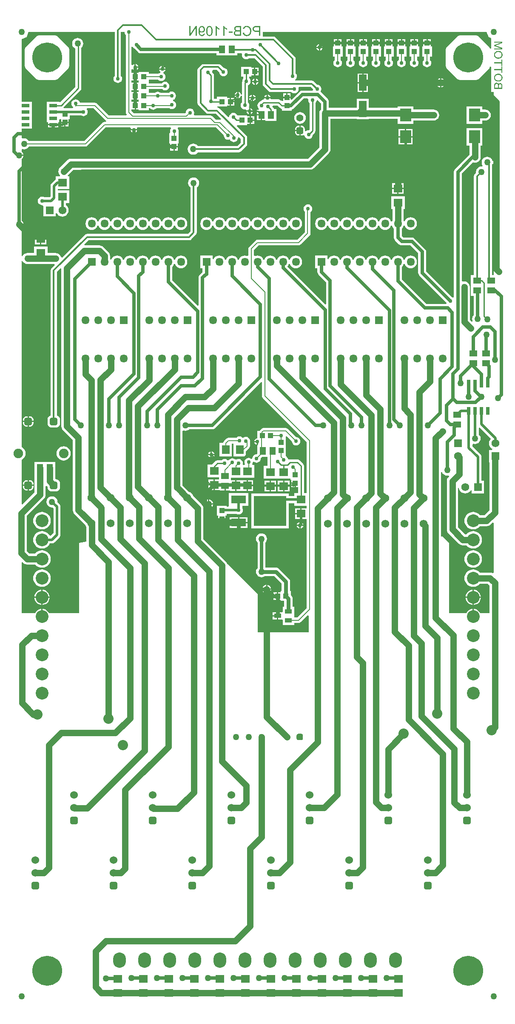
<source format=gbl>
%FSLAX25Y25*%
%MOIN*%
G70*
G01*
G75*
G04 Layer_Physical_Order=2*
G04 Layer_Color=16711680*
%ADD10R,0.09000X0.06500*%
%ADD11R,0.07000X0.08000*%
%ADD12R,0.05906X0.05118*%
%ADD13R,0.12500X0.06000*%
%ADD14R,0.06000X0.12500*%
%ADD15R,0.05600X0.03600*%
%ADD16R,0.06299X0.07087*%
%ADD17R,0.10630X0.07087*%
%ADD18R,0.04331X0.03937*%
%ADD19R,0.05118X0.05906*%
%ADD20C,0.05000*%
%ADD21R,0.07087X0.06299*%
%ADD22R,0.03937X0.04331*%
%ADD23R,0.06000X0.08500*%
%ADD24R,0.01181X0.05118*%
%ADD25R,0.07087X0.08661*%
%ADD26O,0.01181X0.07087*%
%ADD27O,0.07087X0.01181*%
%ADD28R,0.14500X0.05000*%
%ADD29R,0.10000X0.07000*%
%ADD30R,0.20000X0.07000*%
%ADD31R,0.06000X0.05500*%
%ADD32C,0.00800*%
%ADD33C,0.01000*%
%ADD34C,0.05000*%
%ADD35C,0.02000*%
%ADD36C,0.08000*%
%ADD37C,0.02500*%
%ADD38C,0.01200*%
%ADD39C,0.13000*%
%ADD40C,0.10000*%
%ADD41C,0.06000*%
G04:AMPARAMS|DCode=42|XSize=60mil|YSize=60mil|CornerRadius=15mil|HoleSize=0mil|Usage=FLASHONLY|Rotation=90.000|XOffset=0mil|YOffset=0mil|HoleType=Round|Shape=RoundedRectangle|*
%AMROUNDEDRECTD42*
21,1,0.06000,0.03000,0,0,90.0*
21,1,0.03000,0.06000,0,0,90.0*
1,1,0.03000,0.01500,0.01500*
1,1,0.03000,0.01500,-0.01500*
1,1,0.03000,-0.01500,-0.01500*
1,1,0.03000,-0.01500,0.01500*
%
%ADD42ROUNDEDRECTD42*%
%ADD43R,0.06200X0.06200*%
%ADD44C,0.06200*%
%ADD45O,0.06000X0.06400*%
%ADD46R,0.06000X0.06400*%
%ADD47O,0.10000X0.12000*%
%ADD48C,0.23400*%
%ADD49R,0.06200X0.06200*%
%ADD50C,0.10000*%
%ADD51C,0.07500*%
G04:AMPARAMS|DCode=52|XSize=50mil|YSize=50mil|CornerRadius=12.5mil|HoleSize=0mil|Usage=FLASHONLY|Rotation=180.000|XOffset=0mil|YOffset=0mil|HoleType=Round|Shape=RoundedRectangle|*
%AMROUNDEDRECTD52*
21,1,0.05000,0.02500,0,0,180.0*
21,1,0.02500,0.05000,0,0,180.0*
1,1,0.02500,-0.01250,0.01250*
1,1,0.02500,0.01250,0.01250*
1,1,0.02500,0.01250,-0.01250*
1,1,0.02500,-0.01250,-0.01250*
%
%ADD52ROUNDEDRECTD52*%
%ADD53C,0.05500*%
G04:AMPARAMS|DCode=54|XSize=55mil|YSize=55mil|CornerRadius=13.75mil|HoleSize=0mil|Usage=FLASHONLY|Rotation=180.000|XOffset=0mil|YOffset=0mil|HoleType=Round|Shape=RoundedRectangle|*
%AMROUNDEDRECTD54*
21,1,0.05500,0.02750,0,0,180.0*
21,1,0.02750,0.05500,0,0,180.0*
1,1,0.02750,-0.01375,0.01375*
1,1,0.02750,0.01375,0.01375*
1,1,0.02750,0.01375,-0.01375*
1,1,0.02750,-0.01375,-0.01375*
%
%ADD54ROUNDEDRECTD54*%
%ADD55C,0.03000*%
%ADD56C,0.08000*%
%ADD57R,0.09000X0.10000*%
%ADD58R,0.06000X0.02500*%
%ADD59R,0.02500X0.06000*%
%ADD60R,0.11800X0.06300*%
%ADD61R,0.25590X0.23622*%
%ADD62C,0.03000*%
G36*
X366000Y751000D02*
X367706Y750360D01*
X368089Y749726D01*
X368089D01*
X368089Y749726D01*
Y742133D01*
X367289Y741974D01*
X366768Y743232D01*
X358232Y751768D01*
X356464Y752500D01*
X343536D01*
X341768Y751768D01*
X333232Y743232D01*
X332500Y741465D01*
Y728536D01*
X333232Y726768D01*
X341768Y718232D01*
X343536Y717500D01*
X356464D01*
X358232Y718232D01*
X366768Y726768D01*
X367289Y728026D01*
X368089Y727867D01*
Y708200D01*
X370000D01*
Y654094D01*
X369200Y654041D01*
X369189Y654122D01*
X368756Y655168D01*
X368067Y656067D01*
X367169Y656756D01*
X366123Y657189D01*
X365000Y657337D01*
X363878Y657189D01*
X362831Y656756D01*
X361933Y656067D01*
X361244Y655168D01*
X360811Y654122D01*
X360663Y653000D01*
X360811Y651877D01*
X361244Y650832D01*
X361488Y650514D01*
X361055Y649764D01*
X360500Y649837D01*
X359378Y649689D01*
X358331Y649256D01*
X357433Y648567D01*
X356744Y647669D01*
X356311Y646623D01*
X356163Y645500D01*
X356265Y644726D01*
X355270Y643730D01*
X354739Y642936D01*
X354708Y642781D01*
X354553Y642000D01*
Y564609D01*
X352247D01*
Y555891D01*
Y548391D01*
X354424D01*
Y533554D01*
X353744Y532668D01*
X353311Y531623D01*
X353163Y530500D01*
X353311Y529378D01*
X353610Y528655D01*
X352932Y528202D01*
X351337Y529797D01*
Y555500D01*
X351189Y556623D01*
X350756Y557668D01*
X350067Y558567D01*
X349169Y559256D01*
X348123Y559689D01*
X347000Y559837D01*
X345878Y559689D01*
X345742Y559633D01*
X345076Y560077D01*
Y644226D01*
X353871Y653020D01*
X354378Y652811D01*
X355500Y652663D01*
X356623Y652811D01*
X357669Y653244D01*
X358567Y653933D01*
X359256Y654832D01*
X359689Y655877D01*
X359837Y657000D01*
Y666200D01*
X361300D01*
Y679800D01*
X348700D01*
Y666200D01*
X351163D01*
Y659014D01*
X339825Y647675D01*
X339336Y647038D01*
X339029Y646296D01*
X338924Y645500D01*
Y547378D01*
X338860Y547319D01*
X338124Y547030D01*
X337664Y547382D01*
X337329Y547521D01*
X317076Y567774D01*
Y583000D01*
X317076Y583000D01*
X316971Y583796D01*
X316664Y584538D01*
X316175Y585175D01*
X308175Y593175D01*
X307538Y593664D01*
X306796Y593971D01*
X306000Y594076D01*
X299274D01*
X298076Y595274D01*
Y601110D01*
X298423Y601377D01*
X299193Y602379D01*
X299584Y603325D01*
X300416D01*
X300807Y602379D01*
X301577Y601377D01*
X302579Y600607D01*
X303747Y600124D01*
X305000Y599959D01*
X306253Y600124D01*
X307421Y600607D01*
X308423Y601377D01*
X309193Y602379D01*
X309677Y603547D01*
X309841Y604800D01*
Y605200D01*
X309677Y606453D01*
X309193Y607621D01*
X308423Y608623D01*
X307421Y609393D01*
X306253Y609876D01*
X305000Y610041D01*
X303747Y609876D01*
X302579Y609393D01*
X301577Y608623D01*
X300807Y607621D01*
X300525Y606940D01*
X299676Y606889D01*
X299337Y607373D01*
Y616550D01*
X300343D01*
Y626450D01*
X289657D01*
Y616550D01*
X290663D01*
Y607272D01*
X290416Y606675D01*
X289584D01*
X289193Y607621D01*
X288423Y608623D01*
X287421Y609393D01*
X286253Y609876D01*
X285000Y610041D01*
X283747Y609876D01*
X282579Y609393D01*
X281577Y608623D01*
X280807Y607621D01*
X280416Y606675D01*
X279584D01*
X279193Y607621D01*
X278423Y608623D01*
X277421Y609393D01*
X276253Y609876D01*
X275000Y610041D01*
X273747Y609876D01*
X272579Y609393D01*
X271577Y608623D01*
X270807Y607621D01*
X270416Y606675D01*
X269584D01*
X269193Y607621D01*
X268423Y608623D01*
X267421Y609393D01*
X266253Y609876D01*
X265000Y610041D01*
X263747Y609876D01*
X262579Y609393D01*
X261577Y608623D01*
X260807Y607621D01*
X260416Y606675D01*
X259584D01*
X259193Y607621D01*
X258423Y608623D01*
X257421Y609393D01*
X256253Y609876D01*
X255000Y610041D01*
X253747Y609876D01*
X252579Y609393D01*
X251577Y608623D01*
X250807Y607621D01*
X250416Y606675D01*
X249584D01*
X249193Y607621D01*
X248423Y608623D01*
X247421Y609393D01*
X246253Y609876D01*
X245000Y610041D01*
X243747Y609876D01*
X242579Y609393D01*
X241577Y608623D01*
X240807Y607621D01*
X240416Y606675D01*
X239584D01*
X239193Y607621D01*
X238423Y608623D01*
X237421Y609393D01*
X236253Y609876D01*
X235000Y610041D01*
X233747Y609876D01*
X232579Y609393D01*
X231577Y608623D01*
X230807Y607621D01*
X230324Y606453D01*
X230159Y605200D01*
Y604800D01*
X230324Y603547D01*
X230807Y602379D01*
X231577Y601377D01*
X232579Y600607D01*
X233747Y600124D01*
X235000Y599959D01*
X236253Y600124D01*
X237421Y600607D01*
X238423Y601377D01*
X239193Y602379D01*
X239584Y603325D01*
X240416D01*
X240807Y602379D01*
X241577Y601377D01*
X242579Y600607D01*
X243747Y600124D01*
X245000Y599959D01*
X246253Y600124D01*
X247421Y600607D01*
X248423Y601377D01*
X249193Y602379D01*
X249584Y603325D01*
X250416D01*
X250807Y602379D01*
X251577Y601377D01*
X252579Y600607D01*
X253747Y600124D01*
X255000Y599959D01*
X256253Y600124D01*
X257421Y600607D01*
X258423Y601377D01*
X259193Y602379D01*
X259584Y603325D01*
X260416D01*
X260807Y602379D01*
X261577Y601377D01*
X262579Y600607D01*
X263747Y600124D01*
X265000Y599959D01*
X266253Y600124D01*
X267421Y600607D01*
X268423Y601377D01*
X269193Y602379D01*
X269584Y603325D01*
X270416D01*
X270807Y602379D01*
X271577Y601377D01*
X272579Y600607D01*
X273747Y600124D01*
X275000Y599959D01*
X276253Y600124D01*
X277421Y600607D01*
X278423Y601377D01*
X279193Y602379D01*
X279584Y603325D01*
X280416D01*
X280807Y602379D01*
X281577Y601377D01*
X282579Y600607D01*
X283747Y600124D01*
X285000Y599959D01*
X286253Y600124D01*
X287421Y600607D01*
X288423Y601377D01*
X289193Y602379D01*
X289584Y603325D01*
X290416D01*
X290807Y602379D01*
X291577Y601377D01*
X291924Y601110D01*
Y594000D01*
X292028Y593204D01*
X292336Y592462D01*
X292825Y591825D01*
X295825Y588825D01*
X296462Y588336D01*
X297204Y588028D01*
X298000Y587924D01*
X304726D01*
X310924Y581726D01*
Y566500D01*
X311029Y565704D01*
X311336Y564962D01*
X311825Y564325D01*
X332979Y543171D01*
X333118Y542836D01*
X332692Y542076D01*
X317274D01*
X298076Y561274D01*
Y571110D01*
X298423Y571377D01*
X299193Y572379D01*
X299584Y573325D01*
X300416D01*
X300807Y572379D01*
X301577Y571377D01*
X302579Y570607D01*
X303747Y570123D01*
X305000Y569959D01*
X306253Y570123D01*
X307421Y570607D01*
X308423Y571377D01*
X309193Y572379D01*
X309677Y573547D01*
X309841Y574800D01*
Y575200D01*
X309677Y576453D01*
X309193Y577621D01*
X308423Y578623D01*
X307421Y579393D01*
X306253Y579877D01*
X305000Y580041D01*
X303747Y579877D01*
X302579Y579393D01*
X301577Y578623D01*
X300807Y577621D01*
X300416Y576675D01*
X299584D01*
X299193Y577621D01*
X298423Y578623D01*
X297421Y579393D01*
X296253Y579877D01*
X295000Y580041D01*
X293747Y579877D01*
X292579Y579393D01*
X291577Y578623D01*
X290807Y577621D01*
X290416Y576675D01*
X289584D01*
X289193Y577621D01*
X288423Y578623D01*
X287421Y579393D01*
X286253Y579877D01*
X285000Y580041D01*
X283747Y579877D01*
X282579Y579393D01*
X281577Y578623D01*
X280807Y577621D01*
X280416Y576675D01*
X279584D01*
X279193Y577621D01*
X278423Y578623D01*
X277421Y579393D01*
X276253Y579877D01*
X275000Y580041D01*
X273747Y579877D01*
X272579Y579393D01*
X271577Y578623D01*
X270807Y577621D01*
X270416Y576675D01*
X269584D01*
X269193Y577621D01*
X268423Y578623D01*
X267421Y579393D01*
X266253Y579877D01*
X265000Y580041D01*
X263747Y579877D01*
X262579Y579393D01*
X261577Y578623D01*
X260807Y577621D01*
X260416Y576675D01*
X259584D01*
X259193Y577621D01*
X258423Y578623D01*
X257421Y579393D01*
X256253Y579877D01*
X255000Y580041D01*
X253747Y579877D01*
X252579Y579393D01*
X251577Y578623D01*
X250807Y577621D01*
X250416Y576675D01*
X249584D01*
X249193Y577621D01*
X248423Y578623D01*
X247421Y579393D01*
X246253Y579877D01*
X245000Y580041D01*
X243747Y579877D01*
X242579Y579393D01*
X241577Y578623D01*
X240807Y577621D01*
X240600Y577120D01*
X239800Y577280D01*
Y580000D01*
X230200D01*
Y570000D01*
X231924D01*
Y567200D01*
X232029Y566404D01*
X232336Y565662D01*
X232825Y565025D01*
X238724Y559126D01*
Y542172D01*
X237985Y541866D01*
X208445Y571405D01*
X209193Y572379D01*
X209584Y573325D01*
X210416D01*
X210807Y572379D01*
X211577Y571377D01*
X212579Y570607D01*
X213747Y570123D01*
X215000Y569959D01*
X216253Y570123D01*
X217421Y570607D01*
X218423Y571377D01*
X219193Y572379D01*
X219676Y573547D01*
X219841Y574800D01*
Y575200D01*
X219676Y576453D01*
X219193Y577621D01*
X218423Y578623D01*
X217421Y579393D01*
X216253Y579877D01*
X215000Y580041D01*
X213747Y579877D01*
X212579Y579393D01*
X211577Y578623D01*
X210807Y577621D01*
X210416Y576675D01*
X209584D01*
X209193Y577621D01*
X208423Y578623D01*
X207421Y579393D01*
X206253Y579877D01*
X205000Y580041D01*
X203747Y579877D01*
X202579Y579393D01*
X201577Y578623D01*
X200807Y577621D01*
X200416Y576675D01*
X199584D01*
X199193Y577621D01*
X198423Y578623D01*
X197421Y579393D01*
X196253Y579877D01*
X195000Y580041D01*
X193747Y579877D01*
X192579Y579393D01*
X191577Y578623D01*
X190807Y577621D01*
X190416Y576675D01*
X189584D01*
X189193Y577621D01*
X188423Y578623D01*
X187421Y579393D01*
X186253Y579877D01*
X185000Y580041D01*
X183747Y579877D01*
X183043Y579585D01*
X182243Y580102D01*
Y584371D01*
X185829Y587957D01*
X217100D01*
X217958Y588128D01*
X218686Y588614D01*
X225886Y595814D01*
X226372Y596542D01*
X226543Y597400D01*
Y614108D01*
X226854Y614346D01*
X227382Y615036D01*
X227715Y615838D01*
X227829Y616700D01*
X227715Y617561D01*
X227382Y618364D01*
X226854Y619054D01*
X226164Y619583D01*
X225361Y619915D01*
X224500Y620028D01*
X223639Y619915D01*
X222836Y619583D01*
X222146Y619054D01*
X221618Y618364D01*
X221285Y617561D01*
X221171Y616700D01*
X221285Y615838D01*
X221618Y615036D01*
X222057Y614463D01*
Y598329D01*
X216171Y592443D01*
X184900D01*
X184042Y592272D01*
X183314Y591786D01*
X178414Y586886D01*
X177928Y586158D01*
X177757Y585300D01*
Y580102D01*
X176957Y579585D01*
X176253Y579877D01*
X175000Y580041D01*
X173747Y579877D01*
X172579Y579393D01*
X171577Y578623D01*
X170807Y577621D01*
X170416Y576675D01*
X169584D01*
X169193Y577621D01*
X168423Y578623D01*
X167421Y579393D01*
X166253Y579877D01*
X165000Y580041D01*
X163747Y579877D01*
X162579Y579393D01*
X161577Y578623D01*
X160807Y577621D01*
X160416Y576675D01*
X159584D01*
X159193Y577621D01*
X158423Y578623D01*
X157421Y579393D01*
X156253Y579877D01*
X155000Y580041D01*
X153747Y579877D01*
X152579Y579393D01*
X151577Y578623D01*
X150807Y577621D01*
X150600Y577120D01*
X149800Y577280D01*
Y580000D01*
X140200D01*
Y570000D01*
X141924D01*
Y567074D01*
X139625Y564775D01*
X139136Y564138D01*
X138829Y563396D01*
X138724Y562600D01*
Y541172D01*
X137985Y540866D01*
X118076Y560774D01*
Y571110D01*
X118423Y571377D01*
X119193Y572379D01*
X119584Y573325D01*
X120416D01*
X120807Y572379D01*
X121577Y571377D01*
X122579Y570607D01*
X123747Y570123D01*
X125000Y569959D01*
X126253Y570123D01*
X127421Y570607D01*
X128423Y571377D01*
X129193Y572379D01*
X129676Y573547D01*
X129841Y574800D01*
Y575200D01*
X129676Y576453D01*
X129193Y577621D01*
X128423Y578623D01*
X127421Y579393D01*
X126253Y579877D01*
X125000Y580041D01*
X123747Y579877D01*
X122579Y579393D01*
X121577Y578623D01*
X120807Y577621D01*
X120416Y576675D01*
X119584D01*
X119193Y577621D01*
X118423Y578623D01*
X117421Y579393D01*
X116253Y579877D01*
X115000Y580041D01*
X113747Y579877D01*
X112579Y579393D01*
X111577Y578623D01*
X110807Y577621D01*
X110416Y576675D01*
X109584D01*
X109193Y577621D01*
X108423Y578623D01*
X107421Y579393D01*
X106253Y579877D01*
X105000Y580041D01*
X103747Y579877D01*
X102579Y579393D01*
X101577Y578623D01*
X100807Y577621D01*
X100416Y576675D01*
X99584D01*
X99193Y577621D01*
X98423Y578623D01*
X97421Y579393D01*
X96253Y579877D01*
X95000Y580041D01*
X93747Y579877D01*
X92579Y579393D01*
X91577Y578623D01*
X90807Y577621D01*
X90416Y576675D01*
X89584D01*
X89193Y577621D01*
X88423Y578623D01*
X87421Y579393D01*
X86253Y579877D01*
X85000Y580041D01*
X83747Y579877D01*
X82579Y579393D01*
X81577Y578623D01*
X80807Y577621D01*
X80416Y576675D01*
X79584D01*
X79193Y577621D01*
X78423Y578623D01*
X77421Y579393D01*
X76253Y579877D01*
X75000Y580041D01*
X73747Y579877D01*
X72579Y579393D01*
X71577Y578623D01*
X70807Y577621D01*
X70525Y576940D01*
X69676Y576889D01*
X69337Y577373D01*
Y579800D01*
X69207Y580792D01*
X69189Y580923D01*
X68756Y581969D01*
X68067Y582867D01*
X64167Y586767D01*
X63269Y587456D01*
X62222Y587889D01*
X61100Y588037D01*
X49529D01*
X49198Y588837D01*
X52414Y592053D01*
X131400D01*
X132181Y592208D01*
X132336Y592239D01*
X133130Y592770D01*
X136630Y596270D01*
X137161Y597064D01*
X137347Y598000D01*
Y633358D01*
X137967Y633833D01*
X138656Y634731D01*
X139089Y635778D01*
X139237Y636900D01*
X139089Y638023D01*
X138656Y639069D01*
X137967Y639967D01*
X137069Y640656D01*
X136022Y641089D01*
X134900Y641237D01*
X133777Y641089D01*
X132731Y640656D01*
X131833Y639967D01*
X131144Y639069D01*
X130711Y638023D01*
X130563Y636900D01*
X130711Y635778D01*
X131144Y634731D01*
X131833Y633833D01*
X132453Y633358D01*
Y599014D01*
X130386Y596947D01*
X51400D01*
X50464Y596761D01*
X50200Y596585D01*
X49670Y596230D01*
X31850Y578411D01*
X31006Y578698D01*
X30989Y578823D01*
X30556Y579869D01*
X29867Y580767D01*
X28969Y581456D01*
X27922Y581889D01*
X26800Y582037D01*
X20343D01*
Y586950D01*
X9657D01*
Y582037D01*
X4700D01*
X3577Y581889D01*
X2531Y581456D01*
X1633Y580767D01*
X944Y579869D01*
X800Y579521D01*
X0Y579680D01*
Y601623D01*
X496Y602004D01*
X1057Y602735D01*
X1410Y603586D01*
X1464Y604000D01*
X-2000D01*
Y605000D01*
X1464D01*
X1410Y605414D01*
X1057Y606265D01*
X496Y606996D01*
X0Y607377D01*
Y655623D01*
X496Y656004D01*
X1057Y656735D01*
X1410Y657586D01*
X1464Y658000D01*
X-2000D01*
Y659000D01*
X1464D01*
X1410Y659414D01*
X1057Y660265D01*
X496Y660996D01*
X0Y661377D01*
Y662954D01*
X665Y663399D01*
X878Y663311D01*
X2000Y663163D01*
X3122Y663311D01*
X4169Y663744D01*
X5067Y664433D01*
X5699Y665257D01*
X50000D01*
X50858Y665428D01*
X51586Y665914D01*
X65929Y680257D01*
X85209D01*
X85667Y679601D01*
X85641Y679457D01*
X85550Y679000D01*
X90450D01*
X90359Y679457D01*
X90333Y679601D01*
X90791Y680257D01*
X116941D01*
X117066Y680108D01*
X117296Y679457D01*
X116918Y678964D01*
X116585Y678161D01*
X116472Y677300D01*
X116575Y676515D01*
X116528Y676259D01*
X116165Y675715D01*
X115732D01*
Y667785D01*
X116532D01*
Y665750D01*
X122468D01*
Y667785D01*
X123268D01*
Y674962D01*
X123268Y675715D01*
Y675715D01*
X123042Y676424D01*
X123025Y676515D01*
X123128Y677300D01*
X123015Y678161D01*
X122682Y678964D01*
X122304Y679457D01*
X122535Y680108D01*
X122659Y680257D01*
X152471D01*
X158590Y674138D01*
X158572Y674000D01*
X158685Y673139D01*
X159018Y672336D01*
X159546Y671646D01*
X160236Y671117D01*
X161038Y670785D01*
X161900Y670672D01*
X162761Y670785D01*
X163319Y671016D01*
X163517Y670536D01*
X164046Y669846D01*
X164736Y669317D01*
X165539Y668985D01*
X166400Y668871D01*
X167262Y668985D01*
X168064Y669317D01*
X168754Y669846D01*
X169282Y670536D01*
X169615Y671339D01*
X169729Y672200D01*
X169686Y672522D01*
X170444Y672896D01*
X171953Y671386D01*
Y668514D01*
X169186Y665747D01*
X138142D01*
X137667Y666367D01*
X136769Y667056D01*
X135722Y667489D01*
X134600Y667637D01*
X133477Y667489D01*
X132431Y667056D01*
X131533Y666367D01*
X130844Y665469D01*
X130411Y664423D01*
X130263Y663300D01*
X130411Y662178D01*
X130844Y661131D01*
X131533Y660233D01*
X132431Y659544D01*
X133477Y659111D01*
X134600Y658963D01*
X135722Y659111D01*
X136769Y659544D01*
X137667Y660233D01*
X138142Y660853D01*
X170200D01*
X170981Y661008D01*
X171136Y661039D01*
X171930Y661570D01*
X176130Y665770D01*
X176661Y666564D01*
X176847Y667500D01*
Y672400D01*
X176661Y673336D01*
X176130Y674130D01*
X168829Y681431D01*
X169160Y682232D01*
X176715D01*
Y683032D01*
X178750D01*
Y686000D01*
Y688969D01*
X176715D01*
Y689769D01*
X169105D01*
X168983Y690064D01*
X168454Y690754D01*
X167764Y691283D01*
X166962Y691615D01*
X166100Y691728D01*
X165238Y691615D01*
X164436Y691283D01*
X163746Y690754D01*
X163217Y690064D01*
X162885Y689261D01*
X162797Y688595D01*
X162298Y688328D01*
X161980Y688280D01*
X155030Y695230D01*
X154236Y695761D01*
X154081Y695792D01*
X153378Y695931D01*
X153457Y696732D01*
X161215D01*
Y697532D01*
X163250D01*
Y700500D01*
Y703469D01*
X161215D01*
Y704269D01*
X153285D01*
Y702845D01*
X151114D01*
X150954Y703054D01*
X150945Y703060D01*
Y721100D01*
X150767Y721997D01*
X150258Y722758D01*
X149627Y723389D01*
X149628Y723400D01*
X149515Y724262D01*
X149436Y724453D01*
X149970Y725253D01*
X153186D01*
X154992Y723448D01*
X155085Y722739D01*
X155418Y721936D01*
X155946Y721246D01*
X156636Y720717D01*
X157439Y720385D01*
X158300Y720271D01*
X159161Y720385D01*
X159964Y720717D01*
X160654Y721246D01*
X161182Y721936D01*
X161515Y722739D01*
X161628Y723600D01*
X161515Y724462D01*
X161182Y725264D01*
X160654Y725954D01*
X159964Y726482D01*
X159161Y726815D01*
X158452Y726908D01*
X155930Y729430D01*
X155136Y729961D01*
X154981Y729992D01*
X154200Y730147D01*
X142800D01*
X142019Y729992D01*
X141864Y729961D01*
X141070Y729430D01*
X138670Y727030D01*
X138139Y726236D01*
X138108Y726081D01*
X137953Y725300D01*
Y699400D01*
X138108Y698619D01*
X138139Y698464D01*
X138670Y697670D01*
X144570Y691770D01*
X145364Y691239D01*
X145519Y691208D01*
X146300Y691053D01*
X152286D01*
X156320Y687019D01*
X155926Y686282D01*
X155618Y686343D01*
X152429D01*
X149686Y689086D01*
X148958Y689572D01*
X148100Y689743D01*
X135435D01*
X135010Y690543D01*
X135215Y691039D01*
X135328Y691900D01*
X135215Y692762D01*
X134882Y693564D01*
X134354Y694254D01*
X133664Y694782D01*
X132861Y695115D01*
X132000Y695228D01*
X131139Y695115D01*
X130336Y694782D01*
X129646Y694254D01*
X129118Y693564D01*
X128785Y692762D01*
X128672Y691900D01*
X128078Y691343D01*
X88029D01*
X86243Y693129D01*
Y694531D01*
X88750D01*
Y697500D01*
Y700468D01*
X86243D01*
Y702032D01*
X88750D01*
Y705000D01*
Y707969D01*
X86243D01*
Y709531D01*
X88750D01*
Y712500D01*
Y715469D01*
X86243D01*
Y717031D01*
X88750D01*
Y720000D01*
Y722968D01*
X86243D01*
Y725686D01*
X87043Y725929D01*
X87198Y725698D01*
X88024Y725145D01*
X88500Y725050D01*
Y727500D01*
Y729950D01*
X88024Y729855D01*
X87198Y729302D01*
X87043Y729071D01*
X86243Y729314D01*
Y743356D01*
X87043Y743515D01*
X87117Y743336D01*
X87646Y742646D01*
X88336Y742118D01*
X88671Y741979D01*
X91325Y739325D01*
X91325Y739325D01*
X91601Y739112D01*
X91962Y738836D01*
X92704Y738528D01*
X93500Y738424D01*
X93500Y738424D01*
X152891D01*
Y736747D01*
X169109D01*
Y738553D01*
X172351D01*
X172661Y738090D01*
X172771Y737753D01*
X172671Y737000D01*
X172785Y736138D01*
X173117Y735336D01*
X173646Y734646D01*
X174336Y734118D01*
X175138Y733785D01*
X176000Y733672D01*
X176862Y733785D01*
X177664Y734118D01*
X178232Y734553D01*
X182486D01*
X189053Y727986D01*
Y714500D01*
X189208Y713719D01*
X189239Y713564D01*
X189770Y712770D01*
X193770Y708770D01*
X194300Y708415D01*
X194564Y708239D01*
X195500Y708053D01*
X211441D01*
X211446Y708046D01*
X212136Y707517D01*
X212938Y707185D01*
X213800Y707071D01*
X214662Y707185D01*
X215464Y707517D01*
X216154Y708046D01*
X216683Y708736D01*
X217015Y709539D01*
X217128Y710400D01*
X217016Y711253D01*
X216995Y711424D01*
X217492Y712053D01*
X226586D01*
X228392Y710248D01*
X228440Y709876D01*
X227898Y709076D01*
X220000D01*
X220000Y709076D01*
X219204Y708972D01*
X218462Y708664D01*
X217825Y708175D01*
X211708Y702058D01*
X210968Y702364D01*
Y703250D01*
X205031D01*
Y701215D01*
X204232D01*
X204232Y701215D01*
Y701215D01*
X203462Y701254D01*
X203158Y701558D01*
X202397Y702067D01*
X201500Y702245D01*
X195757D01*
X195192Y703000D01*
X190217D01*
X189827Y702293D01*
X189653Y702216D01*
X188903Y702067D01*
X188142Y701558D01*
X187270Y700687D01*
X186536Y700383D01*
X185846Y699854D01*
X185318Y699164D01*
X184985Y698361D01*
X184871Y697500D01*
X184985Y696638D01*
X185318Y695836D01*
X185846Y695146D01*
X186229Y694853D01*
X185958Y694053D01*
X184491D01*
Y690600D01*
X188050D01*
Y690100D01*
X188550D01*
Y686147D01*
X191191D01*
Y685347D01*
X199909D01*
Y694853D01*
X197775D01*
X197717Y695147D01*
X197208Y695908D01*
X196527Y696589D01*
X196528Y696600D01*
X196508Y696755D01*
X197210Y697555D01*
X200529D01*
X202492Y695592D01*
X202492Y695592D01*
X203000Y695252D01*
X203253Y695083D01*
X204150Y694905D01*
X204232Y694135D01*
Y693285D01*
X211769D01*
Y694242D01*
X212046Y694278D01*
X212788Y694586D01*
X213425Y695075D01*
X221274Y702924D01*
X224198D01*
X224741Y702124D01*
X224672Y701600D01*
X224785Y700738D01*
X225117Y699936D01*
X225646Y699246D01*
X225655Y699240D01*
Y678671D01*
X225011Y678027D01*
X225000Y678028D01*
X224138Y677915D01*
X223336Y677583D01*
X222897Y677246D01*
X222115Y677572D01*
X222096Y677590D01*
Y679175D01*
X221912Y680102D01*
X221387Y680887D01*
X220602Y681412D01*
X219675Y681597D01*
X218800D01*
Y677800D01*
Y674004D01*
X219675D01*
X220602Y674188D01*
X220905Y674391D01*
X221763Y674002D01*
X221785Y673839D01*
X222117Y673036D01*
X222646Y672346D01*
X223336Y671817D01*
X224138Y671485D01*
X225000Y671372D01*
X225862Y671485D01*
X226664Y671817D01*
X227354Y672346D01*
X227883Y673036D01*
X228215Y673839D01*
X228328Y674700D01*
X228327Y674711D01*
X229658Y676042D01*
X230167Y676803D01*
X230345Y677700D01*
Y699240D01*
X230354Y699246D01*
X230883Y699936D01*
X231215Y700738D01*
X231304Y701414D01*
X231785Y701676D01*
X232118Y701731D01*
X234724Y699126D01*
Y694554D01*
X234044Y693669D01*
X233611Y692623D01*
X233463Y691500D01*
Y664896D01*
X224304Y655737D01*
X38700D01*
X37578Y655589D01*
X36531Y655156D01*
X36322Y654996D01*
X35633Y654467D01*
X30133Y648967D01*
X29444Y648069D01*
X29011Y647022D01*
X28863Y645900D01*
X29011Y644777D01*
X29444Y643731D01*
X30133Y642833D01*
X30242Y642750D01*
X29971Y641950D01*
X26657D01*
Y639522D01*
X26103Y639097D01*
X23503Y636497D01*
X23054Y635912D01*
X22855Y635430D01*
X22772Y635231D01*
X22676Y634500D01*
Y626170D01*
X22130Y625624D01*
X17940D01*
X17912Y625646D01*
X17231Y625928D01*
X17144Y625939D01*
X16962Y626015D01*
X16100Y626128D01*
X15238Y626015D01*
X14436Y625682D01*
X13746Y625154D01*
X13217Y624464D01*
X12885Y623662D01*
X12772Y622800D01*
X12885Y621939D01*
X13217Y621136D01*
X13746Y620446D01*
X14436Y619917D01*
X15238Y619585D01*
X16100Y619472D01*
X16300Y619498D01*
X17100Y618812D01*
Y610600D01*
X26900D01*
Y612918D01*
X27700Y613077D01*
X27720Y613029D01*
X28505Y612005D01*
X29529Y611220D01*
X30721Y610726D01*
X32000Y610558D01*
X33279Y610726D01*
X34471Y611220D01*
X35495Y612005D01*
X36280Y613029D01*
X36774Y614221D01*
X36942Y615500D01*
X36774Y616779D01*
X36280Y617971D01*
X35495Y618995D01*
X34824Y619509D01*
Y621050D01*
X37343D01*
Y630950D01*
X28324D01*
Y632050D01*
X37343D01*
Y641950D01*
X36429D01*
X36158Y642750D01*
X36267Y642833D01*
X40497Y647063D01*
X57410D01*
X57837Y646263D01*
X57645Y645975D01*
X57551Y645500D01*
X62450D01*
X62355Y645975D01*
X62163Y646263D01*
X62590Y647063D01*
X77409D01*
X77837Y646263D01*
X77645Y645975D01*
X77551Y645500D01*
X82450D01*
X82355Y645975D01*
X82163Y646263D01*
X82591Y647063D01*
X97409D01*
X97837Y646263D01*
X97645Y645975D01*
X97550Y645500D01*
X102450D01*
X102355Y645975D01*
X102163Y646263D01*
X102591Y647063D01*
X117410D01*
X117837Y646263D01*
X117645Y645975D01*
X117551Y645500D01*
X122450D01*
X122355Y645975D01*
X122163Y646263D01*
X122590Y647063D01*
X147409D01*
X147837Y646263D01*
X147645Y645975D01*
X147550Y645500D01*
X152450D01*
X152355Y645975D01*
X152163Y646263D01*
X152591Y647063D01*
X167410D01*
X167837Y646263D01*
X167645Y645975D01*
X167551Y645500D01*
X172450D01*
X172355Y645975D01*
X172163Y646263D01*
X172590Y647063D01*
X187409D01*
X187837Y646263D01*
X187645Y645975D01*
X187550Y645500D01*
X192449D01*
X192355Y645975D01*
X192163Y646263D01*
X192590Y647063D01*
X207410D01*
X207837Y646263D01*
X207645Y645975D01*
X207551Y645500D01*
X212450D01*
X212355Y645975D01*
X212163Y646263D01*
X212591Y647063D01*
X226100D01*
X227222Y647211D01*
X228269Y647644D01*
X229167Y648333D01*
X240867Y660033D01*
X241556Y660931D01*
X241989Y661977D01*
X242137Y663100D01*
Y687163D01*
X262700D01*
Y686700D01*
X272300D01*
Y687163D01*
X294700D01*
Y683200D01*
X307300D01*
Y685663D01*
X323000D01*
X324123Y685811D01*
X325169Y686244D01*
X326067Y686933D01*
X326756Y687831D01*
X327189Y688877D01*
X327337Y690000D01*
X327189Y691122D01*
X326756Y692169D01*
X326067Y693067D01*
X325169Y693756D01*
X324123Y694189D01*
X323000Y694337D01*
X307300D01*
Y696800D01*
X294700D01*
Y695837D01*
X272300D01*
Y702800D01*
X262700D01*
Y696084D01*
X262454Y695837D01*
X240876D01*
Y700400D01*
X240876Y700400D01*
X240772Y701196D01*
X240464Y701938D01*
X240188Y702299D01*
X239975Y702575D01*
X239975Y702575D01*
X234375Y708175D01*
X234343Y708423D01*
X234582Y708736D01*
X234915Y709539D01*
X235029Y710400D01*
X234915Y711262D01*
X234582Y712064D01*
X234054Y712754D01*
X233364Y713282D01*
X232561Y713615D01*
X231852Y713708D01*
X229330Y716230D01*
X228536Y716761D01*
X228381Y716792D01*
X227600Y716947D01*
X214539D01*
X214503Y717012D01*
X214333Y717747D01*
X214854Y718146D01*
X215383Y718836D01*
X215715Y719638D01*
X215828Y720500D01*
X215715Y721361D01*
X215383Y722164D01*
X214947Y722732D01*
Y734000D01*
X214792Y734781D01*
X214761Y734936D01*
X214230Y735730D01*
X199230Y750730D01*
X198436Y751261D01*
X198281Y751292D01*
X197500Y751447D01*
X189300D01*
Y755000D01*
X364500D01*
X366000Y751000D01*
D02*
G37*
G36*
X141571Y759710D02*
X141749Y759688D01*
X141927Y759655D01*
X142082Y759610D01*
X142382Y759488D01*
X142516Y759433D01*
X142627Y759366D01*
X142738Y759288D01*
X142827Y759233D01*
X142915Y759166D01*
X142982Y759110D01*
X143038Y759066D01*
X143071Y759033D01*
X143093Y759010D01*
X143104Y758999D01*
X143227Y758866D01*
X143327Y758710D01*
X143427Y758566D01*
X143504Y758411D01*
X143571Y758244D01*
X143627Y758088D01*
X143704Y757799D01*
X143738Y757655D01*
X143760Y757533D01*
X143771Y757411D01*
X143782Y757311D01*
X143793Y757233D01*
Y757177D01*
Y757133D01*
Y757122D01*
X143782Y756911D01*
X143760Y756722D01*
X143738Y756533D01*
X143693Y756355D01*
X143638Y756200D01*
X143582Y756044D01*
X143527Y755911D01*
X143460Y755789D01*
X143404Y755677D01*
X143349Y755577D01*
X143293Y755500D01*
X143238Y755422D01*
X143193Y755366D01*
X143171Y755333D01*
X143149Y755311D01*
X143138Y755300D01*
X143016Y755177D01*
X142882Y755078D01*
X142749Y754978D01*
X142604Y754900D01*
X142471Y754833D01*
X142338Y754777D01*
X142082Y754700D01*
X141971Y754666D01*
X141860Y754644D01*
X141771Y754633D01*
X141682Y754622D01*
X141616Y754611D01*
X141527D01*
X141316Y754622D01*
X141116Y754655D01*
X140938Y754700D01*
X140771Y754755D01*
X140649Y754800D01*
X140549Y754844D01*
X140482Y754878D01*
X140460Y754889D01*
X140282Y755000D01*
X140127Y755122D01*
X139994Y755244D01*
X139883Y755355D01*
X139805Y755466D01*
X139738Y755544D01*
X139694Y755600D01*
X139682Y755622D01*
Y755533D01*
Y755477D01*
Y755444D01*
Y755433D01*
X139694Y755211D01*
X139705Y755000D01*
X139727Y754811D01*
X139749Y754633D01*
X139783Y754489D01*
X139805Y754378D01*
X139816Y754333D01*
Y754300D01*
X139827Y754289D01*
Y754278D01*
X139883Y754078D01*
X139938Y753900D01*
X139994Y753744D01*
X140049Y753611D01*
X140094Y753511D01*
X140138Y753433D01*
X140160Y753378D01*
X140171Y753367D01*
X140260Y753244D01*
X140349Y753144D01*
X140438Y753055D01*
X140527Y752978D01*
X140594Y752911D01*
X140660Y752867D01*
X140705Y752844D01*
X140716Y752833D01*
X140838Y752767D01*
X140971Y752722D01*
X141094Y752689D01*
X141216Y752667D01*
X141316Y752656D01*
X141393Y752644D01*
X141471D01*
X141649Y752656D01*
X141816Y752689D01*
X141960Y752733D01*
X142082Y752789D01*
X142171Y752833D01*
X142249Y752878D01*
X142293Y752911D01*
X142305Y752922D01*
X142416Y753044D01*
X142504Y753189D01*
X142582Y753344D01*
X142638Y753500D01*
X142682Y753633D01*
X142716Y753755D01*
X142727Y753800D01*
Y753822D01*
X142738Y753844D01*
Y753855D01*
X143649Y753778D01*
X143582Y753455D01*
X143493Y753178D01*
X143382Y752933D01*
X143271Y752733D01*
X143160Y752578D01*
X143104Y752511D01*
X143060Y752456D01*
X143027Y752422D01*
X142993Y752389D01*
X142982Y752378D01*
X142971Y752367D01*
X142860Y752278D01*
X142738Y752200D01*
X142493Y752078D01*
X142249Y751989D01*
X142016Y751933D01*
X141805Y751889D01*
X141716Y751878D01*
X141638D01*
X141582Y751867D01*
X141493D01*
X141182Y751889D01*
X140905Y751933D01*
X140649Y752011D01*
X140438Y752100D01*
X140349Y752133D01*
X140260Y752178D01*
X140194Y752222D01*
X140127Y752255D01*
X140083Y752278D01*
X140049Y752300D01*
X140027Y752322D01*
X140016D01*
X139794Y752511D01*
X139594Y752722D01*
X139438Y752944D01*
X139305Y753155D01*
X139194Y753344D01*
X139149Y753433D01*
X139116Y753500D01*
X139094Y753567D01*
X139072Y753611D01*
X139060Y753633D01*
Y753644D01*
X139005Y753811D01*
X138949Y754000D01*
X138872Y754378D01*
X138816Y754777D01*
X138783Y755155D01*
X138760Y755322D01*
X138749Y755488D01*
Y755633D01*
X138738Y755755D01*
Y755855D01*
Y755933D01*
Y755989D01*
Y756000D01*
Y756255D01*
X138749Y756499D01*
X138771Y756722D01*
X138794Y756933D01*
X138816Y757122D01*
X138838Y757300D01*
X138872Y757466D01*
X138905Y757611D01*
X138938Y757733D01*
X138960Y757844D01*
X138994Y757944D01*
X139016Y758022D01*
X139038Y758077D01*
X139060Y758122D01*
X139072Y758144D01*
Y758155D01*
X139205Y758422D01*
X139349Y758655D01*
X139516Y758855D01*
X139660Y759022D01*
X139805Y759144D01*
X139916Y759233D01*
X139960Y759266D01*
X139994Y759288D01*
X140005Y759310D01*
X140016D01*
X140249Y759444D01*
X140482Y759544D01*
X140716Y759621D01*
X140927Y759666D01*
X141116Y759699D01*
X141193Y759710D01*
X141249D01*
X141305Y759722D01*
X141382D01*
X141571Y759710D01*
D02*
G37*
G36*
X152915Y759533D02*
X153037Y759355D01*
X153181Y759177D01*
X153314Y759022D01*
X153448Y758888D01*
X153548Y758777D01*
X153592Y758744D01*
X153626Y758710D01*
X153637Y758699D01*
X153648Y758688D01*
X153881Y758499D01*
X154114Y758322D01*
X154337Y758166D01*
X154559Y758044D01*
X154748Y757933D01*
X154825Y757888D01*
X154892Y757855D01*
X154948Y757822D01*
X154992Y757810D01*
X155014Y757788D01*
X155025D01*
Y756877D01*
X154859Y756944D01*
X154692Y757022D01*
X154525Y757099D01*
X154370Y757177D01*
X154237Y757244D01*
X154125Y757300D01*
X154059Y757344D01*
X154048Y757355D01*
X154037D01*
X153837Y757477D01*
X153659Y757599D01*
X153503Y757711D01*
X153381Y757810D01*
X153270Y757888D01*
X153203Y757955D01*
X153148Y757999D01*
X153137Y758010D01*
Y752000D01*
X152192D01*
Y759722D01*
X152803D01*
X152915Y759533D01*
D02*
G37*
G36*
X176879Y759799D02*
X177234Y759744D01*
X177545Y759677D01*
X177690Y759633D01*
X177823Y759588D01*
X177945Y759544D01*
X178056Y759499D01*
X178145Y759466D01*
X178234Y759433D01*
X178290Y759399D01*
X178334Y759377D01*
X178367Y759366D01*
X178379Y759355D01*
X178679Y759166D01*
X178934Y758944D01*
X179156Y758722D01*
X179345Y758499D01*
X179490Y758299D01*
X179545Y758211D01*
X179590Y758133D01*
X179634Y758077D01*
X179656Y758033D01*
X179667Y757999D01*
X179678Y757988D01*
X179834Y757644D01*
X179945Y757288D01*
X180023Y756933D01*
X180078Y756611D01*
X180101Y756466D01*
X180112Y756322D01*
X180123Y756211D01*
Y756100D01*
X180134Y756022D01*
Y755955D01*
Y755911D01*
Y755900D01*
X180112Y755500D01*
X180067Y755111D01*
X180012Y754766D01*
X179967Y754600D01*
X179934Y754455D01*
X179901Y754322D01*
X179856Y754200D01*
X179823Y754089D01*
X179801Y754000D01*
X179767Y753933D01*
X179756Y753878D01*
X179734Y753844D01*
Y753833D01*
X179567Y753500D01*
X179378Y753200D01*
X179179Y752944D01*
X179079Y752844D01*
X178990Y752744D01*
X178901Y752656D01*
X178812Y752578D01*
X178734Y752511D01*
X178667Y752467D01*
X178623Y752422D01*
X178579Y752389D01*
X178556Y752378D01*
X178545Y752367D01*
X178390Y752278D01*
X178234Y752200D01*
X177901Y752078D01*
X177568Y751989D01*
X177245Y751933D01*
X177090Y751911D01*
X176957Y751889D01*
X176834Y751878D01*
X176734D01*
X176646Y751867D01*
X176523D01*
X176301Y751878D01*
X176090Y751900D01*
X175890Y751922D01*
X175701Y751967D01*
X175523Y752022D01*
X175357Y752078D01*
X175201Y752133D01*
X175057Y752200D01*
X174934Y752255D01*
X174812Y752311D01*
X174723Y752367D01*
X174635Y752422D01*
X174579Y752467D01*
X174523Y752489D01*
X174501Y752511D01*
X174490Y752522D01*
X174335Y752656D01*
X174201Y752789D01*
X174079Y752944D01*
X173957Y753100D01*
X173757Y753411D01*
X173601Y753722D01*
X173535Y753866D01*
X173479Y754000D01*
X173435Y754122D01*
X173401Y754222D01*
X173368Y754311D01*
X173346Y754378D01*
X173335Y754422D01*
Y754433D01*
X174357Y754689D01*
X174401Y754511D01*
X174457Y754344D01*
X174512Y754189D01*
X174568Y754044D01*
X174635Y753911D01*
X174701Y753800D01*
X174779Y753689D01*
X174846Y753589D01*
X174901Y753500D01*
X174968Y753433D01*
X175023Y753367D01*
X175068Y753311D01*
X175112Y753278D01*
X175146Y753244D01*
X175157Y753233D01*
X175168Y753222D01*
X175279Y753133D01*
X175401Y753067D01*
X175646Y752944D01*
X175879Y752855D01*
X176112Y752800D01*
X176312Y752755D01*
X176390Y752744D01*
X176468D01*
X176534Y752733D01*
X176612D01*
X176868Y752744D01*
X177112Y752789D01*
X177334Y752844D01*
X177534Y752911D01*
X177690Y752978D01*
X177757Y753011D01*
X177812Y753033D01*
X177857Y753055D01*
X177890Y753078D01*
X177912Y753089D01*
X177923D01*
X178134Y753244D01*
X178312Y753411D01*
X178468Y753600D01*
X178590Y753778D01*
X178690Y753933D01*
X178756Y754067D01*
X178779Y754122D01*
X178801Y754155D01*
X178812Y754178D01*
Y754189D01*
X178901Y754478D01*
X178967Y754766D01*
X179023Y755055D01*
X179056Y755322D01*
X179068Y755444D01*
X179079Y755555D01*
Y755655D01*
X179090Y755733D01*
Y755800D01*
Y755855D01*
Y755889D01*
Y755900D01*
X179079Y756188D01*
X179056Y756455D01*
X179012Y756700D01*
X178967Y756922D01*
X178934Y757111D01*
X178912Y757188D01*
X178890Y757255D01*
X178879Y757311D01*
X178867Y757344D01*
X178856Y757366D01*
Y757377D01*
X178745Y757633D01*
X178623Y757866D01*
X178490Y758055D01*
X178345Y758222D01*
X178223Y758355D01*
X178123Y758444D01*
X178045Y758499D01*
X178034Y758522D01*
X178023D01*
X177790Y758666D01*
X177534Y758777D01*
X177290Y758855D01*
X177057Y758899D01*
X176846Y758933D01*
X176757Y758944D01*
X176679D01*
X176623Y758955D01*
X176534D01*
X176257Y758944D01*
X176001Y758899D01*
X175790Y758833D01*
X175601Y758766D01*
X175457Y758688D01*
X175346Y758633D01*
X175279Y758588D01*
X175257Y758566D01*
X175079Y758399D01*
X174912Y758211D01*
X174779Y758010D01*
X174668Y757810D01*
X174579Y757633D01*
X174546Y757544D01*
X174523Y757477D01*
X174501Y757422D01*
X174479Y757377D01*
X174468Y757355D01*
Y757344D01*
X173468Y757577D01*
X173535Y757777D01*
X173601Y757955D01*
X173690Y758122D01*
X173768Y758288D01*
X173857Y758433D01*
X173957Y758566D01*
X174046Y758699D01*
X174135Y758810D01*
X174223Y758899D01*
X174301Y758988D01*
X174379Y759066D01*
X174435Y759122D01*
X174490Y759177D01*
X174535Y759210D01*
X174557Y759222D01*
X174568Y759233D01*
X174723Y759333D01*
X174879Y759433D01*
X175034Y759510D01*
X175201Y759577D01*
X175534Y759677D01*
X175834Y759744D01*
X175979Y759777D01*
X176101Y759788D01*
X176223Y759799D01*
X176323Y759810D01*
X176401Y759821D01*
X176512D01*
X176879Y759799D01*
D02*
G37*
G36*
X137438Y752000D02*
X136461D01*
Y758033D01*
X132439Y752000D01*
X131383D01*
Y759688D01*
X132361D01*
Y753644D01*
X136394Y759688D01*
X137438D01*
Y752000D01*
D02*
G37*
G36*
X165413Y754311D02*
X162491D01*
Y755255D01*
X165413D01*
Y754311D01*
D02*
G37*
G36*
X188457Y480761D02*
Y470100D01*
X188628Y469242D01*
X189114Y468514D01*
X223457Y434171D01*
Y393950D01*
X221345D01*
Y415300D01*
X221167Y416197D01*
X220658Y416958D01*
X217858Y419758D01*
X217097Y420267D01*
X216200Y420445D01*
X210600D01*
X210600Y420445D01*
X209703Y420267D01*
X208867Y420670D01*
X208815Y421062D01*
X208483Y421864D01*
X207954Y422554D01*
X207772Y422693D01*
X207269Y423285D01*
X207269D01*
Y429785D01*
Y437715D01*
X207269D01*
X207276Y438310D01*
X208122Y438506D01*
X211890Y434738D01*
X211872Y434600D01*
X211985Y433739D01*
X212317Y432936D01*
X212846Y432246D01*
X213536Y431717D01*
X214338Y431385D01*
X215200Y431272D01*
X216061Y431385D01*
X216864Y431717D01*
X217554Y432246D01*
X218082Y432936D01*
X218415Y433739D01*
X218529Y434600D01*
X218415Y435462D01*
X218082Y436264D01*
X217554Y436954D01*
X216864Y437483D01*
X216061Y437815D01*
X215200Y437928D01*
X215062Y437910D01*
X208686Y444286D01*
X207958Y444772D01*
X207100Y444943D01*
X189600D01*
X188742Y444772D01*
X188014Y444286D01*
X186914Y443186D01*
X186635Y442768D01*
X184785D01*
Y436846D01*
X183825Y436655D01*
X182998Y436102D01*
X182445Y435276D01*
X182351Y434800D01*
X184800D01*
Y433800D01*
X182351D01*
X182445Y433324D01*
X182998Y432498D01*
X183825Y431945D01*
X184144Y431882D01*
X184800Y431751D01*
X184891Y430979D01*
Y425063D01*
X184338Y424510D01*
X184200Y424529D01*
X183338Y424415D01*
X182536Y424083D01*
X181846Y423554D01*
X181317Y422864D01*
X180985Y422061D01*
X180875Y421228D01*
X180773Y421153D01*
X180112Y420839D01*
X179664Y421182D01*
X178861Y421515D01*
X178000Y421629D01*
X177138Y421515D01*
X176336Y421182D01*
X175646Y420654D01*
X175118Y419964D01*
X174785Y419162D01*
X174671Y418300D01*
X174785Y417439D01*
X175070Y416750D01*
X174758Y415950D01*
X173850D01*
X173547Y416403D01*
X173430Y416750D01*
X173529Y417500D01*
X173415Y418362D01*
X173082Y419164D01*
X172554Y419854D01*
X171864Y420382D01*
X171062Y420715D01*
X170200Y420828D01*
X169339Y420715D01*
X168536Y420382D01*
X168374Y420259D01*
X167654Y420354D01*
X166964Y420883D01*
X166162Y421215D01*
X165300Y421328D01*
X164438Y421215D01*
X163636Y420883D01*
X162946Y420354D01*
X162574Y419868D01*
X161736Y419742D01*
X161604Y419792D01*
X160964Y420283D01*
X160161Y420615D01*
X159300Y420728D01*
X158439Y420615D01*
X157636Y420283D01*
X156946Y419754D01*
X156940Y419745D01*
X153600D01*
X153600Y419745D01*
X152703Y419567D01*
X152450Y419398D01*
X151942Y419058D01*
X151942Y419058D01*
X149342Y416458D01*
X149336Y416450D01*
X145657D01*
Y406550D01*
X154747D01*
Y404650D01*
X151500D01*
Y400500D01*
Y396350D01*
X155543D01*
X155547Y396191D01*
Y396191D01*
X159000D01*
Y399750D01*
X160000D01*
Y396191D01*
X163453D01*
X163457Y395850D01*
Y395850D01*
X167500D01*
Y400000D01*
Y404150D01*
X164253D01*
Y406050D01*
X182343D01*
Y415950D01*
X181242D01*
X180930Y416750D01*
X181215Y417439D01*
X181325Y418272D01*
X181427Y418347D01*
X182088Y418661D01*
X182536Y418318D01*
X183338Y417985D01*
X184200Y417872D01*
X185062Y417985D01*
X185864Y418318D01*
X186554Y418846D01*
X187083Y419536D01*
X187415Y420338D01*
X187529Y421200D01*
X187510Y421338D01*
X188419Y422247D01*
X192757D01*
Y415450D01*
X189657D01*
Y405550D01*
X210732D01*
Y404285D01*
X211531D01*
Y402250D01*
X214500D01*
Y401750D01*
X215000D01*
Y398585D01*
X216655D01*
Y393950D01*
X213657D01*
Y391824D01*
X209398D01*
Y393611D01*
X180208D01*
Y366389D01*
X209398D01*
Y386176D01*
X213657D01*
Y384050D01*
X223457D01*
Y382150D01*
X219500D01*
Y378000D01*
Y373850D01*
X223457D01*
Y304029D01*
X216171Y296743D01*
X213850D01*
Y297900D01*
Y305100D01*
X212579D01*
Y311500D01*
X212465Y312362D01*
X212299Y312763D01*
X212133Y313164D01*
X211604Y313854D01*
X211215Y314242D01*
Y317268D01*
X210578D01*
Y324750D01*
X210465Y325611D01*
X210133Y326414D01*
X209604Y327104D01*
X201854Y334854D01*
X201164Y335383D01*
X200832Y335520D01*
X200361Y335715D01*
X199500Y335828D01*
X191176D01*
Y355146D01*
X191856Y356031D01*
X192289Y357078D01*
X192437Y358200D01*
X192289Y359323D01*
X191856Y360369D01*
X191167Y361267D01*
X190269Y361956D01*
X189223Y362389D01*
X188100Y362537D01*
X186978Y362389D01*
X185931Y361956D01*
X185033Y361267D01*
X184344Y360369D01*
X183911Y359323D01*
X183763Y358200D01*
X183911Y357078D01*
X184344Y356031D01*
X185024Y355146D01*
Y335554D01*
X184344Y334669D01*
X183911Y333623D01*
X183763Y332500D01*
X183911Y331378D01*
X184344Y330331D01*
X185033Y329433D01*
X185931Y328744D01*
X186978Y328311D01*
X188100Y328163D01*
X189223Y328311D01*
X190269Y328744D01*
X190826Y329171D01*
X198121D01*
X203922Y323371D01*
Y317268D01*
X203285D01*
Y316469D01*
X201250D01*
Y313500D01*
Y310531D01*
X203285D01*
Y309732D01*
X205922D01*
Y305100D01*
X204650D01*
Y301559D01*
X204550Y300800D01*
X203850Y300800D01*
X201250D01*
Y298000D01*
Y295200D01*
X203850D01*
X204550Y295200D01*
X204650Y294441D01*
Y290900D01*
X213850D01*
Y292257D01*
X217100D01*
X217958Y292428D01*
X218686Y292914D01*
X224261Y298489D01*
X225000Y298183D01*
Y285000D01*
X185000D01*
Y315000D01*
X161156Y338844D01*
X160856Y339569D01*
X160167Y340467D01*
X142537Y358097D01*
Y382100D01*
X142389Y383223D01*
X142136Y383835D01*
X141956Y384269D01*
X141267Y385167D01*
X134517Y391917D01*
X134080Y392971D01*
X133295Y393995D01*
X132271Y394780D01*
X131217Y395217D01*
X126237Y400197D01*
Y442617D01*
X127037Y443152D01*
X127377Y443011D01*
X128500Y442863D01*
X129622Y443011D01*
X130669Y443444D01*
X131554Y444124D01*
X149500D01*
X150296Y444229D01*
X151038Y444536D01*
X151675Y445025D01*
X187718Y481067D01*
X188457Y480761D01*
D02*
G37*
G36*
X80785Y754139D02*
X81117Y753336D01*
X81646Y752646D01*
X81757Y752562D01*
Y692200D01*
X81928Y691342D01*
X82414Y690614D01*
X82546Y690482D01*
X82239Y689743D01*
X68429D01*
X59086Y699086D01*
X58358Y699572D01*
X57500Y699743D01*
X45731D01*
X45715Y699861D01*
X45382Y700664D01*
X44854Y701354D01*
X44164Y701883D01*
X43361Y702215D01*
X42500Y702328D01*
X41638Y702215D01*
X40836Y701883D01*
X40146Y701354D01*
X39617Y700664D01*
X39285Y699861D01*
X39171Y699000D01*
X39285Y698139D01*
X39617Y697336D01*
X40146Y696646D01*
X40360Y696483D01*
X40428Y696142D01*
X40439Y696124D01*
X40012Y695324D01*
X33272D01*
X32941Y696124D01*
X46158Y709342D01*
X46667Y710103D01*
X46845Y711000D01*
Y742763D01*
X47067Y742933D01*
X47756Y743831D01*
X48189Y744877D01*
X48337Y746000D01*
X48189Y747122D01*
X47756Y748169D01*
X47067Y749067D01*
X46169Y749756D01*
X45123Y750189D01*
X44000Y750337D01*
X42878Y750189D01*
X41831Y749756D01*
X40933Y749067D01*
X40244Y748169D01*
X39811Y747122D01*
X39663Y746000D01*
X39811Y744877D01*
X40244Y743831D01*
X40933Y742933D01*
X41831Y742244D01*
X42155Y742110D01*
Y711971D01*
X30350Y700166D01*
X29550Y700498D01*
Y700550D01*
X19950D01*
Y694450D01*
Y689450D01*
Y684450D01*
X20750D01*
Y683000D01*
X28750D01*
Y684450D01*
X29550D01*
Y686499D01*
X30231Y686785D01*
X30231Y686785D01*
Y686785D01*
X30231Y686785D01*
X31032D01*
Y684750D01*
X36968D01*
Y686785D01*
X37769D01*
Y689676D01*
X46760D01*
X46836Y689617D01*
X47638Y689285D01*
X48500Y689172D01*
X49362Y689285D01*
X50164Y689617D01*
X50854Y690146D01*
X51383Y690836D01*
X51715Y691639D01*
X51828Y692500D01*
X51715Y693362D01*
X51383Y694164D01*
X51158Y694457D01*
X51552Y695257D01*
X56571D01*
X65914Y685914D01*
X66469Y685543D01*
X66294Y684743D01*
X65000D01*
X64142Y684572D01*
X63414Y684086D01*
X49071Y669743D01*
X5699D01*
X5067Y670567D01*
X4169Y671256D01*
X3122Y671689D01*
X2000Y671837D01*
X878Y671689D01*
X665Y671601D01*
X0Y672046D01*
Y679450D01*
X8050D01*
Y684450D01*
Y689450D01*
Y694450D01*
Y700550D01*
X0D01*
Y749500D01*
X4000Y751000D01*
X5500Y755000D01*
X73053D01*
Y720732D01*
X72617Y720164D01*
X72285Y719361D01*
X72171Y718500D01*
X72285Y717638D01*
X72617Y716836D01*
X73146Y716146D01*
X73836Y715618D01*
X74638Y715285D01*
X75500Y715171D01*
X76362Y715285D01*
X77164Y715618D01*
X77854Y716146D01*
X78383Y716836D01*
X78715Y717638D01*
X78829Y718500D01*
X78715Y719361D01*
X78383Y720164D01*
X77947Y720732D01*
Y755000D01*
X80672D01*
X80785Y754139D01*
D02*
G37*
G36*
X944Y575531D02*
X1633Y574633D01*
X2531Y573944D01*
X3577Y573511D01*
X4700Y573363D01*
X25671D01*
X26002Y572563D01*
X23570Y570130D01*
X23039Y569336D01*
X23008Y569181D01*
X22853Y568400D01*
Y454780D01*
X22136Y454483D01*
X21446Y453954D01*
X20917Y453264D01*
X20585Y452461D01*
X20471Y451600D01*
Y448600D01*
X20585Y447739D01*
X20917Y446936D01*
X21446Y446246D01*
X22136Y445717D01*
X22939Y445385D01*
X23800Y445271D01*
X26800D01*
X27661Y445385D01*
X28464Y445717D01*
X29154Y446246D01*
X29682Y446936D01*
X30015Y447739D01*
X30128Y448600D01*
Y451600D01*
X30015Y452461D01*
X29682Y453264D01*
X29154Y453954D01*
X28464Y454483D01*
X27747Y454780D01*
Y567386D01*
X30363Y570002D01*
X31163Y569671D01*
Y446400D01*
X31311Y445278D01*
X31744Y444231D01*
X32433Y443333D01*
X40263Y435503D01*
Y380700D01*
X40411Y379577D01*
X40844Y378531D01*
X41533Y377633D01*
X50083Y369083D01*
X50520Y368029D01*
X50763Y367712D01*
Y356153D01*
X45000Y355000D01*
Y300000D01*
X21467D01*
X21013Y300850D01*
X20263Y301763D01*
X19350Y302513D01*
X18307Y303070D01*
X17176Y303413D01*
X16500Y303480D01*
Y297500D01*
X15500D01*
Y303480D01*
X14824Y303413D01*
X13693Y303070D01*
X12650Y302513D01*
X11737Y301763D01*
X10987Y300850D01*
X10533Y300000D01*
X0D01*
Y339721D01*
X739Y340027D01*
X1333Y339433D01*
X2231Y338744D01*
X3277Y338311D01*
X3408Y338294D01*
X4400Y338163D01*
X10763D01*
X11168Y337668D01*
X12204Y336819D01*
X13385Y336187D01*
X14667Y335798D01*
X16000Y335667D01*
X17333Y335798D01*
X18615Y336187D01*
X19796Y336819D01*
X20832Y337668D01*
X21681Y338704D01*
X22313Y339885D01*
X22702Y341167D01*
X22833Y342500D01*
X22702Y343833D01*
X22313Y345115D01*
X21681Y346296D01*
X20832Y347332D01*
X19796Y348181D01*
X18615Y348813D01*
X17333Y349202D01*
X16000Y349333D01*
X14667Y349202D01*
X13385Y348813D01*
X12204Y348181D01*
X11168Y347332D01*
X10763Y346837D01*
X6196D01*
X4137Y348897D01*
Y376304D01*
X17617Y389783D01*
X18306Y390681D01*
X18739Y391727D01*
X18887Y392850D01*
Y399248D01*
X19687Y399579D01*
X20471Y398795D01*
Y398600D01*
X20585Y397739D01*
X20917Y396936D01*
X21446Y396246D01*
X22136Y395718D01*
X22939Y395385D01*
X23800Y395271D01*
X26800D01*
X27661Y395385D01*
X28464Y395718D01*
X29154Y396246D01*
X29682Y396936D01*
X30015Y397739D01*
X30128Y398600D01*
Y401600D01*
X30015Y402461D01*
X29682Y403264D01*
X29154Y403954D01*
X28464Y404483D01*
X27661Y404815D01*
X26800Y404928D01*
X26605D01*
X26387Y405147D01*
Y408847D01*
X26409D01*
Y418353D01*
X10191D01*
Y408847D01*
X10213D01*
Y394647D01*
X739Y385173D01*
X0Y385479D01*
Y420087D01*
X399Y420252D01*
X1558Y421142D01*
X2448Y422301D01*
X3007Y423651D01*
X3198Y425100D01*
X3007Y426549D01*
X2448Y427899D01*
X1558Y429058D01*
X399Y429948D01*
X0Y430113D01*
Y575720D01*
X800Y575879D01*
X944Y575531D01*
D02*
G37*
G36*
X158892Y759533D02*
X159014Y759355D01*
X159158Y759177D01*
X159292Y759022D01*
X159425Y758888D01*
X159525Y758777D01*
X159569Y758744D01*
X159603Y758710D01*
X159614Y758699D01*
X159625Y758688D01*
X159858Y758499D01*
X160092Y758322D01*
X160314Y758166D01*
X160536Y758044D01*
X160725Y757933D01*
X160803Y757888D01*
X160869Y757855D01*
X160925Y757822D01*
X160969Y757810D01*
X160992Y757788D01*
X161003D01*
Y756877D01*
X160836Y756944D01*
X160669Y757022D01*
X160503Y757099D01*
X160347Y757177D01*
X160214Y757244D01*
X160103Y757300D01*
X160036Y757344D01*
X160025Y757355D01*
X160014D01*
X159814Y757477D01*
X159636Y757599D01*
X159481Y757711D01*
X159358Y757810D01*
X159247Y757888D01*
X159181Y757955D01*
X159125Y757999D01*
X159114Y758010D01*
Y752000D01*
X158170D01*
Y759722D01*
X158781D01*
X158892Y759533D01*
D02*
G37*
G36*
X370000Y651597D02*
Y564609D01*
X368947D01*
Y651259D01*
X369200Y651781D01*
X370000Y651597D01*
D02*
G37*
G36*
X367912Y436594D02*
X367905Y436495D01*
X367120Y435471D01*
X366626Y434279D01*
X366458Y433000D01*
X366626Y431721D01*
X367120Y430529D01*
X367905Y429505D01*
X368929Y428720D01*
X368977Y428700D01*
X368818Y427900D01*
X366500D01*
Y418100D01*
X366663D01*
Y380697D01*
X362804Y376837D01*
X359237D01*
X358832Y377332D01*
X357796Y378181D01*
X356615Y378813D01*
X355333Y379202D01*
X354000Y379333D01*
X352667Y379202D01*
X351385Y378813D01*
X350204Y378181D01*
X349168Y377332D01*
X348319Y376296D01*
X347687Y375115D01*
X347298Y373833D01*
X347167Y372500D01*
X347298Y371167D01*
X347687Y369885D01*
X348319Y368704D01*
X349168Y367668D01*
X350204Y366819D01*
X351385Y366187D01*
X352667Y365798D01*
X354000Y365667D01*
X355333Y365798D01*
X356615Y366187D01*
X357796Y366819D01*
X358832Y367668D01*
X359237Y368163D01*
X364600D01*
X365722Y368311D01*
X366769Y368744D01*
X367667Y369433D01*
X369261Y371027D01*
X370000Y370721D01*
Y331670D01*
X369200Y331326D01*
X368322Y331689D01*
X367200Y331837D01*
X359237D01*
X358832Y332332D01*
X357796Y333181D01*
X356615Y333813D01*
X355333Y334202D01*
X354000Y334333D01*
X352667Y334202D01*
X351385Y333813D01*
X350204Y333181D01*
X349168Y332332D01*
X348319Y331296D01*
X347687Y330115D01*
X347298Y328833D01*
X347167Y327500D01*
X347298Y326167D01*
X347687Y324885D01*
X348319Y323704D01*
X349168Y322668D01*
X350204Y321819D01*
X351385Y321187D01*
X352667Y320798D01*
X354000Y320667D01*
X355333Y320798D01*
X356615Y321187D01*
X357796Y321819D01*
X358832Y322668D01*
X359237Y323163D01*
X365404D01*
X366663Y321903D01*
Y300000D01*
X359467D01*
X359013Y300850D01*
X358263Y301763D01*
X357349Y302513D01*
X356307Y303070D01*
X355176Y303413D01*
X354500Y303480D01*
Y297500D01*
X353500D01*
Y303480D01*
X352824Y303413D01*
X351693Y303070D01*
X350651Y302513D01*
X349737Y301763D01*
X348987Y300850D01*
X348533Y300000D01*
X335000D01*
Y355000D01*
X330000Y360000D01*
X328837D01*
Y410413D01*
X329637Y410572D01*
X329944Y409831D01*
X330633Y408933D01*
X331531Y408244D01*
X332577Y407811D01*
X333700Y407663D01*
X334734Y407799D01*
X334902Y407631D01*
X335145Y407078D01*
X334633Y406567D01*
X333944Y405669D01*
X333511Y404623D01*
X333363Y403500D01*
Y365700D01*
X333511Y364578D01*
X333944Y363531D01*
X334633Y362633D01*
X342833Y354433D01*
X343731Y353744D01*
X344777Y353311D01*
X345900Y353163D01*
X348763D01*
X349168Y352668D01*
X350204Y351819D01*
X351385Y351187D01*
X352667Y350798D01*
X354000Y350667D01*
X355333Y350798D01*
X356615Y351187D01*
X357796Y351819D01*
X358832Y352668D01*
X359681Y353704D01*
X360313Y354885D01*
X360702Y356167D01*
X360833Y357500D01*
X360702Y358833D01*
X360313Y360115D01*
X359681Y361296D01*
X358832Y362332D01*
X357796Y363181D01*
X356615Y363813D01*
X355333Y364202D01*
X354000Y364333D01*
X352667Y364202D01*
X351385Y363813D01*
X350204Y363181D01*
X349168Y362332D01*
X348763Y361837D01*
X347696D01*
X342037Y367496D01*
Y398045D01*
X342837Y398097D01*
X342926Y397421D01*
X343420Y396229D01*
X344205Y395205D01*
X345229Y394420D01*
X346421Y393926D01*
X347700Y393758D01*
X348979Y393926D01*
X350171Y394420D01*
X351195Y395205D01*
X351980Y396229D01*
X352000Y396277D01*
X352800Y396118D01*
Y393800D01*
X362600D01*
Y403600D01*
X360524D01*
Y422300D01*
X360428Y423031D01*
X360345Y423230D01*
X360146Y423712D01*
X359697Y424297D01*
X353324Y430670D01*
Y432181D01*
X354124Y432716D01*
X354378Y432611D01*
X355500Y432463D01*
X356623Y432611D01*
X357669Y433044D01*
X358567Y433733D01*
X359256Y434631D01*
X359689Y435677D01*
X359837Y436800D01*
X359689Y437922D01*
X359256Y438969D01*
X358567Y439867D01*
X358324Y440053D01*
Y445050D01*
X359124Y445382D01*
X367912Y436594D01*
D02*
G37*
G36*
X187000Y752000D02*
X185978D01*
Y755122D01*
X184011D01*
X183723Y755133D01*
X183445Y755155D01*
X183200Y755189D01*
X182978Y755233D01*
X182767Y755277D01*
X182589Y755333D01*
X182423Y755400D01*
X182278Y755466D01*
X182156Y755522D01*
X182045Y755588D01*
X181956Y755644D01*
X181889Y755700D01*
X181834Y755733D01*
X181800Y755766D01*
X181778Y755789D01*
X181767Y755800D01*
X181656Y755933D01*
X181556Y756066D01*
X181478Y756200D01*
X181401Y756344D01*
X181334Y756488D01*
X181290Y756622D01*
X181212Y756877D01*
X181190Y756999D01*
X181167Y757111D01*
X181156Y757211D01*
X181145Y757288D01*
X181134Y757366D01*
Y757411D01*
Y757444D01*
Y757455D01*
X181145Y757666D01*
X181167Y757866D01*
X181212Y758044D01*
X181245Y758199D01*
X181290Y758333D01*
X181334Y758433D01*
X181356Y758488D01*
X181367Y758510D01*
X181456Y758677D01*
X181567Y758821D01*
X181667Y758955D01*
X181767Y759055D01*
X181856Y759133D01*
X181923Y759199D01*
X181967Y759233D01*
X181989Y759244D01*
X182134Y759333D01*
X182300Y759410D01*
X182456Y759477D01*
X182600Y759533D01*
X182734Y759566D01*
X182834Y759588D01*
X182912Y759610D01*
X182934D01*
X183100Y759633D01*
X183289Y759655D01*
X183489Y759666D01*
X183678Y759677D01*
X183845Y759688D01*
X187000D01*
Y752000D01*
D02*
G37*
G36*
X376901Y728445D02*
X376143D01*
Y730554D01*
X370500D01*
Y731405D01*
X376143D01*
Y733514D01*
X376901D01*
Y728445D01*
D02*
G37*
G36*
X374033Y740239D02*
X374357Y740202D01*
X374505Y740174D01*
X374653Y740137D01*
X374783Y740100D01*
X374903Y740072D01*
X375014Y740035D01*
X375116Y739998D01*
X375199Y739970D01*
X375273Y739933D01*
X375328Y739915D01*
X375365Y739896D01*
X375393Y739878D01*
X375402D01*
X375671Y739730D01*
X375911Y739554D01*
X376115Y739369D01*
X376281Y739203D01*
X376411Y739045D01*
X376466Y738972D01*
X376513Y738916D01*
X376540Y738861D01*
X376568Y738824D01*
X376577Y738805D01*
X376587Y738796D01*
X376660Y738657D01*
X376725Y738518D01*
X376836Y738250D01*
X376910Y737972D01*
X376957Y737732D01*
X376975Y737621D01*
X376993Y737510D01*
X377003Y737427D01*
Y737344D01*
X377012Y737279D01*
Y737232D01*
Y737205D01*
Y737195D01*
X377003Y736946D01*
X376975Y736715D01*
X376929Y736492D01*
X376873Y736280D01*
X376799Y736086D01*
X376725Y735900D01*
X376642Y735734D01*
X376559Y735586D01*
X376476Y735447D01*
X376392Y735327D01*
X376318Y735225D01*
X376244Y735142D01*
X376189Y735077D01*
X376143Y735022D01*
X376115Y734994D01*
X376105Y734985D01*
X375930Y734837D01*
X375745Y734707D01*
X375541Y734587D01*
X375338Y734494D01*
X375125Y734411D01*
X374921Y734337D01*
X374718Y734282D01*
X374524Y734245D01*
X374339Y734208D01*
X374163Y734180D01*
X374006Y734162D01*
X373876Y734143D01*
X373765D01*
X373682Y734134D01*
X373608D01*
X373293Y734152D01*
X373007Y734189D01*
X372729Y734245D01*
X372609Y734282D01*
X372489Y734319D01*
X372387Y734346D01*
X372294Y734383D01*
X372211Y734411D01*
X372137Y734439D01*
X372082Y734457D01*
X372045Y734476D01*
X372017Y734494D01*
X372008D01*
X371740Y734652D01*
X371508Y734818D01*
X371305Y735003D01*
X371138Y735179D01*
X371000Y735336D01*
X370944Y735401D01*
X370907Y735457D01*
X370870Y735512D01*
X370842Y735549D01*
X370833Y735568D01*
X370824Y735577D01*
X370750Y735715D01*
X370685Y735854D01*
X370574Y736132D01*
X370500Y736400D01*
X370444Y736650D01*
X370426Y736770D01*
X370417Y736872D01*
X370398Y736964D01*
Y737047D01*
X370389Y737103D01*
Y737158D01*
Y737186D01*
Y737195D01*
X370408Y737501D01*
X370454Y737787D01*
X370509Y738056D01*
X370546Y738176D01*
X370583Y738287D01*
X370620Y738389D01*
X370657Y738481D01*
X370685Y738555D01*
X370713Y738620D01*
X370741Y738675D01*
X370759Y738722D01*
X370778Y738740D01*
Y738750D01*
X370944Y739009D01*
X371129Y739230D01*
X371323Y739416D01*
X371508Y739573D01*
X371684Y739702D01*
X371749Y739748D01*
X371814Y739785D01*
X371869Y739822D01*
X371906Y739841D01*
X371934Y739859D01*
X371943D01*
X372091Y739933D01*
X372239Y739989D01*
X372535Y740091D01*
X372831Y740165D01*
X373099Y740211D01*
X373219Y740220D01*
X373330Y740239D01*
X373432Y740248D01*
X373516D01*
X373589Y740257D01*
X373682D01*
X374033Y740239D01*
D02*
G37*
G36*
Y722349D02*
X374357Y722312D01*
X374505Y722285D01*
X374653Y722248D01*
X374783Y722211D01*
X374903Y722183D01*
X375014Y722146D01*
X375116Y722109D01*
X375199Y722081D01*
X375273Y722044D01*
X375328Y722025D01*
X375365Y722007D01*
X375393Y721988D01*
X375402D01*
X375671Y721840D01*
X375911Y721665D01*
X376115Y721480D01*
X376281Y721313D01*
X376411Y721156D01*
X376466Y721082D01*
X376513Y721027D01*
X376540Y720971D01*
X376568Y720934D01*
X376577Y720916D01*
X376587Y720906D01*
X376660Y720767D01*
X376725Y720629D01*
X376836Y720361D01*
X376910Y720083D01*
X376957Y719842D01*
X376975Y719732D01*
X376993Y719621D01*
X377003Y719537D01*
Y719454D01*
X377012Y719389D01*
Y719343D01*
Y719315D01*
Y719306D01*
X377003Y719056D01*
X376975Y718825D01*
X376929Y718603D01*
X376873Y718390D01*
X376799Y718196D01*
X376725Y718011D01*
X376642Y717844D01*
X376559Y717697D01*
X376476Y717558D01*
X376392Y717438D01*
X376318Y717336D01*
X376244Y717252D01*
X376189Y717188D01*
X376143Y717132D01*
X376115Y717104D01*
X376105Y717095D01*
X375930Y716947D01*
X375745Y716818D01*
X375541Y716698D01*
X375338Y716605D01*
X375125Y716522D01*
X374921Y716448D01*
X374718Y716392D01*
X374524Y716355D01*
X374339Y716318D01*
X374163Y716291D01*
X374006Y716272D01*
X373876Y716254D01*
X373765D01*
X373682Y716244D01*
X373608D01*
X373293Y716263D01*
X373007Y716300D01*
X372729Y716355D01*
X372609Y716392D01*
X372489Y716429D01*
X372387Y716457D01*
X372294Y716494D01*
X372211Y716522D01*
X372137Y716549D01*
X372082Y716568D01*
X372045Y716586D01*
X372017Y716605D01*
X372008D01*
X371740Y716762D01*
X371508Y716929D01*
X371305Y717114D01*
X371138Y717289D01*
X371000Y717447D01*
X370944Y717512D01*
X370907Y717567D01*
X370870Y717623D01*
X370842Y717660D01*
X370833Y717678D01*
X370824Y717687D01*
X370750Y717826D01*
X370685Y717965D01*
X370574Y718242D01*
X370500Y718510D01*
X370444Y718760D01*
X370426Y718881D01*
X370417Y718982D01*
X370398Y719075D01*
Y719158D01*
X370389Y719213D01*
Y719269D01*
Y719297D01*
Y719306D01*
X370408Y719611D01*
X370454Y719898D01*
X370509Y720166D01*
X370546Y720287D01*
X370583Y720398D01*
X370620Y720499D01*
X370657Y720592D01*
X370685Y720666D01*
X370713Y720730D01*
X370741Y720786D01*
X370759Y720832D01*
X370778Y720851D01*
Y720860D01*
X370944Y721119D01*
X371129Y721341D01*
X371323Y721526D01*
X371508Y721683D01*
X371684Y721813D01*
X371749Y721859D01*
X371814Y721896D01*
X371869Y721933D01*
X371906Y721951D01*
X371934Y721970D01*
X371943D01*
X372091Y722044D01*
X372239Y722099D01*
X372535Y722201D01*
X372831Y722275D01*
X373099Y722322D01*
X373219Y722331D01*
X373330Y722349D01*
X373432Y722359D01*
X373516D01*
X373589Y722368D01*
X373682D01*
X374033Y722349D01*
D02*
G37*
G36*
X376901Y722978D02*
X376143D01*
Y725087D01*
X370500D01*
Y725938D01*
X376143D01*
Y728047D01*
X376901D01*
Y722978D01*
D02*
G37*
G36*
Y746288D02*
X372443Y744753D01*
X372202Y744669D01*
X371999Y744605D01*
X371823Y744540D01*
X371675Y744494D01*
X371564Y744457D01*
X371480Y744429D01*
X371434Y744420D01*
X371416Y744411D01*
X371545Y744374D01*
X371693Y744327D01*
X371850Y744272D01*
X372008Y744226D01*
X372147Y744179D01*
X372257Y744142D01*
X372304Y744124D01*
X372332Y744114D01*
X372350Y744105D01*
X372359D01*
X376901Y742588D01*
Y741321D01*
X370500D01*
Y742135D01*
X375948D01*
X370500Y743985D01*
Y744743D01*
X375856Y746612D01*
X370500D01*
Y747426D01*
X376901D01*
Y746288D01*
D02*
G37*
G36*
X172124Y752000D02*
X169191D01*
X168924Y752011D01*
X168691Y752022D01*
X168480Y752044D01*
X168302Y752067D01*
X168157Y752089D01*
X168046Y752100D01*
X167980Y752122D01*
X167957D01*
X167769Y752178D01*
X167613Y752233D01*
X167469Y752300D01*
X167346Y752367D01*
X167246Y752411D01*
X167169Y752456D01*
X167124Y752489D01*
X167113Y752500D01*
X166991Y752600D01*
X166880Y752722D01*
X166791Y752844D01*
X166702Y752955D01*
X166635Y753067D01*
X166591Y753144D01*
X166558Y753200D01*
X166546Y753222D01*
X166469Y753400D01*
X166413Y753578D01*
X166369Y753744D01*
X166347Y753900D01*
X166324Y754033D01*
X166313Y754144D01*
Y754211D01*
Y754222D01*
Y754233D01*
X166324Y754478D01*
X166369Y754700D01*
X166435Y754889D01*
X166502Y755066D01*
X166569Y755200D01*
X166635Y755300D01*
X166680Y755366D01*
X166691Y755389D01*
X166847Y755566D01*
X167013Y755711D01*
X167202Y755833D01*
X167369Y755933D01*
X167524Y756011D01*
X167657Y756055D01*
X167702Y756077D01*
X167735Y756088D01*
X167757Y756100D01*
X167769D01*
X167580Y756211D01*
X167413Y756322D01*
X167280Y756444D01*
X167169Y756555D01*
X167080Y756644D01*
X167013Y756733D01*
X166980Y756777D01*
X166969Y756800D01*
X166880Y756966D01*
X166813Y757122D01*
X166758Y757277D01*
X166724Y757422D01*
X166702Y757544D01*
X166691Y757644D01*
Y757699D01*
Y757722D01*
X166702Y757910D01*
X166735Y758099D01*
X166791Y758266D01*
X166847Y758422D01*
X166902Y758555D01*
X166958Y758644D01*
X166991Y758710D01*
X167002Y758733D01*
X167124Y758899D01*
X167257Y759055D01*
X167402Y759177D01*
X167535Y759277D01*
X167646Y759355D01*
X167746Y759410D01*
X167813Y759444D01*
X167824Y759455D01*
X167835D01*
X168046Y759533D01*
X168280Y759588D01*
X168513Y759633D01*
X168735Y759655D01*
X168935Y759677D01*
X169024D01*
X169102Y759688D01*
X172124D01*
Y752000D01*
D02*
G37*
G36*
X147559Y759699D02*
X147837Y759655D01*
X148071Y759577D01*
X148270Y759499D01*
X148437Y759410D01*
X148504Y759377D01*
X148559Y759333D01*
X148604Y759310D01*
X148637Y759288D01*
X148648Y759266D01*
X148659D01*
X148859Y759088D01*
X149026Y758877D01*
X149170Y758666D01*
X149282Y758466D01*
X149370Y758277D01*
X149415Y758199D01*
X149437Y758122D01*
X149459Y758066D01*
X149481Y758022D01*
X149493Y757999D01*
Y757988D01*
X149537Y757822D01*
X149582Y757655D01*
X149648Y757288D01*
X149704Y756922D01*
X149737Y756577D01*
X149748Y756411D01*
X149759Y756266D01*
Y756133D01*
X149770Y756011D01*
Y755922D01*
Y755844D01*
Y755800D01*
Y755789D01*
X149759Y755400D01*
X149737Y755033D01*
X149704Y754700D01*
X149648Y754389D01*
X149593Y754100D01*
X149526Y753844D01*
X149459Y753611D01*
X149393Y753411D01*
X149326Y753233D01*
X149248Y753078D01*
X149193Y752944D01*
X149137Y752844D01*
X149082Y752755D01*
X149048Y752700D01*
X149026Y752667D01*
X149015Y752656D01*
X148893Y752522D01*
X148759Y752400D01*
X148615Y752289D01*
X148470Y752200D01*
X148326Y752122D01*
X148182Y752056D01*
X148037Y752011D01*
X147904Y751967D01*
X147771Y751933D01*
X147648Y751911D01*
X147537Y751889D01*
X147448Y751878D01*
X147371Y751867D01*
X147259D01*
X146960Y751889D01*
X146682Y751933D01*
X146449Y752011D01*
X146248Y752089D01*
X146082Y752167D01*
X146026Y752211D01*
X145971Y752244D01*
X145926Y752267D01*
X145893Y752289D01*
X145882Y752311D01*
X145871D01*
X145671Y752500D01*
X145504Y752700D01*
X145360Y752922D01*
X145249Y753122D01*
X145160Y753311D01*
X145115Y753389D01*
X145093Y753467D01*
X145071Y753522D01*
X145049Y753567D01*
X145037Y753589D01*
Y753600D01*
X144982Y753766D01*
X144938Y753933D01*
X144871Y754289D01*
X144815Y754655D01*
X144782Y755011D01*
X144771Y755166D01*
X144760Y755311D01*
Y755444D01*
X144749Y755566D01*
Y755655D01*
Y755733D01*
Y755777D01*
Y755789D01*
Y756000D01*
X144760Y756200D01*
Y756377D01*
X144771Y756555D01*
X144793Y756711D01*
X144804Y756866D01*
X144815Y756999D01*
X144838Y757122D01*
X144849Y757233D01*
X144871Y757333D01*
X144882Y757411D01*
X144893Y757477D01*
X144904Y757533D01*
X144915Y757566D01*
X144926Y757588D01*
Y757599D01*
X144993Y757844D01*
X145071Y758066D01*
X145160Y758255D01*
X145226Y758422D01*
X145304Y758566D01*
X145349Y758666D01*
X145393Y758722D01*
X145404Y758744D01*
X145526Y758910D01*
X145649Y759055D01*
X145782Y759177D01*
X145904Y759288D01*
X146015Y759366D01*
X146104Y759421D01*
X146160Y759455D01*
X146171Y759466D01*
X146182D01*
X146360Y759555D01*
X146548Y759610D01*
X146726Y759655D01*
X146893Y759688D01*
X147037Y759710D01*
X147160Y759722D01*
X147259D01*
X147559Y759699D01*
D02*
G37*
G36*
X372563Y715329D02*
X372748Y715292D01*
X372905Y715236D01*
X373053Y715180D01*
X373164Y715125D01*
X373247Y715069D01*
X373303Y715032D01*
X373321Y715023D01*
X373469Y714894D01*
X373589Y714755D01*
X373691Y714598D01*
X373775Y714459D01*
X373839Y714329D01*
X373876Y714219D01*
X373895Y714182D01*
X373904Y714154D01*
X373913Y714135D01*
Y714126D01*
X374006Y714283D01*
X374098Y714422D01*
X374200Y714533D01*
X374292Y714626D01*
X374366Y714700D01*
X374441Y714755D01*
X374478Y714783D01*
X374496Y714792D01*
X374635Y714866D01*
X374764Y714922D01*
X374894Y714968D01*
X375014Y714995D01*
X375116Y715014D01*
X375199Y715023D01*
X375264D01*
X375421Y715014D01*
X375578Y714986D01*
X375717Y714940D01*
X375847Y714894D01*
X375957Y714848D01*
X376031Y714801D01*
X376087Y714774D01*
X376105Y714764D01*
X376244Y714663D01*
X376374Y714551D01*
X376476Y714431D01*
X376559Y714320D01*
X376624Y714228D01*
X376670Y714145D01*
X376697Y714089D01*
X376707Y714080D01*
Y714071D01*
X376771Y713895D01*
X376818Y713700D01*
X376855Y713506D01*
X376873Y713321D01*
X376892Y713155D01*
Y713081D01*
X376901Y713016D01*
Y712970D01*
Y712933D01*
Y712905D01*
Y712896D01*
Y710500D01*
X370500D01*
Y712942D01*
X370509Y713164D01*
X370518Y713358D01*
X370537Y713534D01*
X370555Y713682D01*
X370574Y713802D01*
X370583Y713895D01*
X370602Y713950D01*
Y713969D01*
X370648Y714126D01*
X370694Y714256D01*
X370750Y714376D01*
X370805Y714477D01*
X370842Y714561D01*
X370879Y714626D01*
X370907Y714663D01*
X370916Y714672D01*
X371000Y714774D01*
X371101Y714866D01*
X371203Y714940D01*
X371295Y715014D01*
X371388Y715069D01*
X371453Y715106D01*
X371499Y715134D01*
X371517Y715143D01*
X371666Y715208D01*
X371814Y715254D01*
X371952Y715292D01*
X372082Y715310D01*
X372193Y715329D01*
X372285Y715338D01*
X372359D01*
X372563Y715329D01*
D02*
G37*
%LPC*%
G36*
X199543Y403650D02*
X195500D01*
Y400000D01*
X199543D01*
Y403650D01*
D02*
G37*
G36*
X4800Y404149D02*
X3800D01*
X2825Y403955D01*
X1998Y403402D01*
X1445Y402575D01*
X1251Y401600D01*
Y400600D01*
X4800D01*
Y404149D01*
D02*
G37*
G36*
X205000Y403650D02*
X200957D01*
Y400000D01*
X205000D01*
Y403650D01*
D02*
G37*
G36*
X210043D02*
X206000D01*
Y400000D01*
X210043D01*
Y403650D01*
D02*
G37*
G36*
X181543Y404150D02*
X177500D01*
Y400500D01*
X181543D01*
Y404150D01*
D02*
G37*
G36*
X99500Y644500D02*
X97550D01*
X97645Y644025D01*
X98198Y643198D01*
X99024Y642645D01*
X99500Y642551D01*
Y644500D01*
D02*
G37*
G36*
X148200Y423700D02*
X146250D01*
X146345Y423224D01*
X146898Y422398D01*
X147724Y421845D01*
X148200Y421750D01*
Y423700D01*
D02*
G37*
G36*
X33000Y430698D02*
X31551Y430507D01*
X30201Y429948D01*
X29042Y429058D01*
X28152Y427899D01*
X27593Y426549D01*
X27402Y425100D01*
X27593Y423651D01*
X28152Y422301D01*
X29042Y421142D01*
X30201Y420252D01*
X31551Y419693D01*
X33000Y419502D01*
X34449Y419693D01*
X35799Y420252D01*
X36958Y421142D01*
X37848Y422301D01*
X38407Y423651D01*
X38598Y425100D01*
X38407Y426549D01*
X37848Y427899D01*
X36958Y429058D01*
X35799Y429948D01*
X34449Y430507D01*
X33000Y430698D01*
D02*
G37*
G36*
X6800Y404149D02*
X5800D01*
Y400600D01*
X9349D01*
Y401600D01*
X9155Y402575D01*
X8602Y403402D01*
X7775Y403955D01*
X6800Y404149D01*
D02*
G37*
G36*
X150500Y404650D02*
X146457D01*
Y401000D01*
X150500D01*
Y404650D01*
D02*
G37*
G36*
X210043Y399000D02*
X206000D01*
Y395350D01*
X210043D01*
Y399000D01*
D02*
G37*
G36*
X176500Y404150D02*
X168500D01*
Y400000D01*
Y395850D01*
X176500D01*
Y400000D01*
Y404150D01*
D02*
G37*
G36*
X205000Y399000D02*
X200957D01*
Y395350D01*
X205000D01*
Y399000D01*
D02*
G37*
G36*
X194500D02*
X190457D01*
Y395350D01*
X194500D01*
Y399000D01*
D02*
G37*
G36*
X199543D02*
X195500D01*
Y395350D01*
X199543D01*
Y399000D01*
D02*
G37*
G36*
X181543Y399500D02*
X177500D01*
Y395850D01*
X181543D01*
Y399500D01*
D02*
G37*
G36*
X214000Y401250D02*
X211531D01*
Y398585D01*
X214000D01*
Y401250D01*
D02*
G37*
G36*
X194500Y403650D02*
X190457D01*
Y400000D01*
X194500D01*
Y403650D01*
D02*
G37*
G36*
X150500Y400000D02*
X146457D01*
Y396350D01*
X150500D01*
Y400000D01*
D02*
G37*
G36*
X4800Y399600D02*
X1251D01*
Y398600D01*
X1445Y397624D01*
X1998Y396798D01*
X2825Y396245D01*
X3800Y396051D01*
X4800D01*
Y399600D01*
D02*
G37*
G36*
X9349D02*
X5800D01*
Y396051D01*
X6800D01*
X7775Y396245D01*
X8602Y396798D01*
X9155Y397624D01*
X9349Y398600D01*
Y399600D01*
D02*
G37*
G36*
X125000Y610041D02*
X123747Y609876D01*
X122579Y609393D01*
X121577Y608623D01*
X120807Y607621D01*
X120416Y606675D01*
X119584D01*
X119193Y607621D01*
X118423Y608623D01*
X117421Y609393D01*
X116253Y609876D01*
X115000Y610041D01*
X113747Y609876D01*
X112579Y609393D01*
X111577Y608623D01*
X110807Y607621D01*
X110416Y606675D01*
X109584D01*
X109193Y607621D01*
X108423Y608623D01*
X107421Y609393D01*
X106253Y609876D01*
X105000Y610041D01*
X103747Y609876D01*
X102579Y609393D01*
X101577Y608623D01*
X100807Y607621D01*
X100416Y606675D01*
X99584D01*
X99193Y607621D01*
X98423Y608623D01*
X97421Y609393D01*
X96253Y609876D01*
X95000Y610041D01*
X93747Y609876D01*
X92579Y609393D01*
X91577Y608623D01*
X90807Y607621D01*
X90416Y606675D01*
X89584D01*
X89193Y607621D01*
X88423Y608623D01*
X87421Y609393D01*
X86253Y609876D01*
X85000Y610041D01*
X83747Y609876D01*
X82579Y609393D01*
X81577Y608623D01*
X80807Y607621D01*
X80416Y606675D01*
X79584D01*
X79193Y607621D01*
X78423Y608623D01*
X77421Y609393D01*
X76253Y609876D01*
X75000Y610041D01*
X73747Y609876D01*
X72579Y609393D01*
X71577Y608623D01*
X70807Y607621D01*
X70416Y606675D01*
X69584D01*
X69193Y607621D01*
X68423Y608623D01*
X67421Y609393D01*
X66253Y609876D01*
X65000Y610041D01*
X63747Y609876D01*
X62579Y609393D01*
X61577Y608623D01*
X60807Y607621D01*
X60416Y606675D01*
X59584D01*
X59193Y607621D01*
X58423Y608623D01*
X57421Y609393D01*
X56253Y609876D01*
X55000Y610041D01*
X53747Y609876D01*
X52579Y609393D01*
X51577Y608623D01*
X50807Y607621D01*
X50324Y606453D01*
X50159Y605200D01*
Y604800D01*
X50324Y603547D01*
X50807Y602379D01*
X51577Y601377D01*
X52579Y600607D01*
X53747Y600124D01*
X55000Y599959D01*
X56253Y600124D01*
X57421Y600607D01*
X58423Y601377D01*
X59193Y602379D01*
X59584Y603325D01*
X60416D01*
X60807Y602379D01*
X61577Y601377D01*
X62579Y600607D01*
X63747Y600124D01*
X65000Y599959D01*
X66253Y600124D01*
X67421Y600607D01*
X68423Y601377D01*
X69193Y602379D01*
X69584Y603325D01*
X70416D01*
X70807Y602379D01*
X71577Y601377D01*
X72579Y600607D01*
X73747Y600124D01*
X75000Y599959D01*
X76253Y600124D01*
X77421Y600607D01*
X78423Y601377D01*
X79193Y602379D01*
X79584Y603325D01*
X80416D01*
X80807Y602379D01*
X81577Y601377D01*
X82579Y600607D01*
X83747Y600124D01*
X85000Y599959D01*
X86253Y600124D01*
X87421Y600607D01*
X88423Y601377D01*
X89193Y602379D01*
X89584Y603325D01*
X90416D01*
X90807Y602379D01*
X91577Y601377D01*
X92579Y600607D01*
X93747Y600124D01*
X95000Y599959D01*
X96253Y600124D01*
X97421Y600607D01*
X98423Y601377D01*
X99193Y602379D01*
X99584Y603325D01*
X100416D01*
X100807Y602379D01*
X101577Y601377D01*
X102579Y600607D01*
X103747Y600124D01*
X105000Y599959D01*
X106253Y600124D01*
X107421Y600607D01*
X108423Y601377D01*
X109193Y602379D01*
X109584Y603325D01*
X110416D01*
X110807Y602379D01*
X111577Y601377D01*
X112579Y600607D01*
X113747Y600124D01*
X115000Y599959D01*
X116253Y600124D01*
X117421Y600607D01*
X118423Y601377D01*
X119193Y602379D01*
X119584Y603325D01*
X120416D01*
X120807Y602379D01*
X121577Y601377D01*
X122579Y600607D01*
X123747Y600124D01*
X125000Y599959D01*
X126253Y600124D01*
X127421Y600607D01*
X128423Y601377D01*
X129193Y602379D01*
X129676Y603547D01*
X129841Y604800D01*
Y605200D01*
X129676Y606453D01*
X129193Y607621D01*
X128423Y608623D01*
X127421Y609393D01*
X126253Y609876D01*
X125000Y610041D01*
D02*
G37*
G36*
X215000D02*
X213747Y609876D01*
X212579Y609393D01*
X211577Y608623D01*
X210807Y607621D01*
X210416Y606675D01*
X209584D01*
X209193Y607621D01*
X208423Y608623D01*
X207421Y609393D01*
X206253Y609876D01*
X205000Y610041D01*
X203747Y609876D01*
X202579Y609393D01*
X201577Y608623D01*
X200807Y607621D01*
X200416Y606675D01*
X199584D01*
X199193Y607621D01*
X198423Y608623D01*
X197421Y609393D01*
X196253Y609876D01*
X195000Y610041D01*
X193747Y609876D01*
X192579Y609393D01*
X191577Y608623D01*
X190807Y607621D01*
X190416Y606675D01*
X189584D01*
X189193Y607621D01*
X188423Y608623D01*
X187421Y609393D01*
X186253Y609876D01*
X185000Y610041D01*
X183747Y609876D01*
X182579Y609393D01*
X181577Y608623D01*
X180807Y607621D01*
X180416Y606675D01*
X179584D01*
X179193Y607621D01*
X178423Y608623D01*
X177421Y609393D01*
X176253Y609876D01*
X175000Y610041D01*
X173747Y609876D01*
X172579Y609393D01*
X171577Y608623D01*
X170807Y607621D01*
X170416Y606675D01*
X169584D01*
X169193Y607621D01*
X168423Y608623D01*
X167421Y609393D01*
X166253Y609876D01*
X165000Y610041D01*
X163747Y609876D01*
X162579Y609393D01*
X161577Y608623D01*
X160807Y607621D01*
X160416Y606675D01*
X159584D01*
X159193Y607621D01*
X158423Y608623D01*
X157421Y609393D01*
X156253Y609876D01*
X155000Y610041D01*
X153747Y609876D01*
X152579Y609393D01*
X151577Y608623D01*
X150807Y607621D01*
X150416Y606675D01*
X149584D01*
X149193Y607621D01*
X148423Y608623D01*
X147421Y609393D01*
X146253Y609876D01*
X145000Y610041D01*
X143747Y609876D01*
X142579Y609393D01*
X141577Y608623D01*
X140807Y607621D01*
X140324Y606453D01*
X140159Y605200D01*
Y604800D01*
X140324Y603547D01*
X140807Y602379D01*
X141577Y601377D01*
X142579Y600607D01*
X143747Y600124D01*
X145000Y599959D01*
X146253Y600124D01*
X147421Y600607D01*
X148423Y601377D01*
X149193Y602379D01*
X149584Y603325D01*
X150416D01*
X150807Y602379D01*
X151577Y601377D01*
X152579Y600607D01*
X153747Y600124D01*
X155000Y599959D01*
X156253Y600124D01*
X157421Y600607D01*
X158423Y601377D01*
X159193Y602379D01*
X159584Y603325D01*
X160416D01*
X160807Y602379D01*
X161577Y601377D01*
X162579Y600607D01*
X163747Y600124D01*
X165000Y599959D01*
X166253Y600124D01*
X167421Y600607D01*
X168423Y601377D01*
X169193Y602379D01*
X169584Y603325D01*
X170416D01*
X170807Y602379D01*
X171577Y601377D01*
X172579Y600607D01*
X173747Y600124D01*
X175000Y599959D01*
X176253Y600124D01*
X177421Y600607D01*
X178423Y601377D01*
X179193Y602379D01*
X179584Y603325D01*
X180416D01*
X180807Y602379D01*
X181577Y601377D01*
X182579Y600607D01*
X183747Y600124D01*
X185000Y599959D01*
X186253Y600124D01*
X187421Y600607D01*
X188423Y601377D01*
X189193Y602379D01*
X189584Y603325D01*
X190416D01*
X190807Y602379D01*
X191577Y601377D01*
X192579Y600607D01*
X193747Y600124D01*
X195000Y599959D01*
X196253Y600124D01*
X197421Y600607D01*
X198423Y601377D01*
X199193Y602379D01*
X199584Y603325D01*
X200416D01*
X200807Y602379D01*
X201577Y601377D01*
X202579Y600607D01*
X203747Y600124D01*
X205000Y599959D01*
X206253Y600124D01*
X207421Y600607D01*
X208423Y601377D01*
X209193Y602379D01*
X209584Y603325D01*
X210416D01*
X210807Y602379D01*
X211577Y601377D01*
X212579Y600607D01*
X213747Y600124D01*
X215000Y599959D01*
X216253Y600124D01*
X217421Y600607D01*
X218423Y601377D01*
X219193Y602379D01*
X219676Y603547D01*
X219841Y604800D01*
Y605200D01*
X219676Y606453D01*
X219193Y607621D01*
X218423Y608623D01*
X217421Y609393D01*
X216253Y609876D01*
X215000Y610041D01*
D02*
G37*
G36*
X19543Y597150D02*
X15500D01*
Y593500D01*
X19543D01*
Y597150D01*
D02*
G37*
G36*
Y592500D02*
X15500D01*
Y588850D01*
X19543D01*
Y592500D01*
D02*
G37*
G36*
X14500Y597150D02*
X10457D01*
Y593500D01*
X14500D01*
Y597150D01*
D02*
G37*
G36*
X294500Y632000D02*
X290457D01*
Y628350D01*
X294500D01*
Y632000D01*
D02*
G37*
G36*
X299543Y636650D02*
X295500D01*
Y633000D01*
X299543D01*
Y636650D01*
D02*
G37*
G36*
X59500Y644500D02*
X57551D01*
X57645Y644025D01*
X58198Y643198D01*
X59025Y642645D01*
X59500Y642551D01*
Y644500D01*
D02*
G37*
G36*
X62450D02*
X60500D01*
Y642551D01*
X60975Y642645D01*
X61802Y643198D01*
X62355Y644025D01*
X62450Y644500D01*
D02*
G37*
G36*
X299543Y632000D02*
X295500D01*
Y628350D01*
X299543D01*
Y632000D01*
D02*
G37*
G36*
X294500Y636650D02*
X290457D01*
Y633000D01*
X294500D01*
Y636650D01*
D02*
G37*
G36*
X149200Y426650D02*
Y424700D01*
X151149D01*
X151055Y425176D01*
X150502Y426002D01*
X149676Y426555D01*
X149200Y426650D01*
D02*
G37*
G36*
X82450Y644500D02*
X80500D01*
Y642551D01*
X80976Y642645D01*
X81802Y643198D01*
X82355Y644025D01*
X82450Y644500D01*
D02*
G37*
G36*
X148200Y426650D02*
X147724Y426555D01*
X146898Y426002D01*
X146345Y425176D01*
X146250Y424700D01*
X148200D01*
Y426650D01*
D02*
G37*
G36*
X151149Y423700D02*
X149200D01*
Y421750D01*
X149676Y421845D01*
X150502Y422398D01*
X151055Y423224D01*
X151149Y423700D01*
D02*
G37*
G36*
X170800Y438428D02*
X169939Y438315D01*
X169136Y437983D01*
X168446Y437454D01*
X168362Y437343D01*
X162200D01*
X161342Y437172D01*
X160614Y436686D01*
X158714Y434786D01*
X158228Y434058D01*
X158085Y433343D01*
X155050D01*
Y422657D01*
X164950D01*
Y432857D01*
X166050D01*
Y422657D01*
X175950D01*
Y426877D01*
X178386Y429314D01*
X178872Y430042D01*
X179043Y430900D01*
Y433665D01*
X179115Y433839D01*
X179228Y434700D01*
X179115Y435562D01*
X178782Y436364D01*
X178254Y437054D01*
X177564Y437582D01*
X176761Y437915D01*
X175900Y438028D01*
X175039Y437915D01*
X174236Y437582D01*
X174127Y437499D01*
X173154Y437454D01*
X172464Y437983D01*
X171661Y438315D01*
X170800Y438428D01*
D02*
G37*
G36*
X4800Y449600D02*
X1251D01*
Y448600D01*
X1445Y447624D01*
X1998Y446798D01*
X2825Y446245D01*
X3800Y446051D01*
X4800D01*
Y449600D01*
D02*
G37*
G36*
X79500Y644500D02*
X77551D01*
X77645Y644025D01*
X78198Y643198D01*
X79024Y642645D01*
X79500Y642551D01*
Y644500D01*
D02*
G37*
G36*
X14500Y592500D02*
X10457D01*
Y588850D01*
X14500D01*
Y592500D01*
D02*
G37*
G36*
X6800Y454149D02*
X5800D01*
Y450600D01*
X9349D01*
Y451600D01*
X9155Y452575D01*
X8602Y453402D01*
X7775Y453955D01*
X6800Y454149D01*
D02*
G37*
G36*
X9349Y449600D02*
X5800D01*
Y446051D01*
X6800D01*
X7775Y446245D01*
X8602Y446798D01*
X9155Y447624D01*
X9349Y448600D01*
Y449600D01*
D02*
G37*
G36*
X4800Y454149D02*
X3800D01*
X2825Y453955D01*
X1998Y453402D01*
X1445Y452575D01*
X1251Y451600D01*
Y450600D01*
X4800D01*
Y454149D01*
D02*
G37*
G36*
X200250Y313000D02*
X197585D01*
Y310531D01*
X200250D01*
Y313000D01*
D02*
G37*
G36*
X15500Y318480D02*
X14824Y318413D01*
X13693Y318070D01*
X12650Y317513D01*
X11737Y316763D01*
X10987Y315849D01*
X10430Y314807D01*
X10087Y313676D01*
X10020Y313000D01*
X15500D01*
Y318480D01*
D02*
G37*
G36*
X359980Y312000D02*
X354500D01*
Y306520D01*
X355176Y306587D01*
X356307Y306930D01*
X357349Y307487D01*
X358263Y308237D01*
X359013Y309151D01*
X359570Y310193D01*
X359913Y311324D01*
X359980Y312000D01*
D02*
G37*
G36*
X21980D02*
X16500D01*
Y306520D01*
X17176Y306587D01*
X18307Y306930D01*
X19350Y307487D01*
X20263Y308237D01*
X21013Y309151D01*
X21570Y310193D01*
X21913Y311324D01*
X21980Y312000D01*
D02*
G37*
G36*
X353500D02*
X348020D01*
X348087Y311324D01*
X348430Y310193D01*
X348987Y309151D01*
X349737Y308237D01*
X350651Y307487D01*
X351693Y306930D01*
X352824Y306587D01*
X353500Y306520D01*
Y312000D01*
D02*
G37*
G36*
X16500Y318480D02*
Y313000D01*
X21980D01*
X21913Y313676D01*
X21570Y314807D01*
X21013Y315849D01*
X20263Y316763D01*
X19350Y317513D01*
X18307Y318070D01*
X17176Y318413D01*
X16500Y318480D01*
D02*
G37*
G36*
X191700Y318300D02*
X188736D01*
X188790Y317886D01*
X189143Y317035D01*
X189704Y316304D01*
X190435Y315743D01*
X191286Y315390D01*
X191700Y315336D01*
Y318300D01*
D02*
G37*
G36*
X195664D02*
X192700D01*
Y315336D01*
X193114Y315390D01*
X193965Y315743D01*
X194696Y316304D01*
X195257Y317035D01*
X195610Y317886D01*
X195664Y318300D01*
D02*
G37*
G36*
X200250Y316469D02*
X197585D01*
Y314000D01*
X200250D01*
Y316469D01*
D02*
G37*
G36*
X353500Y318480D02*
X352824Y318413D01*
X351693Y318070D01*
X350651Y317513D01*
X349737Y316763D01*
X348987Y315849D01*
X348430Y314807D01*
X348087Y313676D01*
X348020Y313000D01*
X353500D01*
Y318480D01*
D02*
G37*
G36*
X354500D02*
Y313000D01*
X359980D01*
X359913Y313676D01*
X359570Y314807D01*
X359013Y315849D01*
X358263Y316763D01*
X357349Y317513D01*
X356307Y318070D01*
X355176Y318413D01*
X354500Y318480D01*
D02*
G37*
G36*
X15500Y312000D02*
X10020D01*
X10087Y311324D01*
X10430Y310193D01*
X10987Y309151D01*
X11737Y308237D01*
X12650Y307487D01*
X13693Y306930D01*
X14824Y306587D01*
X15500Y306520D01*
Y312000D01*
D02*
G37*
G36*
X373821Y739388D02*
X373691D01*
X373469Y739378D01*
X373256Y739360D01*
X373053Y739332D01*
X372868Y739295D01*
X372702Y739240D01*
X372544Y739193D01*
X372396Y739138D01*
X372267Y739082D01*
X372156Y739018D01*
X372054Y738962D01*
X371971Y738916D01*
X371906Y738870D01*
X371850Y738824D01*
X371804Y738796D01*
X371786Y738777D01*
X371777Y738768D01*
X371656Y738648D01*
X371554Y738518D01*
X371471Y738389D01*
X371388Y738259D01*
X371323Y738130D01*
X371277Y737991D01*
X371231Y737871D01*
X371194Y737741D01*
X371166Y737630D01*
X371147Y737519D01*
X371129Y737427D01*
X371120Y737344D01*
Y737279D01*
X371111Y737232D01*
Y737195D01*
Y737186D01*
X371120Y737010D01*
X371138Y736844D01*
X371175Y736696D01*
X371212Y736548D01*
X371268Y736409D01*
X371323Y736280D01*
X371379Y736160D01*
X371444Y736049D01*
X371508Y735956D01*
X371564Y735873D01*
X371619Y735799D01*
X371675Y735734D01*
X371712Y735688D01*
X371749Y735651D01*
X371767Y735632D01*
X371777Y735623D01*
X371906Y735512D01*
X372045Y735420D01*
X372193Y735336D01*
X372341Y735262D01*
X372498Y735207D01*
X372646Y735151D01*
X372942Y735077D01*
X373072Y735059D01*
X373201Y735040D01*
X373312Y735022D01*
X373405Y735012D01*
X373488Y735003D01*
X373599D01*
X373858Y735012D01*
X374098Y735031D01*
X374329Y735059D01*
X374533Y735105D01*
X374718Y735151D01*
X374885Y735207D01*
X375042Y735272D01*
X375171Y735327D01*
X375291Y735392D01*
X375393Y735447D01*
X375477Y735503D01*
X375541Y735549D01*
X375597Y735595D01*
X375634Y735623D01*
X375652Y735641D01*
X375661Y735651D01*
X375773Y735771D01*
X375865Y735900D01*
X375948Y736030D01*
X376022Y736169D01*
X376078Y736298D01*
X376133Y736428D01*
X376207Y736668D01*
X376226Y736779D01*
X376244Y736881D01*
X376263Y736964D01*
X376272Y737047D01*
X376281Y737112D01*
Y737158D01*
Y737186D01*
Y737195D01*
X376272Y737427D01*
X376235Y737649D01*
X376180Y737843D01*
X376124Y738010D01*
X376059Y738148D01*
X376031Y738204D01*
X376013Y738250D01*
X375985Y738296D01*
X375976Y738324D01*
X375957Y738333D01*
Y738343D01*
X375828Y738518D01*
X375680Y738675D01*
X375532Y738814D01*
X375384Y738925D01*
X375255Y739009D01*
X375144Y739073D01*
X375107Y739092D01*
X375079Y739110D01*
X375060Y739119D01*
X375051D01*
X374829Y739212D01*
X374588Y739277D01*
X374366Y739323D01*
X374154Y739351D01*
X374052Y739369D01*
X373969Y739378D01*
X373885D01*
X373821Y739388D01*
D02*
G37*
G36*
X147337Y758944D02*
X147271D01*
X147148Y758933D01*
X147026Y758921D01*
X146915Y758888D01*
X146815Y758844D01*
X146626Y758744D01*
X146460Y758633D01*
X146337Y758510D01*
X146237Y758411D01*
X146204Y758366D01*
X146182Y758333D01*
X146160Y758322D01*
Y758311D01*
X146082Y758177D01*
X146015Y758022D01*
X145949Y757844D01*
X145904Y757655D01*
X145860Y757455D01*
X145826Y757244D01*
X145771Y756822D01*
X145749Y756611D01*
X145738Y756422D01*
X145726Y756244D01*
Y756100D01*
X145715Y755966D01*
Y755866D01*
Y755811D01*
Y755800D01*
Y755789D01*
Y755444D01*
X145738Y755133D01*
X145760Y754855D01*
X145782Y754589D01*
X145815Y754366D01*
X145860Y754155D01*
X145904Y753978D01*
X145937Y753811D01*
X145982Y753678D01*
X146026Y753567D01*
X146060Y753467D01*
X146104Y753389D01*
X146126Y753333D01*
X146149Y753300D01*
X146171Y753278D01*
Y753266D01*
X146260Y753155D01*
X146349Y753067D01*
X146437Y752978D01*
X146526Y752911D01*
X146715Y752800D01*
X146882Y752722D01*
X147037Y752678D01*
X147148Y752656D01*
X147193Y752644D01*
X147259D01*
X147382Y752656D01*
X147493Y752667D01*
X147704Y752744D01*
X147893Y752844D01*
X148059Y752955D01*
X148182Y753067D01*
X148282Y753167D01*
X148337Y753244D01*
X148359Y753255D01*
Y753266D01*
X148437Y753400D01*
X148504Y753555D01*
X148571Y753733D01*
X148615Y753922D01*
X148659Y754122D01*
X148693Y754333D01*
X148748Y754766D01*
X148770Y754966D01*
X148782Y755155D01*
X148793Y755333D01*
Y755477D01*
X148804Y755611D01*
Y755711D01*
Y755766D01*
Y755789D01*
X148793Y756133D01*
X148782Y756444D01*
X148759Y756733D01*
X148726Y756999D01*
X148693Y757233D01*
X148648Y757444D01*
X148604Y757633D01*
X148559Y757799D01*
X148515Y757944D01*
X148482Y758066D01*
X148437Y758166D01*
X148404Y758255D01*
X148371Y758311D01*
X148348Y758355D01*
X148326Y758377D01*
Y758388D01*
X148248Y758488D01*
X148171Y758577D01*
X148082Y758644D01*
X147993Y758710D01*
X147815Y758810D01*
X147648Y758877D01*
X147504Y758910D01*
X147382Y758933D01*
X147337Y758944D01*
D02*
G37*
G36*
X373821Y721498D02*
X373691D01*
X373469Y721489D01*
X373256Y721470D01*
X373053Y721443D01*
X372868Y721406D01*
X372702Y721350D01*
X372544Y721304D01*
X372396Y721248D01*
X372267Y721193D01*
X372156Y721128D01*
X372054Y721073D01*
X371971Y721027D01*
X371906Y720980D01*
X371850Y720934D01*
X371804Y720906D01*
X371786Y720888D01*
X371777Y720879D01*
X371656Y720758D01*
X371554Y720629D01*
X371471Y720499D01*
X371388Y720370D01*
X371323Y720240D01*
X371277Y720101D01*
X371231Y719981D01*
X371194Y719852D01*
X371166Y719741D01*
X371147Y719630D01*
X371129Y719537D01*
X371120Y719454D01*
Y719389D01*
X371111Y719343D01*
Y719306D01*
Y719297D01*
X371120Y719121D01*
X371138Y718955D01*
X371175Y718807D01*
X371212Y718658D01*
X371268Y718520D01*
X371323Y718390D01*
X371379Y718270D01*
X371444Y718159D01*
X371508Y718067D01*
X371564Y717983D01*
X371619Y717909D01*
X371675Y717844D01*
X371712Y717798D01*
X371749Y717761D01*
X371767Y717743D01*
X371777Y717733D01*
X371906Y717623D01*
X372045Y717530D01*
X372193Y717447D01*
X372341Y717373D01*
X372498Y717317D01*
X372646Y717262D01*
X372942Y717188D01*
X373072Y717169D01*
X373201Y717151D01*
X373312Y717132D01*
X373405Y717123D01*
X373488Y717114D01*
X373599D01*
X373858Y717123D01*
X374098Y717141D01*
X374329Y717169D01*
X374533Y717215D01*
X374718Y717262D01*
X374885Y717317D01*
X375042Y717382D01*
X375171Y717438D01*
X375291Y717502D01*
X375393Y717558D01*
X375477Y717613D01*
X375541Y717660D01*
X375597Y717706D01*
X375634Y717733D01*
X375652Y717752D01*
X375661Y717761D01*
X375773Y717881D01*
X375865Y718011D01*
X375948Y718141D01*
X376022Y718279D01*
X376078Y718409D01*
X376133Y718538D01*
X376207Y718779D01*
X376226Y718890D01*
X376244Y718992D01*
X376263Y719075D01*
X376272Y719158D01*
X376281Y719223D01*
Y719269D01*
Y719297D01*
Y719306D01*
X376272Y719537D01*
X376235Y719759D01*
X376180Y719953D01*
X376124Y720120D01*
X376059Y720259D01*
X376031Y720314D01*
X376013Y720361D01*
X375985Y720407D01*
X375976Y720435D01*
X375957Y720444D01*
Y720453D01*
X375828Y720629D01*
X375680Y720786D01*
X375532Y720925D01*
X375384Y721036D01*
X375255Y721119D01*
X375144Y721184D01*
X375107Y721202D01*
X375079Y721221D01*
X375060Y721230D01*
X375051D01*
X374829Y721322D01*
X374588Y721387D01*
X374366Y721433D01*
X374154Y721461D01*
X374052Y721480D01*
X373969Y721489D01*
X373885D01*
X373821Y721498D01*
D02*
G37*
G36*
X372415Y714468D02*
X372359D01*
X372248Y714459D01*
X372137Y714450D01*
X372045Y714431D01*
X371971Y714403D01*
X371906Y714376D01*
X371850Y714357D01*
X371823Y714348D01*
X371814Y714339D01*
X371730Y714283D01*
X371656Y714237D01*
X371601Y714172D01*
X371545Y714126D01*
X371508Y714080D01*
X371480Y714043D01*
X371462Y714015D01*
X371453Y714006D01*
X371379Y713848D01*
X371323Y713691D01*
X371305Y713626D01*
X371295Y713571D01*
X371286Y713534D01*
Y713525D01*
X371277Y713451D01*
X371268Y713368D01*
X371258Y713173D01*
Y713081D01*
Y713007D01*
Y712960D01*
Y712951D01*
Y712942D01*
Y711351D01*
X373460D01*
Y712822D01*
Y713034D01*
X373442Y713229D01*
X373423Y713386D01*
X373405Y713516D01*
X373386Y713617D01*
X373368Y713700D01*
X373358Y713737D01*
X373349Y713756D01*
X373303Y713876D01*
X373247Y713978D01*
X373183Y714071D01*
X373118Y714145D01*
X373062Y714200D01*
X373016Y714237D01*
X372979Y714265D01*
X372970Y714274D01*
X372868Y714339D01*
X372766Y714385D01*
X372664Y714422D01*
X372572Y714440D01*
X372489Y714459D01*
X372415Y714468D01*
D02*
G37*
G36*
X375218Y714191D02*
X375162D01*
X375042Y714182D01*
X374931Y714163D01*
X374838Y714135D01*
X374764Y714108D01*
X374699Y714080D01*
X374644Y714052D01*
X374616Y714034D01*
X374607Y714024D01*
X374533Y713960D01*
X374459Y713876D01*
X374404Y713793D01*
X374366Y713719D01*
X374329Y713645D01*
X374302Y713589D01*
X374292Y713553D01*
X374283Y713534D01*
X374265Y713432D01*
X374246Y713303D01*
X374237Y713173D01*
X374228Y713044D01*
X374219Y712923D01*
Y712822D01*
Y712785D01*
Y712757D01*
Y712739D01*
Y712729D01*
Y711351D01*
X376143D01*
Y712628D01*
Y712748D01*
Y712868D01*
X376124Y713071D01*
X376115Y713229D01*
X376096Y713368D01*
X376078Y713469D01*
X376068Y713534D01*
X376050Y713580D01*
Y713589D01*
X376013Y713691D01*
X375957Y713784D01*
X375902Y713858D01*
X375847Y713923D01*
X375800Y713969D01*
X375754Y714006D01*
X375726Y714024D01*
X375717Y714034D01*
X375624Y714089D01*
X375532Y714126D01*
X375440Y714154D01*
X375347Y714172D01*
X375273Y714182D01*
X375218Y714191D01*
D02*
G37*
G36*
X171102Y755555D02*
X169080D01*
X168846Y755533D01*
X168657Y755511D01*
X168502Y755488D01*
X168380Y755466D01*
X168280Y755444D01*
X168235Y755433D01*
X168213Y755422D01*
X168069Y755366D01*
X167946Y755300D01*
X167835Y755222D01*
X167746Y755144D01*
X167680Y755078D01*
X167635Y755022D01*
X167602Y754978D01*
X167591Y754966D01*
X167513Y754844D01*
X167457Y754722D01*
X167413Y754600D01*
X167391Y754489D01*
X167369Y754389D01*
X167358Y754300D01*
Y754255D01*
Y754233D01*
X167369Y754100D01*
X167380Y753967D01*
X167402Y753855D01*
X167435Y753766D01*
X167469Y753689D01*
X167491Y753622D01*
X167502Y753589D01*
X167513Y753578D01*
X167580Y753478D01*
X167635Y753389D01*
X167713Y753322D01*
X167769Y753255D01*
X167824Y753211D01*
X167869Y753178D01*
X167902Y753155D01*
X167913Y753144D01*
X168102Y753055D01*
X168291Y752989D01*
X168368Y752967D01*
X168435Y752955D01*
X168480Y752944D01*
X168491D01*
X168580Y752933D01*
X168680Y752922D01*
X168913Y752911D01*
X171102D01*
Y755555D01*
D02*
G37*
G36*
X200250Y297500D02*
X196950D01*
Y295200D01*
X200250D01*
Y297500D01*
D02*
G37*
G36*
Y300800D02*
X196950D01*
Y298500D01*
X200250D01*
Y300800D01*
D02*
G37*
G36*
X171102Y758777D02*
X169280D01*
X169035Y758755D01*
X168846Y758744D01*
X168680Y758722D01*
X168557Y758699D01*
X168480Y758688D01*
X168424Y758666D01*
X168413D01*
X168291Y758622D01*
X168180Y758555D01*
X168091Y758488D01*
X168013Y758422D01*
X167957Y758366D01*
X167913Y758311D01*
X167891Y758277D01*
X167880Y758266D01*
X167813Y758155D01*
X167769Y758044D01*
X167735Y757933D01*
X167713Y757822D01*
X167702Y757733D01*
X167691Y757666D01*
Y757622D01*
Y757599D01*
X167702Y757455D01*
X167724Y757322D01*
X167757Y757211D01*
X167791Y757122D01*
X167824Y757044D01*
X167858Y756977D01*
X167880Y756944D01*
X167891Y756933D01*
X167969Y756844D01*
X168069Y756755D01*
X168169Y756688D01*
X168257Y756644D01*
X168346Y756600D01*
X168413Y756566D01*
X168457Y756555D01*
X168480Y756544D01*
X168602Y756522D01*
X168757Y756499D01*
X168913Y756488D01*
X169069Y756477D01*
X169213Y756466D01*
X171102D01*
Y758777D01*
D02*
G37*
G36*
X141327Y758944D02*
X141149D01*
X141038Y758921D01*
X140838Y758866D01*
X140660Y758788D01*
X140505Y758710D01*
X140382Y758622D01*
X140294Y758544D01*
X140238Y758488D01*
X140216Y758477D01*
Y758466D01*
X140071Y758277D01*
X139960Y758066D01*
X139883Y757844D01*
X139838Y757633D01*
X139805Y757455D01*
X139794Y757377D01*
Y757300D01*
X139783Y757244D01*
Y757199D01*
Y757177D01*
Y757166D01*
X139805Y756877D01*
X139849Y756622D01*
X139916Y756411D01*
X139994Y756233D01*
X140083Y756088D01*
X140149Y755989D01*
X140194Y755922D01*
X140216Y755900D01*
X140382Y755744D01*
X140560Y755633D01*
X140738Y755555D01*
X140916Y755500D01*
X141060Y755466D01*
X141182Y755455D01*
X141227Y755444D01*
X141294D01*
X141527Y755466D01*
X141738Y755511D01*
X141927Y755588D01*
X142093Y755677D01*
X142216Y755755D01*
X142316Y755833D01*
X142371Y755877D01*
X142393Y755900D01*
X142538Y756077D01*
X142649Y756277D01*
X142716Y756477D01*
X142771Y756666D01*
X142804Y756833D01*
X142815Y756899D01*
Y756966D01*
X142827Y757022D01*
Y757055D01*
Y757077D01*
Y757088D01*
X142804Y757377D01*
X142760Y757644D01*
X142682Y757877D01*
X142593Y758066D01*
X142516Y758222D01*
X142438Y758333D01*
X142416Y758366D01*
X142393Y758399D01*
X142371Y758411D01*
Y758422D01*
X142282Y758510D01*
X142193Y758599D01*
X142005Y758722D01*
X141816Y758821D01*
X141638Y758877D01*
X141493Y758921D01*
X141371Y758933D01*
X141327Y758944D01*
D02*
G37*
G36*
X185978Y758777D02*
X183778D01*
X183578Y758766D01*
X183412Y758755D01*
X183278Y758744D01*
X183189Y758722D01*
X183123Y758710D01*
X183078Y758699D01*
X183067D01*
X182923Y758644D01*
X182800Y758577D01*
X182689Y758510D01*
X182589Y758433D01*
X182523Y758355D01*
X182467Y758299D01*
X182434Y758255D01*
X182423Y758244D01*
X182345Y758111D01*
X182278Y757977D01*
X182234Y757833D01*
X182212Y757711D01*
X182189Y757599D01*
X182178Y757499D01*
Y757444D01*
Y757433D01*
Y757422D01*
X182201Y757188D01*
X182245Y756988D01*
X182312Y756811D01*
X182389Y756666D01*
X182467Y756555D01*
X182534Y756466D01*
X182578Y756422D01*
X182600Y756400D01*
X182678Y756333D01*
X182778Y756277D01*
X182989Y756188D01*
X183223Y756122D01*
X183456Y756077D01*
X183667Y756055D01*
X183756Y756044D01*
X183834D01*
X183911Y756033D01*
X185978D01*
Y758777D01*
D02*
G37*
G36*
X177097Y375095D02*
X170697D01*
Y371445D01*
X177097D01*
Y375095D01*
D02*
G37*
G36*
X218500Y377500D02*
X214457D01*
Y373850D01*
X218500D01*
Y377500D01*
D02*
G37*
G36*
X169697Y375095D02*
X163297D01*
Y371445D01*
X169697D01*
Y375095D01*
D02*
G37*
G36*
X156500Y373250D02*
X154032D01*
Y370585D01*
X156500D01*
Y373250D01*
D02*
G37*
G36*
X159968D02*
X157500D01*
Y370585D01*
X159968D01*
Y373250D01*
D02*
G37*
G36*
X218500Y382150D02*
X214457D01*
Y378500D01*
X218500D01*
Y382150D01*
D02*
G37*
G36*
X146200Y388964D02*
X145786Y388910D01*
X144935Y388557D01*
X144204Y387996D01*
X143643Y387265D01*
X143290Y386414D01*
X143236Y386000D01*
X146200D01*
Y388964D01*
D02*
G37*
G36*
X147200D02*
Y386000D01*
X150164D01*
X150110Y386414D01*
X149757Y387265D01*
X149196Y387996D01*
X148465Y388557D01*
X147614Y388910D01*
X147200Y388964D01*
D02*
G37*
G36*
X177897Y394005D02*
X162497D01*
Y384105D01*
X162497Y384105D01*
X162497D01*
X162497Y384105D01*
X162209Y383424D01*
X160768D01*
Y384215D01*
X153232D01*
Y376285D01*
X154032D01*
Y374250D01*
X159968D01*
Y376285D01*
X160768D01*
Y377776D01*
X168460D01*
X168536Y377717D01*
X169339Y377385D01*
X170200Y377272D01*
X171062Y377385D01*
X171864Y377717D01*
X172554Y378246D01*
X173082Y378936D01*
X173415Y379738D01*
X173529Y380600D01*
X173415Y381462D01*
X173082Y382264D01*
X173021Y382344D01*
Y384105D01*
X177897D01*
Y394005D01*
D02*
G37*
G36*
X146200Y385000D02*
X143236D01*
X143290Y384586D01*
X143643Y383735D01*
X144204Y383004D01*
X144935Y382443D01*
X145786Y382090D01*
X146200Y382036D01*
Y385000D01*
D02*
G37*
G36*
X150164D02*
X147200D01*
Y382036D01*
X147614Y382090D01*
X148465Y382443D01*
X149196Y383004D01*
X149757Y383735D01*
X150110Y384586D01*
X150164Y385000D01*
D02*
G37*
G36*
X218800Y371250D02*
Y369300D01*
X220749D01*
X220655Y369776D01*
X220102Y370602D01*
X219275Y371155D01*
X218800Y371250D01*
D02*
G37*
G36*
X354000Y349333D02*
X352667Y349202D01*
X351385Y348813D01*
X350204Y348181D01*
X349168Y347332D01*
X348319Y346296D01*
X347687Y345115D01*
X347298Y343833D01*
X347167Y342500D01*
X347298Y341167D01*
X347687Y339885D01*
X348319Y338704D01*
X349168Y337668D01*
X350204Y336819D01*
X351385Y336187D01*
X352667Y335798D01*
X354000Y335667D01*
X355333Y335798D01*
X356615Y336187D01*
X357796Y336819D01*
X358832Y337668D01*
X359681Y338704D01*
X360313Y339885D01*
X360702Y341167D01*
X360833Y342500D01*
X360702Y343833D01*
X360313Y345115D01*
X359681Y346296D01*
X358832Y347332D01*
X357796Y348181D01*
X356615Y348813D01*
X355333Y349202D01*
X354000Y349333D01*
D02*
G37*
G36*
X23900Y391537D02*
X22777Y391389D01*
X21732Y390956D01*
X20833Y390267D01*
X20144Y389369D01*
X19711Y388322D01*
X19563Y387200D01*
X19711Y386077D01*
X20144Y385031D01*
X20833Y384133D01*
X21732Y383444D01*
X22777Y383011D01*
X23900Y382863D01*
X24203Y382903D01*
X24976Y382130D01*
Y362670D01*
X22916Y360609D01*
X21992Y360715D01*
X21681Y361296D01*
X20832Y362332D01*
X19796Y363181D01*
X18615Y363813D01*
X17333Y364202D01*
X16000Y364333D01*
X14667Y364202D01*
X13385Y363813D01*
X12204Y363181D01*
X11168Y362332D01*
X10319Y361296D01*
X9687Y360115D01*
X9298Y358833D01*
X9167Y357500D01*
X9298Y356167D01*
X9687Y354885D01*
X10319Y353704D01*
X11168Y352668D01*
X12204Y351819D01*
X13385Y351187D01*
X14667Y350798D01*
X16000Y350667D01*
X17333Y350798D01*
X18615Y351187D01*
X19796Y351819D01*
X20832Y352668D01*
X21681Y353704D01*
X22201Y354676D01*
X23800D01*
X24531Y354772D01*
X24730Y354855D01*
X25212Y355054D01*
X25797Y355503D01*
X29797Y359503D01*
X30246Y360088D01*
X30528Y360769D01*
X30624Y361500D01*
Y383300D01*
X30528Y384031D01*
X30387Y384371D01*
X30246Y384712D01*
X29797Y385297D01*
X28197Y386897D01*
X28237Y387200D01*
X28089Y388322D01*
X27656Y389369D01*
X26967Y390267D01*
X26068Y390956D01*
X25023Y391389D01*
X23900Y391537D01*
D02*
G37*
G36*
X16000Y334333D02*
X14667Y334202D01*
X13385Y333813D01*
X12204Y333181D01*
X11168Y332332D01*
X10319Y331296D01*
X9687Y330115D01*
X9298Y328833D01*
X9167Y327500D01*
X9298Y326167D01*
X9687Y324885D01*
X10319Y323704D01*
X11168Y322668D01*
X12204Y321819D01*
X13385Y321187D01*
X14667Y320798D01*
X16000Y320667D01*
X17333Y320798D01*
X18615Y321187D01*
X19796Y321819D01*
X20832Y322668D01*
X21681Y323704D01*
X22313Y324885D01*
X22702Y326167D01*
X22833Y327500D01*
X22702Y328833D01*
X22313Y330115D01*
X21681Y331296D01*
X20832Y332332D01*
X19796Y333181D01*
X18615Y333813D01*
X17333Y334202D01*
X16000Y334333D01*
D02*
G37*
G36*
X191700Y322264D02*
X191286Y322210D01*
X190435Y321857D01*
X189704Y321296D01*
X189143Y320565D01*
X188790Y319714D01*
X188736Y319300D01*
X191700D01*
Y322264D01*
D02*
G37*
G36*
X192700D02*
Y319300D01*
X195664D01*
X195610Y319714D01*
X195257Y320565D01*
X194696Y321296D01*
X193965Y321857D01*
X193114Y322210D01*
X192700Y322264D01*
D02*
G37*
G36*
X16000Y379333D02*
X14667Y379202D01*
X13385Y378813D01*
X12204Y378181D01*
X11168Y377332D01*
X10319Y376296D01*
X9687Y375115D01*
X9298Y373833D01*
X9167Y372500D01*
X9298Y371167D01*
X9687Y369885D01*
X10319Y368704D01*
X11168Y367668D01*
X12204Y366819D01*
X13385Y366187D01*
X14667Y365798D01*
X16000Y365667D01*
X17333Y365798D01*
X18615Y366187D01*
X19796Y366819D01*
X20832Y367668D01*
X21681Y368704D01*
X22313Y369885D01*
X22702Y371167D01*
X22833Y372500D01*
X22702Y373833D01*
X22313Y375115D01*
X21681Y376296D01*
X20832Y377332D01*
X19796Y378181D01*
X18615Y378813D01*
X17333Y379202D01*
X16000Y379333D01*
D02*
G37*
G36*
X177097Y370445D02*
X170697D01*
Y366795D01*
X177097D01*
Y370445D01*
D02*
G37*
G36*
X217800Y371250D02*
X217324Y371155D01*
X216498Y370602D01*
X215945Y369776D01*
X215850Y369300D01*
X217800D01*
Y371250D01*
D02*
G37*
G36*
X169697Y370445D02*
X163297D01*
Y366795D01*
X169697D01*
Y370445D01*
D02*
G37*
G36*
X217800Y368300D02*
X215850D01*
X215945Y367825D01*
X216498Y366998D01*
X217324Y366445D01*
X217800Y366351D01*
Y368300D01*
D02*
G37*
G36*
X220749D02*
X218800D01*
Y366351D01*
X219275Y366445D01*
X220102Y366998D01*
X220655Y367825D01*
X220749Y368300D01*
D02*
G37*
G36*
X102450Y644500D02*
X100500D01*
Y642551D01*
X100976Y642645D01*
X101802Y643198D01*
X102355Y644025D01*
X102450Y644500D01*
D02*
G37*
G36*
X183700Y718649D02*
Y716700D01*
X185650D01*
X185555Y717175D01*
X185002Y718002D01*
X184176Y718555D01*
X183700Y718649D01*
D02*
G37*
G36*
X26464Y752500D02*
X13536D01*
X11768Y751768D01*
X3232Y743232D01*
X2500Y741465D01*
Y728536D01*
X3232Y726768D01*
X11768Y718232D01*
X13536Y717500D01*
X26464D01*
X28232Y718232D01*
X36768Y726768D01*
X37500Y728536D01*
Y741465D01*
X36768Y743232D01*
X28232Y751768D01*
X26464Y752500D01*
D02*
G37*
G36*
X185915Y723500D02*
X183250D01*
Y721032D01*
X185915D01*
Y723500D01*
D02*
G37*
G36*
X328000Y718714D02*
X327586Y718660D01*
X326735Y718307D01*
X326004Y717746D01*
X325443Y717015D01*
X325090Y716164D01*
X325036Y715750D01*
X328000D01*
Y718714D01*
D02*
G37*
G36*
X329000D02*
Y715750D01*
X331964D01*
X331910Y716164D01*
X331557Y717015D01*
X330996Y717746D01*
X330265Y718307D01*
X329414Y718660D01*
X329000Y718714D01*
D02*
G37*
G36*
X182700Y718649D02*
X182225Y718555D01*
X181398Y718002D01*
X180845Y717175D01*
X180751Y716700D01*
X182700D01*
Y718649D01*
D02*
G37*
G36*
X112849Y725500D02*
X107950D01*
X108045Y725025D01*
X108598Y724198D01*
X108824Y724046D01*
X108639Y723215D01*
X107836Y722883D01*
X107146Y722354D01*
X107062Y722243D01*
X99715D01*
Y723769D01*
X91785D01*
Y722968D01*
X89750D01*
Y720000D01*
Y717031D01*
X91785D01*
Y716231D01*
Y715469D01*
X89750D01*
Y712500D01*
Y709531D01*
X91785D01*
Y708732D01*
Y707969D01*
X89750D01*
Y705000D01*
Y702032D01*
X91785D01*
Y701231D01*
Y700468D01*
X89750D01*
Y697500D01*
Y694531D01*
X91785D01*
Y693731D01*
X99715D01*
Y695257D01*
X100762D01*
X100846Y695146D01*
X101536Y694618D01*
X102339Y694285D01*
X103200Y694171D01*
X104061Y694285D01*
X104864Y694618D01*
X105554Y695146D01*
X105638Y695257D01*
X116054D01*
X116236Y695118D01*
X117039Y694785D01*
X117900Y694671D01*
X118762Y694785D01*
X119564Y695118D01*
X120254Y695646D01*
X120782Y696336D01*
X121115Y697139D01*
X121229Y698000D01*
X121115Y698862D01*
X120782Y699664D01*
X120254Y700354D01*
X119564Y700882D01*
X118898Y701159D01*
X118807Y701584D01*
X118861Y702009D01*
X119364Y702217D01*
X120054Y702746D01*
X120582Y703436D01*
X120915Y704239D01*
X121028Y705100D01*
X120915Y705962D01*
X120582Y706764D01*
X120054Y707454D01*
X119364Y707982D01*
X118561Y708315D01*
X117700Y708428D01*
X116839Y708315D01*
X116036Y707982D01*
X115346Y707454D01*
X115185Y707243D01*
X109138D01*
X109054Y707354D01*
X108364Y707882D01*
X107562Y708215D01*
X106700Y708328D01*
X105839Y708215D01*
X105036Y707882D01*
X104346Y707354D01*
X104262Y707243D01*
X99715D01*
Y708732D01*
Y710257D01*
X110363D01*
X110936Y709818D01*
X111739Y709485D01*
X112600Y709372D01*
X113461Y709485D01*
X114264Y709818D01*
X114954Y710346D01*
X115482Y711036D01*
X115815Y711838D01*
X115928Y712700D01*
X115815Y713561D01*
X115482Y714364D01*
X114954Y715054D01*
X114264Y715583D01*
X113461Y715915D01*
X112600Y716028D01*
X111739Y715915D01*
X110936Y715583D01*
X110246Y715054D01*
X110008Y714743D01*
X99715D01*
Y716231D01*
Y717757D01*
X107062D01*
X107146Y717646D01*
X107836Y717118D01*
X108639Y716785D01*
X109500Y716672D01*
X110362Y716785D01*
X111164Y717118D01*
X111854Y717646D01*
X112382Y718336D01*
X112715Y719138D01*
X112829Y720000D01*
X112715Y720861D01*
X112382Y721664D01*
X111854Y722354D01*
X111263Y722807D01*
X111261Y723233D01*
X111375Y723645D01*
X112202Y724198D01*
X112755Y725025D01*
X112849Y725500D01*
D02*
G37*
G36*
X110900Y728449D02*
Y726500D01*
X112849D01*
X112755Y726975D01*
X112202Y727802D01*
X111375Y728355D01*
X110900Y728449D01*
D02*
G37*
G36*
X250869Y745750D02*
X244932D01*
Y743715D01*
X244131D01*
Y735785D01*
X245557D01*
Y733238D01*
X245446Y733154D01*
X244917Y732464D01*
X244585Y731662D01*
X244472Y730800D01*
X244585Y729939D01*
X244917Y729136D01*
X245446Y728446D01*
X246136Y727917D01*
X246938Y727585D01*
X247800Y727471D01*
X248661Y727585D01*
X249464Y727917D01*
X250154Y728446D01*
X250682Y729136D01*
X251015Y729939D01*
X251129Y730800D01*
X251015Y731662D01*
X250682Y732464D01*
X250154Y733154D01*
X250043Y733238D01*
Y735785D01*
X251669D01*
Y743715D01*
X250869D01*
Y745750D01*
D02*
G37*
G36*
X260869D02*
X254931D01*
Y743715D01*
X254132D01*
Y735785D01*
X255557D01*
Y733238D01*
X255446Y733154D01*
X254918Y732464D01*
X254585Y731662D01*
X254471Y730800D01*
X254585Y729939D01*
X254918Y729136D01*
X255446Y728446D01*
X256136Y727917D01*
X256939Y727585D01*
X257800Y727471D01*
X258662Y727585D01*
X259464Y727917D01*
X260154Y728446D01*
X260683Y729136D01*
X261015Y729939D01*
X261128Y730800D01*
X261015Y731662D01*
X260683Y732464D01*
X260154Y733154D01*
X260043Y733238D01*
Y735785D01*
X261668D01*
Y743715D01*
X260869D01*
Y745750D01*
D02*
G37*
G36*
X185915Y726968D02*
X183250D01*
Y724500D01*
X185915D01*
Y726968D01*
D02*
G37*
G36*
X91449Y727000D02*
X89500D01*
Y725050D01*
X89976Y725145D01*
X90802Y725698D01*
X91355Y726524D01*
X91449Y727000D01*
D02*
G37*
G36*
X109900Y728449D02*
X109424Y728355D01*
X108598Y727802D01*
X108045Y726975D01*
X107950Y726500D01*
X109900D01*
Y728449D01*
D02*
G37*
G36*
X271500Y722500D02*
X268000D01*
Y715750D01*
X271500D01*
Y722500D01*
D02*
G37*
G36*
X210968Y706915D02*
X208500D01*
Y704250D01*
X210968D01*
Y706915D01*
D02*
G37*
G36*
X180215Y727769D02*
X172285D01*
Y720231D01*
X173905D01*
Y718700D01*
X173417Y718064D01*
X173085Y717262D01*
X172971Y716400D01*
X172998Y716195D01*
X172933Y716097D01*
X172755Y715200D01*
Y706152D01*
X171955Y706073D01*
X171855Y706575D01*
X171302Y707402D01*
X170475Y707955D01*
X170000Y708049D01*
Y705600D01*
Y703151D01*
X170475Y703245D01*
X171302Y703798D01*
X171855Y704625D01*
X171955Y705127D01*
X172755Y705048D01*
Y699939D01*
X172746Y699932D01*
X172218Y699243D01*
X171885Y698440D01*
X171772Y697579D01*
X171885Y696717D01*
X172218Y695915D01*
X172746Y695225D01*
X173436Y694696D01*
X174239Y694364D01*
X175100Y694250D01*
X175728Y694333D01*
X176241Y693876D01*
X176363Y693664D01*
X176350Y693600D01*
X181249D01*
X181155Y694075D01*
X180602Y694902D01*
X179776Y695455D01*
X178800Y695649D01*
X178733Y695636D01*
X178157Y696337D01*
X178315Y696717D01*
X178428Y697579D01*
X178315Y698440D01*
X177982Y699243D01*
X177454Y699932D01*
X177445Y699939D01*
Y713302D01*
X177964Y713518D01*
X178654Y714046D01*
X179183Y714736D01*
X179515Y715539D01*
X179629Y716400D01*
X179515Y717262D01*
X179183Y718064D01*
X178654Y718754D01*
X178595Y718798D01*
Y720231D01*
X180215D01*
Y721032D01*
X182250D01*
Y724000D01*
Y726968D01*
X180215D01*
Y727769D01*
D02*
G37*
G36*
X169000Y708049D02*
X168525Y707955D01*
X167698Y707402D01*
X167145Y706575D01*
X167051Y706100D01*
X169000D01*
Y708049D01*
D02*
G37*
G36*
X192200Y705949D02*
X191725Y705855D01*
X190898Y705302D01*
X190345Y704475D01*
X190251Y704000D01*
X192200D01*
Y705949D01*
D02*
G37*
G36*
X193200D02*
Y704000D01*
X195150D01*
X195055Y704475D01*
X194502Y705302D01*
X193675Y705855D01*
X193200Y705949D01*
D02*
G37*
G36*
X207500Y706915D02*
X205031D01*
Y704250D01*
X207500D01*
Y706915D01*
D02*
G37*
G36*
X267000Y714750D02*
X263500D01*
Y708000D01*
X267000D01*
Y714750D01*
D02*
G37*
G36*
X182700Y715700D02*
X180751D01*
X180845Y715225D01*
X181398Y714398D01*
X182225Y713845D01*
X182700Y713751D01*
Y715700D01*
D02*
G37*
G36*
X185650D02*
X183700D01*
Y713751D01*
X184176Y713845D01*
X185002Y714398D01*
X185555Y715225D01*
X185650Y715700D01*
D02*
G37*
G36*
X267000Y722500D02*
X263500D01*
Y715750D01*
X267000D01*
Y722500D01*
D02*
G37*
G36*
X271500Y714750D02*
X268000D01*
Y708000D01*
X271500D01*
Y714750D01*
D02*
G37*
G36*
X328000D02*
X325036D01*
X325090Y714336D01*
X325443Y713485D01*
X326004Y712754D01*
X326735Y712193D01*
X327586Y711840D01*
X328000Y711786D01*
Y714750D01*
D02*
G37*
G36*
X331964D02*
X329000D01*
Y711786D01*
X329414Y711840D01*
X330265Y712193D01*
X330996Y712754D01*
X331557Y713485D01*
X331910Y714336D01*
X331964Y714750D01*
D02*
G37*
G36*
X277400Y749415D02*
X274932D01*
Y746750D01*
X277400D01*
Y749415D01*
D02*
G37*
G36*
X280869D02*
X278400D01*
Y746750D01*
X280869D01*
Y749415D01*
D02*
G37*
G36*
X287400D02*
X284931D01*
Y746750D01*
X287400D01*
Y749415D01*
D02*
G37*
G36*
X260869D02*
X258400D01*
Y746750D01*
X260869D01*
Y749415D01*
D02*
G37*
G36*
X267400D02*
X264932D01*
Y746750D01*
X267400D01*
Y749415D01*
D02*
G37*
G36*
X270868D02*
X268400D01*
Y746750D01*
X270868D01*
Y749415D01*
D02*
G37*
G36*
X290868D02*
X288400D01*
Y746750D01*
X290868D01*
Y749415D01*
D02*
G37*
G36*
X310869D02*
X308400D01*
Y746750D01*
X310869D01*
Y749415D01*
D02*
G37*
G36*
X317400D02*
X314932D01*
Y746750D01*
X317400D01*
Y749415D01*
D02*
G37*
G36*
X320868D02*
X318400D01*
Y746750D01*
X320868D01*
Y749415D01*
D02*
G37*
G36*
X297400D02*
X294932D01*
Y746750D01*
X297400D01*
Y749415D01*
D02*
G37*
G36*
X300869D02*
X298400D01*
Y746750D01*
X300869D01*
Y749415D01*
D02*
G37*
G36*
X307400D02*
X304931D01*
Y746750D01*
X307400D01*
Y749415D01*
D02*
G37*
G36*
X257400D02*
X254931D01*
Y746750D01*
X257400D01*
Y749415D01*
D02*
G37*
G36*
X300869Y745750D02*
X294932D01*
Y743715D01*
X294131D01*
Y735785D01*
X295657D01*
Y733315D01*
X295446Y733154D01*
X294917Y732464D01*
X294585Y731662D01*
X294472Y730800D01*
X294585Y729939D01*
X294917Y729136D01*
X295446Y728446D01*
X296136Y727917D01*
X296938Y727585D01*
X297800Y727471D01*
X298661Y727585D01*
X299464Y727917D01*
X300154Y728446D01*
X300682Y729136D01*
X301015Y729939D01*
X301129Y730800D01*
X301015Y731662D01*
X300682Y732464D01*
X300154Y733154D01*
X300143Y733162D01*
Y735785D01*
X301669D01*
Y743715D01*
X300869D01*
Y745750D01*
D02*
G37*
G36*
X310869D02*
X304931D01*
Y743715D01*
X304132D01*
Y735785D01*
X305557D01*
Y733238D01*
X305446Y733154D01*
X304918Y732464D01*
X304585Y731662D01*
X304471Y730800D01*
X304585Y729939D01*
X304918Y729136D01*
X305446Y728446D01*
X306136Y727917D01*
X306939Y727585D01*
X307800Y727471D01*
X308662Y727585D01*
X309464Y727917D01*
X310154Y728446D01*
X310683Y729136D01*
X311015Y729939D01*
X311128Y730800D01*
X311015Y731662D01*
X310683Y732464D01*
X310154Y733154D01*
X310043Y733238D01*
Y735785D01*
X311668D01*
Y743715D01*
X310869D01*
Y745750D01*
D02*
G37*
G36*
X320868D02*
X314932D01*
Y743715D01*
X314131D01*
Y735785D01*
X315557D01*
Y733238D01*
X315446Y733154D01*
X314917Y732464D01*
X314585Y731662D01*
X314472Y730800D01*
X314585Y729939D01*
X314917Y729136D01*
X315446Y728446D01*
X316136Y727917D01*
X316938Y727585D01*
X317800Y727471D01*
X318661Y727585D01*
X319464Y727917D01*
X320154Y728446D01*
X320683Y729136D01*
X321015Y729939D01*
X321129Y730800D01*
X321015Y731662D01*
X320683Y732464D01*
X320154Y733154D01*
X320043Y733238D01*
Y735785D01*
X321669D01*
Y743715D01*
X320868D01*
Y745750D01*
D02*
G37*
G36*
X270868D02*
X264932D01*
Y743715D01*
X264131D01*
Y735785D01*
X265557D01*
Y733238D01*
X265446Y733154D01*
X264917Y732464D01*
X264585Y731662D01*
X264472Y730800D01*
X264585Y729939D01*
X264917Y729136D01*
X265446Y728446D01*
X266136Y727917D01*
X266938Y727585D01*
X267800Y727471D01*
X268661Y727585D01*
X269464Y727917D01*
X270154Y728446D01*
X270683Y729136D01*
X271015Y729939D01*
X271129Y730800D01*
X271015Y731662D01*
X270683Y732464D01*
X270154Y733154D01*
X270043Y733238D01*
Y735785D01*
X271669D01*
Y743715D01*
X270868D01*
Y745750D01*
D02*
G37*
G36*
X280869D02*
X274932D01*
Y743715D01*
X274131D01*
Y735785D01*
X275557D01*
Y733238D01*
X275446Y733154D01*
X274918Y732464D01*
X274585Y731662D01*
X274471Y730800D01*
X274585Y729939D01*
X274918Y729136D01*
X275446Y728446D01*
X276136Y727917D01*
X276939Y727585D01*
X277800Y727471D01*
X278661Y727585D01*
X279464Y727917D01*
X280154Y728446D01*
X280682Y729136D01*
X281015Y729939D01*
X281129Y730800D01*
X281015Y731662D01*
X280682Y732464D01*
X280154Y733154D01*
X280043Y733238D01*
Y735785D01*
X281668D01*
Y743715D01*
X280869D01*
Y745750D01*
D02*
G37*
G36*
X290868D02*
X284931D01*
Y743715D01*
X284132D01*
Y735785D01*
X285557D01*
Y733238D01*
X285446Y733154D01*
X284917Y732464D01*
X284585Y731662D01*
X284472Y730800D01*
X284585Y729939D01*
X284917Y729136D01*
X285446Y728446D01*
X286136Y727917D01*
X286939Y727585D01*
X287800Y727471D01*
X288662Y727585D01*
X289464Y727917D01*
X290154Y728446D01*
X290683Y729136D01*
X291015Y729939D01*
X291128Y730800D01*
X291015Y731662D01*
X290683Y732464D01*
X290154Y733154D01*
X290043Y733238D01*
Y735785D01*
X291669D01*
Y743715D01*
X290868D01*
Y745750D01*
D02*
G37*
G36*
X89500Y729950D02*
Y728000D01*
X91449D01*
X91355Y728476D01*
X90802Y729302D01*
X89976Y729855D01*
X89500Y729950D01*
D02*
G37*
G36*
X234000Y745449D02*
Y743500D01*
X235949D01*
X235855Y743975D01*
X235302Y744802D01*
X234475Y745355D01*
X234000Y745449D01*
D02*
G37*
G36*
X247400Y749415D02*
X244932D01*
Y746750D01*
X247400D01*
Y749415D01*
D02*
G37*
G36*
X250869D02*
X248400D01*
Y746750D01*
X250869D01*
Y749415D01*
D02*
G37*
G36*
X233000Y742500D02*
X231050D01*
X231145Y742025D01*
X231698Y741198D01*
X232524Y740645D01*
X233000Y740551D01*
Y742500D01*
D02*
G37*
G36*
X235949D02*
X234000D01*
Y740551D01*
X234475Y740645D01*
X235302Y741198D01*
X235855Y742025D01*
X235949Y742500D01*
D02*
G37*
G36*
X233000Y745449D02*
X232524Y745355D01*
X231698Y744802D01*
X231145Y743975D01*
X231050Y743500D01*
X233000D01*
Y745449D01*
D02*
G37*
G36*
X302449Y644500D02*
X300500D01*
Y642551D01*
X300975Y642645D01*
X301802Y643198D01*
X302355Y644025D01*
X302449Y644500D01*
D02*
G37*
G36*
X239500Y647449D02*
X239024Y647355D01*
X238198Y646802D01*
X237645Y645975D01*
X237550Y645500D01*
X239500D01*
Y647449D01*
D02*
G37*
G36*
X240500D02*
Y645500D01*
X242449D01*
X242355Y645975D01*
X241802Y646802D01*
X240975Y647355D01*
X240500Y647449D01*
D02*
G37*
G36*
X279500Y644500D02*
X277551D01*
X277645Y644025D01*
X278198Y643198D01*
X279025Y642645D01*
X279500Y642551D01*
Y644500D01*
D02*
G37*
G36*
X282450D02*
X280500D01*
Y642551D01*
X280976Y642645D01*
X281802Y643198D01*
X282355Y644025D01*
X282450Y644500D01*
D02*
G37*
G36*
X299500D02*
X297551D01*
X297645Y644025D01*
X298198Y643198D01*
X299025Y642645D01*
X299500Y642551D01*
Y644500D01*
D02*
G37*
G36*
X259500Y647449D02*
X259025Y647355D01*
X258198Y646802D01*
X257645Y645975D01*
X257551Y645500D01*
X259500D01*
Y647449D01*
D02*
G37*
G36*
X299500D02*
X299025Y647355D01*
X298198Y646802D01*
X297645Y645975D01*
X297551Y645500D01*
X299500D01*
Y647449D01*
D02*
G37*
G36*
X300500D02*
Y645500D01*
X302449D01*
X302355Y645975D01*
X301802Y646802D01*
X300975Y647355D01*
X300500Y647449D01*
D02*
G37*
G36*
X119000Y664750D02*
X116532D01*
Y662085D01*
X119000D01*
Y664750D01*
D02*
G37*
G36*
X260500Y647449D02*
Y645500D01*
X262450D01*
X262355Y645975D01*
X261802Y646802D01*
X260976Y647355D01*
X260500Y647449D01*
D02*
G37*
G36*
X279500D02*
X279025Y647355D01*
X278198Y646802D01*
X277645Y645975D01*
X277551Y645500D01*
X279500D01*
Y647449D01*
D02*
G37*
G36*
X280500D02*
Y645500D01*
X282450D01*
X282355Y645975D01*
X281802Y646802D01*
X280976Y647355D01*
X280500Y647449D01*
D02*
G37*
G36*
X262450Y644500D02*
X260500D01*
Y642551D01*
X260976Y642645D01*
X261802Y643198D01*
X262355Y644025D01*
X262450Y644500D01*
D02*
G37*
G36*
X152450D02*
X150500D01*
Y642551D01*
X150976Y642645D01*
X151802Y643198D01*
X152355Y644025D01*
X152450Y644500D01*
D02*
G37*
G36*
X169500D02*
X167551D01*
X167645Y644025D01*
X168198Y643198D01*
X169025Y642645D01*
X169500Y642551D01*
Y644500D01*
D02*
G37*
G36*
X172450D02*
X170500D01*
Y642551D01*
X170975Y642645D01*
X171802Y643198D01*
X172355Y644025D01*
X172450Y644500D01*
D02*
G37*
G36*
X119500D02*
X117551D01*
X117645Y644025D01*
X118198Y643198D01*
X119025Y642645D01*
X119500Y642551D01*
Y644500D01*
D02*
G37*
G36*
X122450D02*
X120500D01*
Y642551D01*
X120975Y642645D01*
X121802Y643198D01*
X122355Y644025D01*
X122450Y644500D01*
D02*
G37*
G36*
X149500D02*
X147550D01*
X147645Y644025D01*
X148198Y643198D01*
X149024Y642645D01*
X149500Y642551D01*
Y644500D01*
D02*
G37*
G36*
X189500D02*
X187550D01*
X187645Y644025D01*
X188198Y643198D01*
X189024Y642645D01*
X189500Y642551D01*
Y644500D01*
D02*
G37*
G36*
X239500D02*
X237550D01*
X237645Y644025D01*
X238198Y643198D01*
X239024Y642645D01*
X239500Y642551D01*
Y644500D01*
D02*
G37*
G36*
X242449D02*
X240500D01*
Y642551D01*
X240975Y642645D01*
X241802Y643198D01*
X242355Y644025D01*
X242449Y644500D01*
D02*
G37*
G36*
X259500D02*
X257551D01*
X257645Y644025D01*
X258198Y643198D01*
X259025Y642645D01*
X259500Y642551D01*
Y644500D01*
D02*
G37*
G36*
X192449D02*
X190500D01*
Y642551D01*
X190975Y642645D01*
X191802Y643198D01*
X192355Y644025D01*
X192449Y644500D01*
D02*
G37*
G36*
X209500D02*
X207551D01*
X207645Y644025D01*
X208198Y643198D01*
X209025Y642645D01*
X209500Y642551D01*
Y644500D01*
D02*
G37*
G36*
X212450D02*
X210500D01*
Y642551D01*
X210976Y642645D01*
X211802Y643198D01*
X212355Y644025D01*
X212450Y644500D01*
D02*
G37*
G36*
X182415Y688969D02*
X179750D01*
Y686500D01*
X182415D01*
Y688969D01*
D02*
G37*
G36*
X178300Y692600D02*
X176350D01*
X176445Y692125D01*
X176998Y691298D01*
X177824Y690745D01*
X178300Y690651D01*
Y692600D01*
D02*
G37*
G36*
X181249D02*
X179300D01*
Y690651D01*
X179776Y690745D01*
X180602Y691298D01*
X181155Y692125D01*
X181249Y692600D01*
D02*
G37*
G36*
X361300Y696800D02*
X348700D01*
Y683200D01*
X361300D01*
Y685663D01*
X363500D01*
X364622Y685811D01*
X365669Y686244D01*
X366567Y686933D01*
X367256Y687831D01*
X367689Y688877D01*
X367837Y690000D01*
X367689Y691122D01*
X367256Y692169D01*
X366567Y693067D01*
X365669Y693756D01*
X364622Y694189D01*
X363500Y694337D01*
X361300D01*
Y696800D01*
D02*
G37*
G36*
X218300Y692389D02*
X217112Y692233D01*
X216005Y691774D01*
X215055Y691045D01*
X214326Y690095D01*
X213867Y688988D01*
X213711Y687800D01*
X213867Y686612D01*
X214326Y685505D01*
X215055Y684555D01*
X216005Y683826D01*
X217112Y683367D01*
X218300Y683211D01*
X219488Y683367D01*
X220595Y683826D01*
X221545Y684555D01*
X222274Y685505D01*
X222733Y686612D01*
X222889Y687800D01*
X222733Y688988D01*
X222274Y690095D01*
X221545Y691045D01*
X220595Y691774D01*
X219488Y692233D01*
X218300Y692389D01*
D02*
G37*
G36*
X187550Y689600D02*
X184491D01*
Y686147D01*
X187550D01*
Y689600D01*
D02*
G37*
G36*
X166915Y700000D02*
X164250D01*
Y697532D01*
X166915D01*
Y700000D01*
D02*
G37*
G36*
X169000Y705100D02*
X167051D01*
X167145Y704625D01*
X167698Y703798D01*
X168525Y703245D01*
X169000Y703151D01*
Y705100D01*
D02*
G37*
G36*
X180484Y705949D02*
X180009Y705855D01*
X179182Y705302D01*
X178629Y704475D01*
X178535Y704000D01*
X180484D01*
Y705949D01*
D02*
G37*
G36*
X181484D02*
Y704000D01*
X183434D01*
X183339Y704475D01*
X182787Y705302D01*
X181960Y705855D01*
X181484Y705949D01*
D02*
G37*
G36*
X166915Y703469D02*
X164250D01*
Y701000D01*
X166915D01*
Y703469D01*
D02*
G37*
G36*
X180484Y703000D02*
X178535D01*
X178629Y702525D01*
X179182Y701698D01*
X180009Y701145D01*
X180484Y701051D01*
Y703000D01*
D02*
G37*
G36*
X183434D02*
X181484D01*
Y701051D01*
X181960Y701145D01*
X182787Y701698D01*
X183339Y702525D01*
X183434Y703000D01*
D02*
G37*
G36*
X182415Y685500D02*
X179750D01*
Y683032D01*
X182415D01*
Y685500D01*
D02*
G37*
G36*
X300500Y679000D02*
X295500D01*
Y673500D01*
X300500D01*
Y679000D01*
D02*
G37*
G36*
X306500D02*
X301500D01*
Y673500D01*
X306500D01*
Y679000D01*
D02*
G37*
G36*
X217800Y677300D02*
X214504D01*
Y676425D01*
X214688Y675498D01*
X215213Y674713D01*
X215998Y674188D01*
X216925Y674004D01*
X217800D01*
Y677300D01*
D02*
G37*
G36*
X122468Y664750D02*
X120000D01*
Y662085D01*
X122468D01*
Y664750D01*
D02*
G37*
G36*
X300500Y672500D02*
X295500D01*
Y667000D01*
X300500D01*
Y672500D01*
D02*
G37*
G36*
X306500D02*
X301500D01*
Y667000D01*
X306500D01*
Y672500D01*
D02*
G37*
G36*
X87500Y678000D02*
X85550D01*
X85645Y677525D01*
X86198Y676698D01*
X87024Y676145D01*
X87500Y676051D01*
Y678000D01*
D02*
G37*
G36*
X28750Y682000D02*
X25250D01*
Y680250D01*
X28750D01*
Y682000D01*
D02*
G37*
G36*
X33500Y683750D02*
X31032D01*
Y681085D01*
X33500D01*
Y683750D01*
D02*
G37*
G36*
X36968D02*
X34500D01*
Y681085D01*
X36968D01*
Y683750D01*
D02*
G37*
G36*
X90450Y678000D02*
X88500D01*
Y676051D01*
X88976Y676145D01*
X89802Y676698D01*
X90355Y677525D01*
X90450Y678000D01*
D02*
G37*
G36*
X217800Y681597D02*
X216925D01*
X215998Y681412D01*
X215213Y680887D01*
X214688Y680102D01*
X214504Y679175D01*
Y678300D01*
X217800D01*
Y681597D01*
D02*
G37*
G36*
X24250Y682000D02*
X20750D01*
Y680250D01*
X24250D01*
Y682000D01*
D02*
G37*
%LPD*%
G54D12*
X357000Y552750D02*
D03*
Y560250D02*
D03*
X368000Y552750D02*
D03*
Y560250D02*
D03*
X341500Y455250D02*
D03*
Y447750D02*
D03*
X159500Y399750D02*
D03*
Y407250D02*
D03*
X354000Y495750D02*
D03*
Y503250D02*
D03*
X364000Y495750D02*
D03*
Y503250D02*
D03*
G54D14*
X267500Y715250D02*
D03*
Y694750D02*
D03*
G54D15*
X209250Y301500D02*
D03*
X200750Y298000D02*
D03*
X209250Y294500D02*
D03*
G54D16*
X160000Y428000D02*
D03*
X171000D02*
D03*
G54D18*
X207250Y313500D02*
D03*
X200750D02*
D03*
X182750Y724000D02*
D03*
X176250D02*
D03*
X163750Y700500D02*
D03*
X157250D02*
D03*
X179250Y686000D02*
D03*
X172750D02*
D03*
X89250Y712500D02*
D03*
X95750D02*
D03*
X89250Y720000D02*
D03*
X95750D02*
D03*
X89250Y705000D02*
D03*
X95750D02*
D03*
X89250Y697500D02*
D03*
X95750D02*
D03*
X195250Y439000D02*
D03*
X188750D02*
D03*
G54D19*
X157250Y741500D02*
D03*
X164750D02*
D03*
X196750Y427000D02*
D03*
X189250D02*
D03*
X14550Y413600D02*
D03*
X22050D02*
D03*
X188050Y690100D02*
D03*
X195550D02*
D03*
G54D20*
X370000Y755000D02*
D03*
X0D02*
D03*
X370000Y0D02*
D03*
X0D02*
D03*
X168000Y203000D02*
D03*
X178000D02*
D03*
X188000D02*
D03*
X208000D02*
D03*
X146700Y385500D02*
D03*
X44000Y746000D02*
D03*
X323000Y690000D02*
D03*
X365000Y653000D02*
D03*
X360500Y645500D02*
D03*
X355500Y657000D02*
D03*
X374000Y567500D02*
D03*
X363500Y690000D02*
D03*
X371000Y498500D02*
D03*
X365000Y530000D02*
D03*
X357500Y530500D02*
D03*
X352000Y523000D02*
D03*
X347000Y555500D02*
D03*
X344000Y480000D02*
D03*
X364500Y518000D02*
D03*
X373500Y468500D02*
D03*
X328500Y715250D02*
D03*
X360500Y469500D02*
D03*
X350500D02*
D03*
X4700Y577700D02*
D03*
X188100Y358200D02*
D03*
Y332500D02*
D03*
X192200Y318800D02*
D03*
X86100Y14550D02*
D03*
X106100D02*
D03*
X126100D02*
D03*
X146100D02*
D03*
X166100Y14500D02*
D03*
X186100Y14550D02*
D03*
X206100Y14500D02*
D03*
X226100Y14550D02*
D03*
X246100Y14500D02*
D03*
X266100Y14550D02*
D03*
X286100Y14500D02*
D03*
X26800Y577700D02*
D03*
X-2000Y604500D02*
D03*
X33200Y645900D02*
D03*
X237800Y691500D02*
D03*
X68500Y447200D02*
D03*
X76500D02*
D03*
X46500D02*
D03*
X106500D02*
D03*
X98500D02*
D03*
X128500D02*
D03*
X330000Y442500D02*
D03*
X318500Y447200D02*
D03*
X288500D02*
D03*
X296500D02*
D03*
X236500D02*
D03*
X266500D02*
D03*
X258500D02*
D03*
X2000Y667500D02*
D03*
X-2000Y658500D02*
D03*
X23900Y387200D02*
D03*
X333700Y412000D02*
D03*
X355500Y436800D02*
D03*
X134900Y636900D02*
D03*
X134600Y663300D02*
D03*
X66300Y14000D02*
D03*
G54D21*
X15000Y593000D02*
D03*
Y582000D02*
D03*
X295500Y13900D02*
D03*
Y2900D02*
D03*
X275500Y13900D02*
D03*
Y2900D02*
D03*
X255500Y13900D02*
D03*
Y2900D02*
D03*
X235500Y13900D02*
D03*
Y2900D02*
D03*
X155500Y13900D02*
D03*
Y2900D02*
D03*
X175500Y13900D02*
D03*
Y2900D02*
D03*
X195500Y13900D02*
D03*
Y2900D02*
D03*
X215500Y13900D02*
D03*
Y2900D02*
D03*
X135500Y13900D02*
D03*
Y2900D02*
D03*
X115500Y13900D02*
D03*
Y2900D02*
D03*
X95500Y13900D02*
D03*
Y2900D02*
D03*
X75500Y13900D02*
D03*
Y2900D02*
D03*
X295000Y621500D02*
D03*
Y632500D02*
D03*
X32000Y637000D02*
D03*
Y626000D02*
D03*
X219000Y378000D02*
D03*
Y389000D02*
D03*
X195000Y399500D02*
D03*
Y410500D02*
D03*
X205500Y399500D02*
D03*
Y410500D02*
D03*
X177000Y400000D02*
D03*
Y411000D02*
D03*
X168000Y400000D02*
D03*
Y411000D02*
D03*
X151000Y400500D02*
D03*
Y411500D02*
D03*
G54D22*
X34000Y684250D02*
D03*
Y690750D02*
D03*
X208000Y703750D02*
D03*
Y697250D02*
D03*
X203500Y433750D02*
D03*
Y427250D02*
D03*
X119500Y665250D02*
D03*
Y671750D02*
D03*
X287900Y746250D02*
D03*
Y739750D02*
D03*
X297900Y746250D02*
D03*
Y739750D02*
D03*
X307900Y746250D02*
D03*
Y739750D02*
D03*
X317900Y746250D02*
D03*
Y739750D02*
D03*
X247900Y746250D02*
D03*
Y739750D02*
D03*
X257900Y746250D02*
D03*
Y739750D02*
D03*
X267900Y746250D02*
D03*
Y739750D02*
D03*
X277900Y746250D02*
D03*
Y739750D02*
D03*
X157000Y373750D02*
D03*
Y380250D02*
D03*
X214500Y408250D02*
D03*
Y401750D02*
D03*
G54D32*
X307800Y730800D02*
Y739750D01*
X83500Y755500D02*
X84000Y755000D01*
Y692200D02*
Y755000D01*
X224300Y616500D02*
X224500Y616700D01*
X180000Y585300D02*
X184900Y590200D01*
X180000Y562100D02*
Y585300D01*
Y562100D02*
X190700Y551400D01*
Y470100D02*
Y551400D01*
Y470100D02*
X225700Y435100D01*
Y303100D02*
Y435100D01*
X217100Y294500D02*
X225700Y303100D01*
X209250Y294500D02*
X217100D01*
X224300Y597400D02*
Y616500D01*
X217100Y590200D02*
X224300Y597400D01*
X184900Y590200D02*
X217100D01*
X87100Y689100D02*
X129200D01*
X159500Y412200D02*
X165300Y418000D01*
X159500Y407250D02*
Y412200D01*
X168000Y411000D02*
Y415300D01*
X170200Y417500D01*
X177000Y411000D02*
X178000Y412000D01*
Y418300D01*
X175900Y434700D02*
X176800Y433800D01*
Y430900D02*
Y433800D01*
X173900Y428000D02*
X176800Y430900D01*
X171000Y428000D02*
X173900D01*
X159500D02*
X160300Y428800D01*
Y433200D01*
X162200Y435100D01*
X170800D01*
X189600Y442700D02*
X207100D01*
X215200Y434600D01*
X153400Y682500D02*
X161900Y674000D01*
X166400Y672200D02*
Y673318D01*
X155618Y684100D02*
X166400Y673318D01*
X151500Y684100D02*
X155618D01*
X148100Y687500D02*
X151500Y684100D01*
X129200Y689100D02*
X132000Y691900D01*
X119800Y672050D02*
Y677300D01*
X103200Y697500D02*
X117400D01*
X117900Y698000D01*
X95750Y697500D02*
X103200D01*
X117600Y705000D02*
X117700Y705100D01*
X106700Y705000D02*
X117600D01*
X95750D02*
X106700D01*
X95750Y712500D02*
X112400D01*
X112600Y712700D01*
X95750Y720000D02*
X109500D01*
X317800Y730800D02*
Y739650D01*
X297900Y730900D02*
Y739750D01*
X297800Y730800D02*
X297900Y730900D01*
X287800Y730800D02*
Y739650D01*
X267800Y730800D02*
Y739650D01*
X267900Y739750D01*
X257800Y730800D02*
Y739650D01*
X257900Y739750D01*
X247800Y730800D02*
Y739650D01*
X247900Y739750D01*
X277800Y730800D02*
Y739650D01*
X277900Y739750D01*
X166700Y412300D02*
X168000Y411000D01*
X184200Y421200D02*
X188640Y425640D01*
Y426798D01*
X188250Y427187D02*
X188640Y426798D01*
X195000Y425250D02*
X196750Y427000D01*
X195000Y412000D02*
Y425250D01*
X214500Y408250D02*
Y412700D01*
X203500Y422300D02*
X205600Y420200D01*
X203500Y422300D02*
Y427250D01*
X195250Y439000D02*
X203400D01*
X203500Y439100D01*
Y433750D02*
Y439100D01*
X188500Y441600D02*
X189600Y442700D01*
X188500Y439250D02*
Y441600D01*
X188250Y427187D02*
Y439000D01*
X188500Y439250D01*
X212810Y414390D02*
X214500Y412700D01*
X84000Y692200D02*
X87100Y689100D01*
X43000Y697500D02*
X57500D01*
X42500Y697000D02*
X43000Y697500D01*
X57500D02*
X67500Y687500D01*
X148100D01*
X42500Y697000D02*
Y699000D01*
X50000Y667500D02*
X65000Y682500D01*
X2000Y667500D02*
X50000D01*
X65000Y682500D02*
X153400D01*
G54D33*
X88900Y697850D02*
X89250Y697500D01*
X44500Y711000D02*
Y745500D01*
X44000Y746000D02*
X44500Y745500D01*
X31000Y697500D02*
X44500Y711000D01*
X362500Y532500D02*
X365000Y530000D01*
X362500Y532500D02*
Y558500D01*
X360750Y560250D02*
X362500Y558500D01*
X357000Y560250D02*
X360750D01*
X146300Y723400D02*
X148600Y721100D01*
Y700700D02*
Y721100D01*
X150900Y422000D02*
X174400D01*
X148700Y424200D02*
X150900Y422000D01*
X146500D02*
X150900D01*
X174400D02*
X184800Y432400D01*
Y434300D01*
X153600Y417400D02*
X159300D01*
X151000Y414800D02*
X153600Y417400D01*
X151000Y411500D02*
Y414800D01*
Y411500D02*
Y413600D01*
X142600Y406200D02*
Y418100D01*
X146500Y422000D01*
X175100Y715200D02*
X176300Y716400D01*
X175100Y697579D02*
Y715200D01*
X178800Y693100D02*
Y701316D01*
X180984Y703500D01*
X179250Y686000D02*
Y692650D01*
X178800Y693100D02*
X179250Y692650D01*
X168500Y686000D02*
X172750D01*
X166100Y688400D02*
X168500Y686000D01*
X148600Y700700D02*
X148800Y700500D01*
X157250D01*
X164400D02*
X169500Y705600D01*
X163750Y700500D02*
X164400D01*
X176250Y716450D02*
Y724000D01*
X182750Y716650D02*
Y724000D01*
Y716650D02*
X183200Y716200D01*
X192950Y703750D02*
X208000D01*
X192700Y703500D02*
X192950Y703750D01*
X119500Y671750D02*
X119800Y672050D01*
X119500Y665250D02*
X119900Y664850D01*
X142600Y406200D02*
X148800Y400000D01*
X168000D02*
X177000D01*
X200900Y418800D02*
X203600Y416100D01*
X208600D02*
X210600Y418100D01*
X216200D01*
X219000Y389000D02*
Y415300D01*
X216200Y418100D02*
X219000Y415300D01*
X205500Y410500D02*
Y416100D01*
X203600D02*
X205500D01*
X208600D01*
X24750Y697500D02*
X31000D01*
X169500Y705600D02*
Y724700D01*
X178800Y693100D02*
X185050D01*
X188050Y690100D01*
X201500Y699900D02*
X204150Y697250D01*
X208000D01*
X188200Y697500D02*
Y698300D01*
X189800Y699900D01*
X201500D01*
X193200Y696600D02*
X195550Y694250D01*
Y690100D02*
Y694250D01*
X163700Y730500D02*
X169500Y724700D01*
X110400Y726000D02*
Y727100D01*
X113800Y730500D02*
X163700D01*
X110400Y727100D02*
X113800Y730500D01*
X228000Y677700D02*
Y701600D01*
X225000Y674700D02*
X228000Y677700D01*
X177000Y400500D02*
X213250D01*
G54D34*
X55100Y353400D02*
X68300Y340200D01*
X47900Y377600D02*
X55100Y370400D01*
X35500Y446400D02*
Y570100D01*
Y446400D02*
X44600Y437300D01*
Y380700D02*
Y437300D01*
Y380700D02*
X54800Y370500D01*
X55100Y353400D02*
Y370400D01*
X62400Y358100D02*
Y382500D01*
Y358100D02*
X85000Y335500D01*
X61900Y398400D02*
X69800Y390500D01*
X61900Y398400D02*
Y482600D01*
X77500Y358000D02*
Y382800D01*
X69800Y390500D02*
X77500Y382800D01*
Y358000D02*
X96417Y339083D01*
X84800Y390500D02*
X92100Y383200D01*
Y358400D02*
Y383200D01*
Y358400D02*
X115000Y335500D01*
X91300Y399000D02*
Y462000D01*
Y399000D02*
X99800Y390500D01*
X107100Y357400D02*
Y382500D01*
Y357400D02*
X135000Y329500D01*
X114800Y390500D02*
X122600Y382700D01*
Y357400D02*
Y382700D01*
Y357400D02*
X147100Y332900D01*
X145100Y384300D02*
Y384600D01*
Y384300D02*
X146700Y382700D01*
Y373800D02*
Y382700D01*
Y373800D02*
X149555Y370945D01*
X129800Y390500D02*
X138200Y382100D01*
Y356300D02*
Y382100D01*
Y356300D02*
X157100Y337400D01*
X282300Y147700D02*
X287455D01*
X277800Y152200D02*
X282300Y147700D01*
X277800Y152200D02*
Y382800D01*
X338400Y209900D02*
X349000Y199300D01*
Y157700D02*
Y199300D01*
X313400Y219500D02*
X339300Y193600D01*
Y151800D02*
Y193600D01*
X303500Y216600D02*
X330200Y189900D01*
Y102600D02*
Y189900D01*
X287455Y193554D02*
X299600Y205700D01*
X287455Y157700D02*
Y193554D01*
X262800Y265900D02*
X267600Y261100D01*
Y101200D02*
Y261100D01*
X237100Y147700D02*
X247400Y158000D01*
Y382400D01*
X210500Y177500D02*
X232000Y199000D01*
X210500Y105200D02*
Y177500D01*
X202100Y96800D02*
X210500Y105200D01*
X195336Y96800D02*
X202100D01*
X157100Y184100D02*
Y337400D01*
Y184100D02*
X176200Y165000D01*
Y151800D02*
Y165000D01*
X172100Y147700D02*
X176200Y151800D01*
X164364Y147700D02*
X172100D01*
X179100Y55000D02*
Y115700D01*
X188000Y124600D01*
X141700Y96800D02*
X147100Y102200D01*
X135000Y159900D02*
Y329500D01*
X122300Y147200D02*
X135000Y159900D01*
X81300Y100200D02*
Y161600D01*
X115000Y195300D01*
X41473Y147500D02*
X51600D01*
X96417Y192317D01*
X21600Y196900D02*
X31100Y206400D01*
X21600Y100900D02*
Y196900D01*
X133791Y96800D02*
X141700D01*
X77900D02*
X81300Y100200D01*
X72245Y96800D02*
X77900D01*
X41273Y147700D02*
X41473Y147500D01*
X10700Y96800D02*
X17500D01*
X21600Y100900D01*
X54800Y390500D02*
X62300Y383000D01*
X367000Y705000D02*
X372000Y700000D01*
Y569500D02*
Y700000D01*
Y569500D02*
X374000Y567500D01*
X315000Y370000D02*
X316500Y368500D01*
X50000Y487200D02*
Y499500D01*
X120000Y490700D02*
Y499500D01*
X150000Y475900D02*
Y499500D01*
X170000Y479600D02*
Y499500D01*
X33200Y645900D02*
X38700Y651400D01*
X301000Y690000D02*
X323000D01*
X355500Y657000D02*
Y672500D01*
X301000Y646000D02*
X341000Y686000D01*
Y706000D01*
X331750Y715250D02*
X341000Y706000D01*
X342000Y705000D01*
X367000D01*
X355000Y690000D02*
X363500D01*
X347000Y528000D02*
X352000Y523000D01*
X347000Y528000D02*
Y555500D01*
X355000Y673000D02*
X355500Y672500D01*
X328500Y715250D02*
X331750D01*
X323500D02*
X328500D01*
X267500D02*
X323500D01*
X264250Y691500D02*
X267500Y694750D01*
X237800Y691500D02*
X264250D01*
X295000Y645000D02*
X300000D01*
X280000D02*
X295000D01*
Y632500D02*
Y645000D01*
Y605000D02*
Y621500D01*
X324500Y437000D02*
X330000Y442500D01*
X324500Y296500D02*
Y437000D01*
X232000Y199000D02*
Y382000D01*
X240000Y390000D01*
X244800Y394800D02*
Y449000D01*
X240000Y390000D02*
X244800Y394800D01*
X251900Y393100D02*
Y452602D01*
Y393100D02*
X255000Y390000D01*
X274200Y394200D02*
Y455000D01*
X270000Y390000D02*
X274200Y394200D01*
X281300Y393700D02*
Y459600D01*
Y393700D02*
X285000Y390000D01*
X292600Y382600D02*
X300000Y390000D01*
X304800Y394800D02*
Y455500D01*
X300000Y390000D02*
X304800Y394800D01*
X311900Y393100D02*
Y473150D01*
Y393100D02*
X315000Y390000D01*
X307400Y382400D02*
X315000Y390000D01*
X277800Y382800D02*
X285000Y390000D01*
X262800Y265900D02*
Y382800D01*
X247400Y382400D02*
X255000Y390000D01*
X262800Y382800D02*
X270000Y390000D01*
X54800Y390500D02*
Y482400D01*
X84200Y390500D02*
Y466700D01*
X114800Y390500D02*
Y455500D01*
X121900Y398300D02*
Y451900D01*
X122000Y398300D02*
X129800Y390500D01*
X99800D02*
X107300Y383000D01*
X-2000Y604500D02*
X7400Y595100D01*
X260000Y645000D02*
X280000D01*
X268500Y691500D02*
X299500D01*
X301000Y690000D01*
X226100Y651400D02*
X237800Y663100D01*
Y691500D01*
X70000Y490700D02*
Y499500D01*
X320000Y481250D02*
Y499500D01*
X275500Y2900D02*
X295500D01*
X255500D02*
X275500D01*
X235500D02*
X255500D01*
X215500D02*
X235500D01*
X195500D02*
X215500D01*
X175500D02*
X195500D01*
X155500D02*
X175500D01*
X135500D02*
X155500D01*
X115500D02*
X135500D01*
X95500D02*
X115500D01*
X75500D02*
X95500D01*
X294975Y30825D02*
X295600Y30200D01*
X100000Y482500D02*
Y499500D01*
X250000Y497200D02*
Y499500D01*
X80000Y645000D02*
X100000D01*
X120000D01*
X150000D01*
X170000D01*
X190000D01*
X210000D01*
X240000D01*
X260000D01*
X26600Y595100D02*
X43500Y612000D01*
Y640900D01*
X47600Y645000D01*
X60000D01*
X80000D01*
X61900Y482600D02*
X70000Y490700D01*
X50000Y487200D02*
X54800Y482400D01*
X130700Y460700D02*
X151100D01*
X170000Y479600D01*
X121900Y451900D02*
X130700Y460700D01*
X143400Y469300D02*
X150000Y475900D01*
X128600Y469300D02*
X143400D01*
X114800Y455500D02*
X128600Y469300D01*
X91300Y462000D02*
X120000Y490700D01*
X84200Y466700D02*
X100000Y482500D01*
X200000Y493800D02*
Y499500D01*
X220000Y484502D02*
Y499500D01*
X200000Y493800D02*
X244800Y449000D01*
X220000Y484502D02*
X251900Y452602D01*
X250000Y479200D02*
Y499500D01*
Y479200D02*
X274200Y455000D01*
X270000Y470900D02*
Y499500D01*
Y470900D02*
X281300Y459600D01*
X300000Y460300D02*
X304800Y455500D01*
X300000Y460300D02*
Y499500D01*
X311900Y473150D02*
X320000Y481250D01*
X16000Y297500D02*
X16750Y298250D01*
X354000Y372500D02*
X364600D01*
X337700Y365700D02*
X345900Y357500D01*
X354000D01*
X337700Y365700D02*
Y403500D01*
X364600Y372500D02*
X371000Y378900D01*
X342200Y423000D02*
X343000Y422200D01*
X337700Y403500D02*
X343000Y408800D01*
Y422200D01*
X371000Y378900D02*
Y423000D01*
X22050Y403350D02*
Y413600D01*
Y403350D02*
X25300Y400100D01*
X14550Y392850D02*
Y413600D01*
X-200Y378100D02*
X14550Y392850D01*
X-200Y347100D02*
Y378100D01*
Y347100D02*
X4400Y342500D01*
X16000D01*
X65000Y575000D02*
Y579800D01*
X61100Y583700D02*
X65000Y579800D01*
X35500Y570100D02*
X49100Y583700D01*
X61100D01*
X7400Y595100D02*
X26600D01*
X149555Y370945D02*
X170197D01*
X4700Y577700D02*
X26800D01*
X38700Y651400D02*
X226100D01*
X62400Y2900D02*
X75500D01*
X58000Y7300D02*
X62400Y2900D01*
X600Y229600D02*
Y275300D01*
X7800Y282500D01*
X16000D01*
X324500Y296500D02*
X338400Y282600D01*
X316500Y290000D02*
Y368500D01*
X256882Y96800D02*
X263200D01*
X267600Y101200D01*
X225909Y147700D02*
X237100D01*
X147100Y102200D02*
Y332900D01*
X103318Y147200D02*
X122300D01*
X102818Y147700D02*
X103318Y147200D01*
X188000Y124600D02*
Y203000D01*
X167600Y43500D02*
X179100Y55000D01*
X66100Y43500D02*
X167600D01*
X58000Y35400D02*
X66100Y43500D01*
X58000Y7300D02*
Y35400D01*
X192200Y218800D02*
X208000Y203000D01*
X192200Y218800D02*
Y318800D01*
X85000Y217900D02*
Y335500D01*
X31100Y206400D02*
X73500D01*
X85000Y217900D01*
X68300Y217400D02*
Y340200D01*
X115000Y195300D02*
Y335500D01*
X96417Y192317D02*
Y339083D01*
X9300Y220900D02*
X12400D01*
X600Y229600D02*
X9300Y220900D01*
X325900Y221400D02*
Y280600D01*
X316500Y290000D02*
X325900Y280600D01*
X307400Y282300D02*
X313400Y276300D01*
X307400Y282300D02*
Y382400D01*
X339300Y151800D02*
X343400Y147700D01*
X349000D01*
X318427Y96800D02*
X324400D01*
X330200Y102600D01*
X292600Y285500D02*
X303500Y274600D01*
X292600Y285500D02*
Y382600D01*
X313400Y219500D02*
Y276300D01*
X303500Y216600D02*
Y274600D01*
X338400Y209900D02*
Y282600D01*
X368500Y208400D02*
X371000Y210900D01*
Y323700D01*
X367200Y327500D02*
X371000Y323700D01*
X354000Y327500D02*
X367200D01*
G54D35*
X233500Y743000D02*
X236750Y746250D01*
X247900D01*
X301000Y646000D02*
Y673000D01*
X360500Y448000D02*
Y458250D01*
X344500D02*
X350500D01*
X341500Y455250D02*
X344500Y458250D01*
X300000Y645000D02*
X301000Y646000D01*
X170197Y380603D02*
Y389055D01*
Y380603D02*
X170200Y380600D01*
X157350D02*
X170200D01*
X157000Y380250D02*
X157350Y380600D01*
X218300Y368800D02*
X219000Y369500D01*
Y378000D01*
X203803Y389000D02*
X219000D01*
X194803Y380000D02*
X203803Y389000D01*
X16100Y622800D02*
X16500Y623200D01*
X31900Y637100D02*
X32000Y637000D01*
Y615500D02*
Y626000D01*
X247900Y746250D02*
X248450Y746800D01*
X247900Y746250D02*
X257900D01*
X267900D01*
X277900D01*
X287900D01*
X297900D01*
X307900D01*
X317900D01*
X24750Y682500D02*
X32250D01*
X34000Y684250D01*
X16100Y622800D02*
X23300D01*
X25500Y625000D01*
Y634500D01*
X28100Y637100D01*
X31900D01*
X23900Y387200D02*
X27800Y383300D01*
Y361500D02*
Y383300D01*
X23800Y357500D02*
X27800Y361500D01*
X16000Y357500D02*
X23800D01*
X371400Y433000D02*
Y437100D01*
X360500Y448000D02*
X371400Y437100D01*
X350500Y429500D02*
Y458250D01*
Y429500D02*
X357700Y422300D01*
Y398700D02*
Y422300D01*
X355500Y436800D02*
Y458250D01*
X24750Y692500D02*
X48500D01*
G54D37*
X144100Y385600D02*
Y393600D01*
Y385600D02*
X145100Y384600D01*
X138200Y488700D02*
Y536300D01*
X115000Y559500D02*
X138200Y536300D01*
X115000Y559500D02*
Y575000D01*
X205000Y570500D02*
Y575000D01*
X337500Y493000D02*
Y535500D01*
X334000Y539000D02*
X337500Y535500D01*
X316000Y539000D02*
X334000D01*
X295000Y560000D02*
X316000Y539000D01*
X295000Y560000D02*
Y575000D01*
X88000Y665250D02*
X119500D01*
X58750D02*
X88000D01*
Y678500D01*
X89250Y698200D02*
Y705000D01*
Y712500D01*
Y720000D01*
Y727250D01*
X89000Y727500D02*
X89250Y727250D01*
X90000Y745000D02*
X93500Y741500D01*
X157250D01*
X-2000Y604500D02*
Y646000D01*
X12500Y660500D01*
X54000D01*
X58750Y665250D01*
X353500Y657000D02*
X355500D01*
X342000Y645500D02*
X353500Y657000D01*
X371000Y498500D02*
Y520500D01*
X367500Y524000D02*
X371000Y520500D01*
X361500Y524000D02*
X367500D01*
X354000Y503250D02*
Y516500D01*
X361500Y524000D01*
X371250Y552750D02*
X376000Y548000D01*
Y471000D02*
Y548000D01*
X373500Y468500D02*
X376000Y471000D01*
X295000Y594000D02*
Y605000D01*
Y594000D02*
X298000Y591000D01*
X306000D01*
X314000Y583000D01*
Y566500D02*
Y583000D01*
Y566500D02*
X336000Y544500D01*
X357000Y552750D02*
X357500Y552250D01*
Y530500D02*
Y552250D01*
X368000Y552750D02*
X371250D01*
X366500D02*
X368000D01*
X342000Y491300D02*
Y645500D01*
X338000Y487300D02*
X342000Y491300D01*
X344000Y485750D02*
X354000Y495750D01*
X344000Y480000D02*
Y485750D01*
X341000Y465000D02*
X348565D01*
X348615Y464950D02*
X355950D01*
X360500Y469500D01*
X348565Y465000D02*
X348615Y464950D01*
X328000Y483500D02*
X337500Y493000D01*
X328000Y456700D02*
Y483500D01*
X318500Y447200D02*
X328000Y456700D01*
X364000Y517500D02*
X364500Y518000D01*
X364000Y503250D02*
Y517500D01*
X323500Y715250D02*
Y743750D01*
X321000Y746250D02*
X323500Y743750D01*
X317900Y746250D02*
X321000D01*
X360000Y469500D02*
X360500D01*
X355500Y474000D02*
X360000Y469500D01*
X355500Y474000D02*
Y479750D01*
X350500Y469500D02*
Y479750D01*
X365500D02*
Y484000D01*
X366500Y485000D01*
Y493250D01*
X364000Y495750D02*
X366500Y493250D01*
X360500Y479750D02*
Y487000D01*
X354000Y493500D02*
X360500Y487000D01*
X354000Y493500D02*
Y495750D01*
X165000Y564200D02*
X187300Y541900D01*
Y485000D02*
Y541900D01*
X149500Y447200D02*
X187300Y485000D01*
X288500Y447200D02*
Y537000D01*
X255000Y570500D02*
X288500Y537000D01*
X188100Y332500D02*
Y358200D01*
X75400Y14550D02*
X75500Y14450D01*
X86100Y14550D02*
X95400D01*
X95500Y14450D01*
X106100Y14550D02*
X115400D01*
X115500Y14450D01*
X126100Y14550D02*
X135400D01*
X135500Y14450D01*
X146100Y14550D02*
X155400D01*
X155500Y14450D01*
X166100Y14500D02*
X175400D01*
X175500Y14400D01*
X186100Y14550D02*
X195400D01*
X195500Y14450D01*
X206100Y14500D02*
X215400D01*
X215500Y14400D01*
X226100Y14550D02*
X235400D01*
X235500Y14450D01*
X246100Y14500D02*
X255400D01*
X255500Y14400D01*
X266100Y14550D02*
X275400D01*
X275500Y14450D01*
X295400Y14500D02*
X295500Y14400D01*
X286100Y14500D02*
X295400D01*
X41800Y561800D02*
X55000Y575000D01*
X95000Y567200D02*
Y575000D01*
X91800Y564000D02*
X95000Y567200D01*
X75000Y563700D02*
X88200Y550500D01*
X75000Y563700D02*
Y575000D01*
X145000Y565800D02*
Y575000D01*
Y565500D02*
Y565800D01*
X141800Y562600D02*
X145000Y565800D01*
X165000Y564200D02*
Y575000D01*
X185000Y571200D02*
Y575000D01*
Y571200D02*
X194100Y562100D01*
X275000Y569400D02*
X291800Y552600D01*
X235000Y567200D02*
X241800Y560400D01*
X205000Y570500D02*
X238000Y537500D01*
X94900Y576000D02*
X95000Y575900D01*
Y575000D02*
Y575900D01*
X165000Y575000D02*
X165600Y574400D01*
X275000Y569400D02*
Y575000D01*
X254900Y574900D02*
X255000Y575000D01*
Y570500D02*
Y575000D01*
X235000Y567200D02*
Y575000D01*
X213250Y400500D02*
X214500Y401750D01*
X144100Y393600D02*
X151000Y400500D01*
X41800Y451900D02*
X46500Y447200D01*
X41800Y451900D02*
Y561800D01*
X128500Y447200D02*
X149500D01*
X141800Y493400D02*
Y495300D01*
Y562600D01*
Y483900D02*
Y495300D01*
X135900Y478000D02*
X141800Y483900D01*
X125000Y478000D02*
X135900D01*
X106500Y447200D02*
Y459500D01*
X125000Y478000D01*
X134400Y484900D02*
X138200Y488700D01*
X125200Y484900D02*
X134400D01*
X98500Y447200D02*
Y458200D01*
X125200Y484900D01*
X76500Y447200D02*
Y469100D01*
X91800Y484400D01*
Y564000D01*
X68500Y447200D02*
Y467700D01*
X88200Y487400D01*
Y550500D01*
X194100Y483500D02*
Y562100D01*
X241800Y478200D02*
Y560400D01*
X230400Y447200D02*
X236500D01*
X194100Y483500D02*
X230400Y447200D01*
X257700Y447700D02*
Y456000D01*
X238000Y475700D02*
X257700Y456000D01*
X238000Y475700D02*
Y537500D01*
X266500Y447200D02*
Y453500D01*
X241800Y478200D02*
X266500Y453500D01*
X291800Y451900D02*
Y552600D01*
Y451900D02*
X296500Y447200D01*
X24750Y679750D02*
Y682500D01*
X20500Y675500D02*
X24750Y679750D01*
X-3000Y675500D02*
X20500D01*
X-6000Y672500D02*
X-3000Y675500D01*
X-6000Y661500D02*
Y672500D01*
Y661500D02*
X-3000Y658500D01*
X-2000D01*
X333200Y462900D02*
X338000Y467700D01*
X333200Y450800D02*
Y462900D01*
Y450800D02*
X336250Y447750D01*
X341500D01*
X338000Y468000D02*
Y487300D01*
Y468000D02*
X341000Y465000D01*
X338000Y467700D02*
Y468000D01*
X339100Y445350D02*
X341500Y447750D01*
X333700Y434100D02*
X339100Y439500D01*
Y445350D01*
X333700Y412000D02*
Y434100D01*
X208000Y697250D02*
X211250D01*
X237800Y691500D02*
Y700400D01*
X211250Y697250D02*
X220000Y706000D01*
X232200D01*
X237800Y700400D01*
X151000Y400500D02*
X177000D01*
X66300Y14000D02*
X74850D01*
X75400Y14550D01*
G54D38*
X365500Y653000D02*
X366500Y652000D01*
Y561750D02*
Y652000D01*
Y561750D02*
X368000Y560250D01*
X75500Y718500D02*
Y756500D01*
X187000Y745000D02*
X201500Y730500D01*
X75500Y756500D02*
X79500Y760500D01*
X94000D01*
X105500Y749000D01*
X197500D01*
X212500Y734000D01*
Y720500D02*
Y734000D01*
X181000Y741000D02*
X183500D01*
X165250D02*
X181000D01*
X164750Y741500D02*
X165250Y741000D01*
X183500D02*
X194500Y730000D01*
Y717000D02*
Y730000D01*
Y717000D02*
X197000Y714500D01*
X176000Y737000D02*
X183500D01*
X191500Y729000D01*
Y714500D02*
Y729000D01*
X365000Y653000D02*
X365500D01*
X357000Y642000D02*
X360500Y645500D01*
X357000Y560250D02*
Y642000D01*
X25300Y450100D02*
Y568400D01*
X51400Y594500D01*
X131400D01*
X134900Y598000D01*
Y636900D01*
X134600Y663300D02*
X170200D01*
X174400Y667500D01*
Y672400D01*
X153300Y693500D02*
X174400Y672400D01*
X146300Y693500D02*
X153300D01*
X140400Y699400D02*
X146300Y693500D01*
X154200Y727700D02*
X158300Y723600D01*
X140400Y699400D02*
Y725300D01*
X142800Y727700D01*
X154200D01*
X191500Y714500D02*
X195500Y710500D01*
X197000Y714500D02*
X227600D01*
X231700Y710400D01*
X195500Y710500D02*
X213800D01*
G54D41*
X10700Y96800D02*
D03*
Y106800D02*
D03*
X41273Y147700D02*
D03*
Y157700D02*
D03*
X102818Y147700D02*
D03*
Y157700D02*
D03*
X133791Y96800D02*
D03*
Y106800D02*
D03*
X164364Y147700D02*
D03*
Y157700D02*
D03*
X195336Y96800D02*
D03*
Y106800D02*
D03*
X225909Y147700D02*
D03*
Y157700D02*
D03*
X287455Y147700D02*
D03*
Y157700D02*
D03*
X318427Y96800D02*
D03*
Y106800D02*
D03*
X349000Y147700D02*
D03*
Y157700D02*
D03*
X256882Y96800D02*
D03*
Y106800D02*
D03*
X72245Y96800D02*
D03*
Y106800D02*
D03*
G54D42*
X10700Y86800D02*
D03*
X41273Y137700D02*
D03*
X102818D02*
D03*
X133791Y86800D02*
D03*
X164364Y137700D02*
D03*
X195336Y86800D02*
D03*
X225909Y137700D02*
D03*
X287455D02*
D03*
X318427Y86800D02*
D03*
X349000Y137700D02*
D03*
X256882Y86800D02*
D03*
X5300Y400100D02*
D03*
Y450100D02*
D03*
X25300Y400100D02*
D03*
Y450100D02*
D03*
X72245Y86800D02*
D03*
G54D43*
X371400Y423000D02*
D03*
X342200Y433000D02*
D03*
G54D44*
X371400D02*
D03*
X342200Y423000D02*
D03*
X315000Y390000D02*
D03*
Y370000D02*
D03*
X300000D02*
D03*
Y390000D02*
D03*
X285000D02*
D03*
Y370000D02*
D03*
X270000Y390000D02*
D03*
Y370000D02*
D03*
X255000Y390000D02*
D03*
Y370000D02*
D03*
X240000Y390000D02*
D03*
Y370000D02*
D03*
X54800Y370500D02*
D03*
Y390500D02*
D03*
X69800Y370500D02*
D03*
Y390500D02*
D03*
X84800Y370500D02*
D03*
Y390500D02*
D03*
X99800Y370500D02*
D03*
Y390500D02*
D03*
X114800Y370500D02*
D03*
Y390500D02*
D03*
X129800Y370500D02*
D03*
Y390500D02*
D03*
X32000Y615500D02*
D03*
X347700Y398700D02*
D03*
G54D45*
X235000Y605000D02*
D03*
X295000D02*
D03*
X265000D02*
D03*
X295000Y575000D02*
D03*
X265000D02*
D03*
X255000Y605000D02*
D03*
X245000D02*
D03*
X285000D02*
D03*
X275000D02*
D03*
X305000D02*
D03*
X245000Y575000D02*
D03*
X255000D02*
D03*
X285000D02*
D03*
X275000D02*
D03*
X305000D02*
D03*
X145000Y605000D02*
D03*
X205000D02*
D03*
X175000D02*
D03*
X205000Y575000D02*
D03*
X175000D02*
D03*
X165000Y605000D02*
D03*
X155000D02*
D03*
X195000D02*
D03*
X185000D02*
D03*
X215000D02*
D03*
X155000Y575000D02*
D03*
X165000D02*
D03*
X195000D02*
D03*
X185000D02*
D03*
X215000D02*
D03*
X55000Y605000D02*
D03*
X115000D02*
D03*
X85000D02*
D03*
X115000Y575000D02*
D03*
X85000D02*
D03*
X75000Y605000D02*
D03*
X65000D02*
D03*
X105000D02*
D03*
X95000D02*
D03*
X125000D02*
D03*
X65000Y575000D02*
D03*
X75000D02*
D03*
X105000D02*
D03*
X95000D02*
D03*
X125000D02*
D03*
X320000Y499500D02*
D03*
Y529500D02*
D03*
X330000Y499500D02*
D03*
X300000D02*
D03*
X310000D02*
D03*
X300000Y529500D02*
D03*
X310000D02*
D03*
X270000Y499500D02*
D03*
Y529500D02*
D03*
X280000Y499500D02*
D03*
X250000D02*
D03*
X260000D02*
D03*
X250000Y529500D02*
D03*
X260000D02*
D03*
X220000Y499500D02*
D03*
Y529500D02*
D03*
X230000Y499500D02*
D03*
X200000D02*
D03*
X210000D02*
D03*
X200000Y529500D02*
D03*
X210000D02*
D03*
X170000Y499500D02*
D03*
Y529500D02*
D03*
X180000Y499500D02*
D03*
X150000D02*
D03*
X160000D02*
D03*
X150000Y529500D02*
D03*
X160000D02*
D03*
X120000Y499500D02*
D03*
Y529500D02*
D03*
X130000Y499500D02*
D03*
X100000D02*
D03*
X110000D02*
D03*
X100000Y529500D02*
D03*
X110000D02*
D03*
X70000Y499500D02*
D03*
Y529500D02*
D03*
X80000Y499500D02*
D03*
X50000D02*
D03*
X60000D02*
D03*
X50000Y529500D02*
D03*
X60000D02*
D03*
G54D46*
X235000Y575000D02*
D03*
X145000D02*
D03*
X55000D02*
D03*
X330000Y529500D02*
D03*
X280000D02*
D03*
X230000D02*
D03*
X180000D02*
D03*
X130000D02*
D03*
X80000D02*
D03*
G54D47*
X234213Y28400D02*
D03*
X273583D02*
D03*
X293268D02*
D03*
X253898D02*
D03*
X175158D02*
D03*
X116103D02*
D03*
X214528D02*
D03*
X194843D02*
D03*
X155473D02*
D03*
X135787D02*
D03*
X96417D02*
D03*
X76732D02*
D03*
G54D48*
X350000Y735000D02*
D03*
X20000D02*
D03*
X350000Y20000D02*
D03*
X20000D02*
D03*
G54D49*
X22000Y615500D02*
D03*
X357700Y398700D02*
D03*
G54D50*
X16000Y237500D02*
D03*
Y267500D02*
D03*
Y297500D02*
D03*
Y252500D02*
D03*
Y282500D02*
D03*
Y312500D02*
D03*
Y372500D02*
D03*
Y342500D02*
D03*
Y357500D02*
D03*
Y327500D02*
D03*
X354000Y237500D02*
D03*
Y267500D02*
D03*
Y297500D02*
D03*
Y252500D02*
D03*
Y282500D02*
D03*
Y312500D02*
D03*
Y372500D02*
D03*
Y342500D02*
D03*
Y357500D02*
D03*
Y327500D02*
D03*
G54D51*
X-2400Y425100D02*
D03*
X33000D02*
D03*
G54D52*
X218000Y203000D02*
D03*
G54D53*
X218300Y687800D02*
D03*
G54D54*
Y677800D02*
D03*
G54D55*
X88000Y678500D02*
D03*
X89000Y727500D02*
D03*
X90000Y745000D02*
D03*
X75500Y718500D02*
D03*
X169200Y651600D02*
D03*
X201500Y730500D02*
D03*
X187000Y745000D02*
D03*
X212500Y720500D02*
D03*
X233500Y743000D02*
D03*
X84000Y755000D02*
D03*
X181000Y741000D02*
D03*
X176000Y737000D02*
D03*
X336000Y544500D02*
D03*
X224500Y616700D02*
D03*
X146300Y723400D02*
D03*
X110400Y726000D02*
D03*
X184800Y434300D02*
D03*
X165300Y418000D02*
D03*
X170200Y417500D02*
D03*
X178000Y418300D02*
D03*
X60000Y645000D02*
D03*
X80000D02*
D03*
X100000D02*
D03*
X120000D02*
D03*
X150000D02*
D03*
X170000D02*
D03*
X190000D02*
D03*
X210000D02*
D03*
X240000D02*
D03*
X260000D02*
D03*
X280000D02*
D03*
X300000D02*
D03*
X247800Y730800D02*
D03*
X257800D02*
D03*
X267800D02*
D03*
X277800D02*
D03*
X287800D02*
D03*
X297800D02*
D03*
X307800D02*
D03*
X317800D02*
D03*
X170200Y380600D02*
D03*
X218300Y368800D02*
D03*
X16100Y622800D02*
D03*
X161900Y674000D02*
D03*
X166400Y672200D02*
D03*
X132000Y691900D02*
D03*
X176300Y716400D02*
D03*
X175100Y697579D02*
D03*
X178800Y693100D02*
D03*
X180984Y703500D02*
D03*
X166100Y688400D02*
D03*
X148600Y700700D02*
D03*
X169500Y705600D02*
D03*
X183200Y716200D02*
D03*
X192700Y703500D02*
D03*
X188200Y697500D02*
D03*
X119800Y677300D02*
D03*
X106700Y705000D02*
D03*
X117700Y705100D02*
D03*
X103200Y697500D02*
D03*
X117900Y698000D02*
D03*
X112600Y712700D02*
D03*
X109500Y720000D02*
D03*
X159300Y417400D02*
D03*
X148700Y424200D02*
D03*
X170800Y435100D02*
D03*
X175900Y434700D02*
D03*
X200900Y418800D02*
D03*
X184200Y421200D02*
D03*
X212810Y414390D02*
D03*
X205600Y420200D02*
D03*
X203500Y439100D02*
D03*
X215200Y434600D02*
D03*
X48500Y692500D02*
D03*
X42500Y699000D02*
D03*
X193200Y696600D02*
D03*
X158300Y723600D02*
D03*
X225000Y674700D02*
D03*
X213800Y710400D02*
D03*
X231700D02*
D03*
X228000Y701600D02*
D03*
G54D56*
X68300Y217400D02*
D03*
X79400Y196800D02*
D03*
X12400Y220900D02*
D03*
X325900Y221400D02*
D03*
X299600Y205700D02*
D03*
X368500Y208400D02*
D03*
G54D57*
X355000Y690000D02*
D03*
Y673000D02*
D03*
X301000D02*
D03*
Y690000D02*
D03*
G54D58*
X24750Y682500D02*
D03*
Y692500D02*
D03*
Y687500D02*
D03*
X3250Y682500D02*
D03*
Y692500D02*
D03*
Y687500D02*
D03*
X24750Y697500D02*
D03*
X3250D02*
D03*
G54D59*
X365500Y479750D02*
D03*
X355500D02*
D03*
X360500D02*
D03*
X365500Y458250D02*
D03*
X355500D02*
D03*
X360500D02*
D03*
X350500Y479750D02*
D03*
Y458250D02*
D03*
G54D60*
X170197Y389055D02*
D03*
Y370945D02*
D03*
G54D61*
X194803Y380000D02*
D03*
G54D62*
X170197Y336803D02*
X188200Y318800D01*
X170197Y336803D02*
Y370945D01*
X200750Y298000D02*
Y313250D01*
X207250Y313500D02*
X209250Y311500D01*
Y301500D02*
Y311500D01*
X200750Y313500D02*
X201000D01*
X197500D02*
X200750D01*
X192200Y318800D02*
X197500Y313500D01*
X199500Y332500D02*
X207250Y324750D01*
X188100Y332500D02*
X199500D01*
X207250Y313500D02*
Y324750D01*
X188200Y318800D02*
X192200D01*
X200750Y313250D02*
X201000Y313500D01*
M02*

</source>
